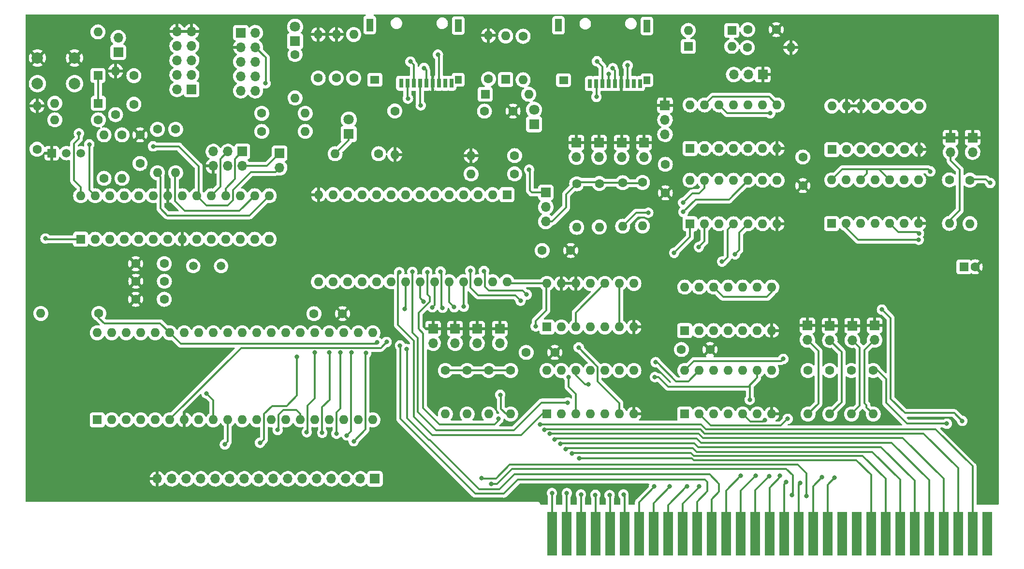
<source format=gbr>
%TF.GenerationSoftware,KiCad,Pcbnew,(6.0.2)*%
%TF.CreationDate,2022-07-05T08:27:37-05:00*%
%TF.ProjectId,ISACard,49534143-6172-4642-9e6b-696361645f70,rev?*%
%TF.SameCoordinates,Original*%
%TF.FileFunction,Copper,L1,Top*%
%TF.FilePolarity,Positive*%
%FSLAX46Y46*%
G04 Gerber Fmt 4.6, Leading zero omitted, Abs format (unit mm)*
G04 Created by KiCad (PCBNEW (6.0.2)) date 2022-07-05 08:27:37*
%MOMM*%
%LPD*%
G01*
G04 APERTURE LIST*
%TA.AperFunction,ComponentPad*%
%ADD10O,1.700000X1.700000*%
%TD*%
%TA.AperFunction,ComponentPad*%
%ADD11R,1.700000X1.700000*%
%TD*%
%TA.AperFunction,ComponentPad*%
%ADD12C,1.600000*%
%TD*%
%TA.AperFunction,ComponentPad*%
%ADD13O,1.600000X1.600000*%
%TD*%
%TA.AperFunction,ConnectorPad*%
%ADD14R,1.780000X7.620000*%
%TD*%
%TA.AperFunction,ComponentPad*%
%ADD15R,1.600000X1.600000*%
%TD*%
%TA.AperFunction,ComponentPad*%
%ADD16R,1.800000X1.800000*%
%TD*%
%TA.AperFunction,ComponentPad*%
%ADD17C,1.800000*%
%TD*%
%TA.AperFunction,ComponentPad*%
%ADD18R,1.500000X1.500000*%
%TD*%
%TA.AperFunction,ComponentPad*%
%ADD19C,1.500000*%
%TD*%
%TA.AperFunction,SMDPad,CuDef*%
%ADD20R,1.600000X1.400000*%
%TD*%
%TA.AperFunction,SMDPad,CuDef*%
%ADD21R,1.200000X2.200000*%
%TD*%
%TA.AperFunction,SMDPad,CuDef*%
%ADD22R,0.700000X1.600000*%
%TD*%
%TA.AperFunction,SMDPad,CuDef*%
%ADD23R,1.200000X1.400000*%
%TD*%
%TA.AperFunction,ComponentPad*%
%ADD24C,2.000000*%
%TD*%
%TA.AperFunction,ViaPad*%
%ADD25C,0.800000*%
%TD*%
%TA.AperFunction,Conductor*%
%ADD26C,0.350000*%
%TD*%
G04 APERTURE END LIST*
D10*
%TO.P,JP19,3,B*%
%TO.N,Net-(U7-Pad3)*%
X163500000Y-83120000D03*
%TO.P,JP19,2,C*%
%TO.N,Net-(U9-Pad1)*%
X163500000Y-80580000D03*
D11*
%TO.P,JP19,1,A*%
%TO.N,GND*%
X163500000Y-78040000D03*
%TD*%
D12*
%TO.P,R9,1*%
%TO.N,Net-(C1-Pad1)*%
X67280000Y-79670000D03*
D13*
%TO.P,R9,2*%
%TO.N,GND*%
X67280000Y-72050000D03*
%TD*%
D12*
%TO.P,R4,1*%
%TO.N,+5V*%
X188540000Y-124490000D03*
D13*
%TO.P,R4,2*%
%TO.N,Net-(JP4-Pad2)*%
X188540000Y-132110000D03*
%TD*%
D11*
%TO.P,JP7,1,A*%
%TO.N,GND*%
X126750000Y-117160000D03*
D10*
%TO.P,JP7,2,B*%
%TO.N,Net-(JP7-Pad2)*%
X126750000Y-119700000D03*
%TD*%
D12*
%TO.P,R17,1*%
%TO.N,Net-(Q1-Pad2)*%
X53520000Y-85740000D03*
D13*
%TO.P,R17,2*%
%TO.N,GND*%
X53520000Y-78120000D03*
%TD*%
D12*
%TO.P,C15,1*%
%TO.N,GND*%
X163560000Y-93380000D03*
%TO.P,C15,2*%
%TO.N,+5V*%
X163560000Y-88380000D03*
%TD*%
D14*
%TO.P,J1,32,IO*%
%TO.N,unconnected-(J1-Pad32)*%
X219890000Y-153070000D03*
%TO.P,J1,33,DB7*%
%TO.N,D7*%
X217350000Y-153070000D03*
%TO.P,J1,34,DB6*%
%TO.N,D6*%
X214810000Y-153070000D03*
%TO.P,J1,35,DB5*%
%TO.N,D5*%
X212270000Y-153070000D03*
%TO.P,J1,36,DB4*%
%TO.N,D4*%
X209730000Y-153070000D03*
%TO.P,J1,37,DB3*%
%TO.N,D3*%
X207190000Y-153070000D03*
%TO.P,J1,38,DB2*%
%TO.N,D2*%
X204650000Y-153070000D03*
%TO.P,J1,39,DB1*%
%TO.N,D1*%
X202110000Y-153070000D03*
%TO.P,J1,40,DB0*%
%TO.N,D0*%
X199570000Y-153070000D03*
%TO.P,J1,41,IO_READY*%
%TO.N,unconnected-(J1-Pad41)*%
X197030000Y-153070000D03*
%TO.P,J1,42,AEN*%
%TO.N,unconnected-(J1-Pad42)*%
X194490000Y-153070000D03*
%TO.P,J1,43,BA19*%
%TO.N,A19*%
X191950000Y-153070000D03*
%TO.P,J1,44,BA18*%
%TO.N,A18*%
X189410000Y-153070000D03*
%TO.P,J1,45,BA17*%
%TO.N,A17*%
X186870000Y-153070000D03*
%TO.P,J1,46,BA16*%
%TO.N,A16*%
X184330000Y-153070000D03*
%TO.P,J1,47,BA15*%
%TO.N,A15*%
X181790000Y-153070000D03*
%TO.P,J1,48,BA14*%
%TO.N,A14*%
X179250000Y-153070000D03*
%TO.P,J1,49,BA13*%
%TO.N,A13*%
X176710000Y-153070000D03*
%TO.P,J1,50,BA12*%
%TO.N,A12*%
X174170000Y-153070000D03*
%TO.P,J1,51,BA11*%
%TO.N,A11*%
X171630000Y-153070000D03*
%TO.P,J1,52,BA10*%
%TO.N,A10*%
X169090000Y-153070000D03*
%TO.P,J1,53,BA09*%
%TO.N,A9*%
X166550000Y-153070000D03*
%TO.P,J1,54,BA08*%
%TO.N,A8*%
X164010000Y-153070000D03*
%TO.P,J1,55,BA07*%
%TO.N,A7*%
X161470000Y-153070000D03*
%TO.P,J1,56,BA06*%
%TO.N,A6*%
X158930000Y-153070000D03*
%TO.P,J1,57,BA05*%
%TO.N,A5*%
X156390000Y-153070000D03*
%TO.P,J1,58,BA04*%
%TO.N,A4*%
X153850000Y-153070000D03*
%TO.P,J1,59,BA03*%
%TO.N,A3*%
X151310000Y-153070000D03*
%TO.P,J1,60,BA02*%
%TO.N,A2*%
X148770000Y-153070000D03*
%TO.P,J1,61,BA01*%
%TO.N,A1*%
X146230000Y-153070000D03*
%TO.P,J1,62,BA00*%
%TO.N,A0*%
X143690000Y-153070000D03*
%TD*%
D11*
%TO.P,JP12,1,A*%
%TO.N,GND*%
X213490000Y-83720000D03*
D10*
%TO.P,JP12,2,B*%
%TO.N,Net-(JP12-Pad2)*%
X213490000Y-86260000D03*
%TD*%
D15*
%TO.P,D6,1,K*%
%TO.N,Net-(D4-Pad2)*%
X175186000Y-64932000D03*
D13*
%TO.P,D6,2,A*%
%TO.N,+5V*%
X167566000Y-64932000D03*
%TD*%
D12*
%TO.P,C11,1*%
%TO.N,GND*%
X171376000Y-120812000D03*
%TO.P,C11,2*%
%TO.N,+5V*%
X166376000Y-120812000D03*
%TD*%
%TO.P,C3,1*%
%TO.N,Net-(C3-Pad1)*%
X75830000Y-108860000D03*
%TO.P,C3,2*%
%TO.N,GND*%
X70830000Y-108860000D03*
%TD*%
D15*
%TO.P,U3,1*%
%TO.N,Net-(U1-Pad3)*%
X166950000Y-117505000D03*
D13*
%TO.P,U3,2*%
%TO.N,Net-(U1-Pad6)*%
X169490000Y-117505000D03*
%TO.P,U3,3*%
%TO.N,Net-(U3-Pad10)*%
X172030000Y-117505000D03*
%TO.P,U3,4*%
%TO.N,Net-(U1-Pad11)*%
X174570000Y-117505000D03*
%TO.P,U3,5*%
%TO.N,Net-(U1-Pad8)*%
X177110000Y-117505000D03*
%TO.P,U3,6*%
%TO.N,Net-(U3-Pad6)*%
X179650000Y-117505000D03*
%TO.P,U3,7,GND*%
%TO.N,GND*%
X182190000Y-117505000D03*
%TO.P,U3,8*%
%TO.N,Net-(U3-Pad12)*%
X182190000Y-109885000D03*
%TO.P,U3,9*%
%TO.N,Net-(U3-Pad6)*%
X179650000Y-109885000D03*
%TO.P,U3,10*%
%TO.N,Net-(U3-Pad10)*%
X177110000Y-109885000D03*
%TO.P,U3,11*%
%TO.N,SEL8255*%
X174570000Y-109885000D03*
%TO.P,U3,12*%
%TO.N,Net-(U3-Pad12)*%
X172030000Y-109885000D03*
%TO.P,U3,13*%
%TO.N,Net-(U3-Pad13)*%
X169490000Y-109885000D03*
%TO.P,U3,14,VCC*%
%TO.N,+5V*%
X166950000Y-109885000D03*
%TD*%
D11*
%TO.P,JP5,1,A*%
%TO.N,GND*%
X134560000Y-117160000D03*
D10*
%TO.P,JP5,2,B*%
%TO.N,Net-(JP5-Pad2)*%
X134560000Y-119700000D03*
%TD*%
D12*
%TO.P,R12,1*%
%TO.N,+5V*%
X213310000Y-91100000D03*
D13*
%TO.P,R12,2*%
%TO.N,Net-(JP12-Pad2)*%
X213310000Y-98720000D03*
%TD*%
D11*
%TO.P,JP3,1,A*%
%TO.N,GND*%
X192370000Y-116640000D03*
D10*
%TO.P,JP3,2,B*%
%TO.N,Net-(JP3-Pad2)*%
X192370000Y-119180000D03*
%TD*%
D11*
%TO.P,JP10,1,A*%
%TO.N,Net-(J2-Pad2)*%
X96010000Y-86440000D03*
D10*
%TO.P,JP10,2,B*%
%TO.N,Net-(C1-Pad1)*%
X96010000Y-88980000D03*
%TD*%
D12*
%TO.P,R21,1*%
%TO.N,SCK*%
X92880000Y-82620000D03*
D13*
%TO.P,R21,2*%
%TO.N,Net-(R21-Pad2)*%
X100500000Y-82620000D03*
%TD*%
D15*
%TO.P,D9,1,K*%
%TO.N,Net-(D8-Pad2)*%
X135600000Y-73510000D03*
D13*
%TO.P,D9,2,A*%
%TO.N,+5V*%
X135600000Y-65890000D03*
%TD*%
D12*
%TO.P,R3,1*%
%TO.N,+5V*%
X192350000Y-124490000D03*
D13*
%TO.P,R3,2*%
%TO.N,Net-(JP3-Pad2)*%
X192350000Y-132110000D03*
%TD*%
D12*
%TO.P,R5,1*%
%TO.N,+5V*%
X136470000Y-124490000D03*
D13*
%TO.P,R5,2*%
%TO.N,Net-(JP5-Pad2)*%
X136470000Y-132110000D03*
%TD*%
D15*
%TO.P,D4,1,K*%
%TO.N,Net-(C6-Pad2)*%
X167566000Y-67726000D03*
D13*
%TO.P,D4,2,A*%
%TO.N,Net-(D4-Pad2)*%
X175186000Y-67726000D03*
%TD*%
D12*
%TO.P,R31,1*%
%TO.N,Net-(C6-Pad2)*%
X177900000Y-67930000D03*
D13*
%TO.P,R31,2*%
%TO.N,GND*%
X185520000Y-67930000D03*
%TD*%
D16*
%TO.P,D5,1,K*%
%TO.N,CS2*%
X108120000Y-83075000D03*
D17*
%TO.P,D5,2,A*%
%TO.N,Net-(D5-Pad2)*%
X108120000Y-80535000D03*
%TD*%
D12*
%TO.P,R20,1*%
%TO.N,Net-(J4-Pad7)*%
X68410000Y-83220000D03*
D13*
%TO.P,R20,2*%
%TO.N,PA1*%
X68410000Y-90840000D03*
%TD*%
D15*
%TO.P,U11,1,~{RESET}/PC6*%
%TO.N,ARESET*%
X61170000Y-101500000D03*
D13*
%TO.P,U11,2,PD0*%
%TO.N,PA0*%
X63710000Y-101500000D03*
%TO.P,U11,3,PD1*%
%TO.N,PA1*%
X66250000Y-101500000D03*
%TO.P,U11,4,PD2*%
%TO.N,PA2*%
X68790000Y-101500000D03*
%TO.P,U11,5,PD3*%
%TO.N,PA3*%
X71330000Y-101500000D03*
%TO.P,U11,6,PD4*%
%TO.N,PA4*%
X73870000Y-101500000D03*
%TO.P,U11,7,VCC*%
%TO.N,Net-(C1-Pad1)*%
X76410000Y-101500000D03*
%TO.P,U11,8,GND*%
%TO.N,GND*%
X78950000Y-101500000D03*
%TO.P,U11,9,XTAL1/PB6*%
%TO.N,Net-(C3-Pad1)*%
X81490000Y-101500000D03*
%TO.P,U11,10,XTAL2/PB7*%
%TO.N,Net-(C4-Pad2)*%
X84030000Y-101500000D03*
%TO.P,U11,11,PD5*%
%TO.N,PA5*%
X86570000Y-101500000D03*
%TO.P,U11,12,PD6*%
%TO.N,PA6*%
X89110000Y-101500000D03*
%TO.P,U11,13,PD7*%
%TO.N,PA7*%
X91650000Y-101500000D03*
%TO.P,U11,14,PB0*%
%TO.N,CS3*%
X94190000Y-101500000D03*
%TO.P,U11,15,PB1*%
%TO.N,CS2*%
X94190000Y-93880000D03*
%TO.P,U11,16,PB2*%
%TO.N,CS*%
X91650000Y-93880000D03*
%TO.P,U11,17,PB3*%
%TO.N,MOSI*%
X89110000Y-93880000D03*
%TO.P,U11,18,PB4*%
%TO.N,MISO*%
X86570000Y-93880000D03*
%TO.P,U11,19,PB5*%
%TO.N,SCK*%
X84030000Y-93880000D03*
%TO.P,U11,20,AVCC*%
%TO.N,Net-(C1-Pad1)*%
X81490000Y-93880000D03*
%TO.P,U11,21,AREF*%
%TO.N,Net-(C2-Pad1)*%
X78950000Y-93880000D03*
%TO.P,U11,22,GND*%
%TO.N,GND*%
X76410000Y-93880000D03*
%TO.P,U11,23,PC0*%
%TO.N,PC4*%
X73870000Y-93880000D03*
%TO.P,U11,24,PC1*%
%TO.N,PC5*%
X71330000Y-93880000D03*
%TO.P,U11,25,PC2*%
%TO.N,PC6*%
X68790000Y-93880000D03*
%TO.P,U11,26,PC3*%
%TO.N,PC7*%
X66250000Y-93880000D03*
%TO.P,U11,27,PC4*%
%TO.N,APC4*%
X63710000Y-93880000D03*
%TO.P,U11,28,PC5*%
%TO.N,APC5*%
X61170000Y-93880000D03*
%TD*%
D11*
%TO.P,JP18,1,A*%
%TO.N,MEMW*%
X142620000Y-93310000D03*
D10*
%TO.P,JP18,2,C*%
%TO.N,Net-(JP18-Pad2)*%
X142620000Y-95850000D03*
%TO.P,JP18,3,B*%
%TO.N,+5V*%
X142620000Y-98390000D03*
%TD*%
D11*
%TO.P,JP15,1,A*%
%TO.N,GND*%
X151940000Y-84580000D03*
D10*
%TO.P,JP15,2,B*%
%TO.N,Net-(JP15-Pad2)*%
X151940000Y-87120000D03*
%TD*%
D11*
%TO.P,J5,1,Pin_1*%
%TO.N,PB0*%
X112700000Y-143460000D03*
D10*
%TO.P,J5,2,Pin_2*%
%TO.N,PB1*%
X110160000Y-143460000D03*
%TO.P,J5,3,Pin_3*%
%TO.N,PB2*%
X107620000Y-143460000D03*
%TO.P,J5,4,Pin_4*%
%TO.N,PB3*%
X105080000Y-143460000D03*
%TO.P,J5,5,Pin_5*%
%TO.N,PB4*%
X102540000Y-143460000D03*
%TO.P,J5,6,Pin_6*%
%TO.N,PB5*%
X100000000Y-143460000D03*
%TO.P,J5,7,Pin_7*%
%TO.N,PB6*%
X97460000Y-143460000D03*
%TO.P,J5,8,Pin_8*%
%TO.N,PB7*%
X94920000Y-143460000D03*
%TO.P,J5,9,Pin_9*%
%TO.N,unconnected-(J5-Pad9)*%
X92380000Y-143460000D03*
%TO.P,J5,10,Pin_10*%
%TO.N,PC0*%
X89840000Y-143460000D03*
%TO.P,J5,11,Pin_11*%
%TO.N,PC1*%
X87300000Y-143460000D03*
%TO.P,J5,12,Pin_12*%
%TO.N,PC2*%
X84760000Y-143460000D03*
%TO.P,J5,13,Pin_13*%
%TO.N,unconnected-(J5-Pad13)*%
X82220000Y-143460000D03*
%TO.P,J5,14,Pin_14*%
%TO.N,unconnected-(J5-Pad14)*%
X79680000Y-143460000D03*
%TO.P,J5,15,Pin_15*%
%TO.N,+5V*%
X77140000Y-143460000D03*
%TO.P,J5,16,Pin_16*%
%TO.N,GND*%
X74600000Y-143460000D03*
%TD*%
D18*
%TO.P,Q1,1,E*%
%TO.N,GND*%
X56110000Y-86420000D03*
D19*
%TO.P,Q1,2,B*%
%TO.N,Net-(Q1-Pad2)*%
X58650000Y-86420000D03*
%TO.P,Q1,3,C*%
%TO.N,ARESET*%
X61190000Y-86420000D03*
%TD*%
D15*
%TO.P,C17,1*%
%TO.N,+5V*%
X215826000Y-106334000D03*
D12*
%TO.P,C17,2*%
%TO.N,GND*%
X217826000Y-106334000D03*
%TD*%
D19*
%TO.P,Y1,1,1*%
%TO.N,Net-(C4-Pad2)*%
X85770000Y-106180000D03*
%TO.P,Y1,2,2*%
%TO.N,Net-(C3-Pad1)*%
X80890000Y-106180000D03*
%TD*%
D12*
%TO.P,R19,1*%
%TO.N,PA0*%
X65260000Y-90840000D03*
D13*
%TO.P,R19,2*%
%TO.N,Net-(J4-Pad5)*%
X65260000Y-83220000D03*
%TD*%
D12*
%TO.P,C14,1*%
%TO.N,GND*%
X107020000Y-114540000D03*
%TO.P,C14,2*%
%TO.N,+5V*%
X102020000Y-114540000D03*
%TD*%
%TO.P,R28,1*%
%TO.N,Net-(R28-Pad1)*%
X116180000Y-79040000D03*
D13*
%TO.P,R28,2*%
%TO.N,GND*%
X116180000Y-86660000D03*
%TD*%
D11*
%TO.P,J3,1,Pin_1*%
%TO.N,+5V*%
X89220000Y-65320000D03*
D10*
%TO.P,J3,2,Pin_2*%
%TO.N,unconnected-(J3-Pad2)*%
X91760000Y-65320000D03*
%TO.P,J3,3,Pin_3*%
%TO.N,GND*%
X89220000Y-67860000D03*
%TO.P,J3,4,Pin_4*%
%TO.N,MISO*%
X91760000Y-67860000D03*
%TO.P,J3,5,Pin_5*%
%TO.N,unconnected-(J3-Pad5)*%
X89220000Y-70400000D03*
%TO.P,J3,6,Pin_6*%
%TO.N,MOSI*%
X91760000Y-70400000D03*
%TO.P,J3,7,Pin_7*%
%TO.N,Net-(J3-Pad7)*%
X89220000Y-72940000D03*
%TO.P,J3,8,Pin_8*%
%TO.N,CS3*%
X91760000Y-72940000D03*
%TO.P,J3,9,Pin_9*%
%TO.N,Net-(J3-Pad9)*%
X89220000Y-75480000D03*
%TO.P,J3,10,Pin_10*%
%TO.N,SCK*%
X91760000Y-75480000D03*
%TD*%
D12*
%TO.P,C4,1*%
%TO.N,GND*%
X70810000Y-112010000D03*
%TO.P,C4,2*%
%TO.N,Net-(C4-Pad2)*%
X75810000Y-112010000D03*
%TD*%
%TO.P,R25,1*%
%TO.N,Net-(R24-Pad2)*%
X102770000Y-73260000D03*
D13*
%TO.P,R25,2*%
%TO.N,GND*%
X102770000Y-65640000D03*
%TD*%
D12*
%TO.P,R34,1*%
%TO.N,Net-(J3-Pad7)*%
X74620000Y-82240000D03*
D13*
%TO.P,R34,2*%
%TO.N,CS2*%
X74620000Y-89860000D03*
%TD*%
D12*
%TO.P,C2,1*%
%TO.N,Net-(C2-Pad1)*%
X71570000Y-88220000D03*
%TO.P,C2,2*%
%TO.N,GND*%
X71570000Y-83220000D03*
%TD*%
D15*
%TO.P,U9,1*%
%TO.N,Net-(U9-Pad1)*%
X167894000Y-85598000D03*
D13*
%TO.P,U9,2*%
%TO.N,Net-(U7-Pad6)*%
X170434000Y-85598000D03*
%TO.P,U9,3*%
%TO.N,Net-(JP17-Pad3)*%
X172974000Y-85598000D03*
%TO.P,U9,4*%
%TO.N,Net-(U7-Pad11)*%
X175514000Y-85598000D03*
%TO.P,U9,5*%
%TO.N,Net-(U7-Pad8)*%
X178054000Y-85598000D03*
%TO.P,U9,6*%
%TO.N,Net-(U9-Pad6)*%
X180594000Y-85598000D03*
%TO.P,U9,7,GND*%
%TO.N,GND*%
X183134000Y-85598000D03*
%TO.P,U9,8*%
%TO.N,Net-(U9-Pad13)*%
X183134000Y-77978000D03*
%TO.P,U9,9*%
%TO.N,Net-(U9-Pad6)*%
X180594000Y-77978000D03*
%TO.P,U9,10*%
%TO.N,Net-(JP17-Pad2)*%
X178054000Y-77978000D03*
%TO.P,U9,11*%
%TO.N,SELROM*%
X175514000Y-77978000D03*
%TO.P,U9,12*%
%TO.N,Net-(U8-Pad8)*%
X172974000Y-77978000D03*
%TO.P,U9,13*%
%TO.N,Net-(U9-Pad13)*%
X170434000Y-77978000D03*
%TO.P,U9,14,VCC*%
%TO.N,+5V*%
X167894000Y-77978000D03*
%TD*%
D11*
%TO.P,JP11,1,A*%
%TO.N,GND*%
X217360000Y-83700000D03*
D10*
%TO.P,JP11,2,B*%
%TO.N,Net-(JP11-Pad2)*%
X217360000Y-86240000D03*
%TD*%
D12*
%TO.P,R13,1*%
%TO.N,+5V*%
X159560000Y-91550000D03*
D13*
%TO.P,R13,2*%
%TO.N,Net-(JP13-Pad2)*%
X159560000Y-99170000D03*
%TD*%
D12*
%TO.P,R14,1*%
%TO.N,+5V*%
X156090000Y-91600000D03*
D13*
%TO.P,R14,2*%
%TO.N,Net-(JP14-Pad2)*%
X156090000Y-99220000D03*
%TD*%
D12*
%TO.P,C5,1*%
%TO.N,Net-(C5-Pad1)*%
X70490000Y-77850000D03*
%TO.P,C5,2*%
%TO.N,ARESET*%
X70490000Y-72850000D03*
%TD*%
D20*
%TO.P,U13,*%
%TO.N,*%
X112680000Y-73570000D03*
D21*
X127280000Y-64070000D03*
D22*
%TO.P,U13,1*%
%TO.N,N/C*%
X117280000Y-74170000D03*
%TO.P,U13,2,~{CS}*%
%TO.N,Net-(R28-Pad1)*%
X118380000Y-74170000D03*
%TO.P,U13,3,DI*%
%TO.N,Net-(R24-Pad2)*%
X119480000Y-74170000D03*
%TO.P,U13,4,VDD*%
%TO.N,Net-(C7-Pad2)*%
X120580000Y-74170000D03*
%TO.P,U13,5,SCLK*%
%TO.N,Net-(R21-Pad2)*%
X121680000Y-74170000D03*
%TO.P,U13,6,GND*%
%TO.N,GND*%
X122780000Y-74170000D03*
%TO.P,U13,7,DO*%
%TO.N,MISO*%
X123880000Y-74170000D03*
%TO.P,U13,8*%
%TO.N,N/C*%
X124980000Y-74170000D03*
%TO.P,U13,9,CD*%
%TO.N,unconnected-(U13-Pad9)*%
X126080000Y-74170000D03*
D23*
%TO.P,U13,10*%
%TO.N,N/C*%
X127280000Y-73570000D03*
D21*
%TO.P,U13,~*%
X111780000Y-63970000D03*
%TD*%
D12*
%TO.P,R7,1*%
%TO.N,+5V*%
X128850000Y-124490000D03*
D13*
%TO.P,R7,2*%
%TO.N,Net-(JP7-Pad2)*%
X128850000Y-132110000D03*
%TD*%
D12*
%TO.P,C7,1*%
%TO.N,GND*%
X136880000Y-79070000D03*
%TO.P,C7,2*%
%TO.N,Net-(C7-Pad2)*%
X131880000Y-79070000D03*
%TD*%
D11*
%TO.P,JP1,1,A*%
%TO.N,GND*%
X200200000Y-116610000D03*
D10*
%TO.P,JP1,2,B*%
%TO.N,Net-(JP1-Pad2)*%
X200200000Y-119150000D03*
%TD*%
D11*
%TO.P,JP9,1,A*%
%TO.N,Net-(C1-Pad1)*%
X67744000Y-68742000D03*
D10*
%TO.P,JP9,2,B*%
%TO.N,+5V*%
X67744000Y-66202000D03*
%TD*%
D12*
%TO.P,R15,1*%
%TO.N,+5V*%
X151990000Y-91740000D03*
D13*
%TO.P,R15,2*%
%TO.N,Net-(JP15-Pad2)*%
X151990000Y-99360000D03*
%TD*%
D15*
%TO.P,U5,1,PA3*%
%TO.N,PA3*%
X64080000Y-133126000D03*
D13*
%TO.P,U5,2,PA2*%
%TO.N,PA2*%
X66620000Y-133126000D03*
%TO.P,U5,3,PA1*%
%TO.N,PA1*%
X69160000Y-133126000D03*
%TO.P,U5,4,PA0*%
%TO.N,PA0*%
X71700000Y-133126000D03*
%TO.P,U5,5,~{RD}*%
%TO.N,IOR*%
X74240000Y-133126000D03*
%TO.P,U5,6,~{CS}*%
%TO.N,SEL8255*%
X76780000Y-133126000D03*
%TO.P,U5,7,GND*%
%TO.N,GND*%
X79320000Y-133126000D03*
%TO.P,U5,8,A1*%
%TO.N,A1*%
X81860000Y-133126000D03*
%TO.P,U5,9,A0*%
%TO.N,A0*%
X84400000Y-133126000D03*
%TO.P,U5,10,PC7*%
%TO.N,PC7*%
X86940000Y-133126000D03*
%TO.P,U5,11,PC6*%
%TO.N,PC6*%
X89480000Y-133126000D03*
%TO.P,U5,12,PC5*%
%TO.N,PC5*%
X92020000Y-133126000D03*
%TO.P,U5,13,PC4*%
%TO.N,PC4*%
X94560000Y-133126000D03*
%TO.P,U5,14,PC0*%
%TO.N,PC0*%
X97100000Y-133126000D03*
%TO.P,U5,15,PC1*%
%TO.N,PC1*%
X99640000Y-133126000D03*
%TO.P,U5,16,PC2*%
%TO.N,PC2*%
X102180000Y-133126000D03*
%TO.P,U5,17,PC3*%
%TO.N,PC3*%
X104720000Y-133126000D03*
%TO.P,U5,18,PB0*%
%TO.N,PB0*%
X107260000Y-133126000D03*
%TO.P,U5,19,PB1*%
%TO.N,PB1*%
X109800000Y-133126000D03*
%TO.P,U5,20,PB2*%
%TO.N,PB2*%
X112340000Y-133126000D03*
%TO.P,U5,21,PB3*%
%TO.N,PB3*%
X112340000Y-117886000D03*
%TO.P,U5,22,PB4*%
%TO.N,PB4*%
X109800000Y-117886000D03*
%TO.P,U5,23,PB5*%
%TO.N,PB5*%
X107260000Y-117886000D03*
%TO.P,U5,24,PB6*%
%TO.N,PB6*%
X104720000Y-117886000D03*
%TO.P,U5,25,PB7*%
%TO.N,PB7*%
X102180000Y-117886000D03*
%TO.P,U5,26,VCC*%
%TO.N,+5V*%
X99640000Y-117886000D03*
%TO.P,U5,27,D7*%
%TO.N,D7*%
X97100000Y-117886000D03*
%TO.P,U5,28,D6*%
%TO.N,D6*%
X94560000Y-117886000D03*
%TO.P,U5,29,D5*%
%TO.N,D5*%
X92020000Y-117886000D03*
%TO.P,U5,30,D4*%
%TO.N,D4*%
X89480000Y-117886000D03*
%TO.P,U5,31,D3*%
%TO.N,D3*%
X86940000Y-117886000D03*
%TO.P,U5,32,D2*%
%TO.N,D2*%
X84400000Y-117886000D03*
%TO.P,U5,33,D1*%
%TO.N,D1*%
X81860000Y-117886000D03*
%TO.P,U5,34,D0*%
%TO.N,D0*%
X79320000Y-117886000D03*
%TO.P,U5,35,RESET*%
%TO.N,RESET*%
X76780000Y-117886000D03*
%TO.P,U5,36,~{WR}*%
%TO.N,IOW*%
X74240000Y-117886000D03*
%TO.P,U5,37,PA7*%
%TO.N,PA7*%
X71700000Y-117886000D03*
%TO.P,U5,38,PA6*%
%TO.N,PA6*%
X69160000Y-117886000D03*
%TO.P,U5,39,PA5*%
%TO.N,PA5*%
X66620000Y-117886000D03*
%TO.P,U5,40,PA4*%
%TO.N,PA4*%
X64080000Y-117886000D03*
%TD*%
D12*
%TO.P,R11,1*%
%TO.N,+5V*%
X216900000Y-91160000D03*
D13*
%TO.P,R11,2*%
%TO.N,Net-(JP11-Pad2)*%
X216900000Y-98780000D03*
%TD*%
D24*
%TO.P,SW1,1,1*%
%TO.N,ARESET*%
X53600000Y-74250000D03*
X60100000Y-74250000D03*
%TO.P,SW1,2,2*%
%TO.N,GND*%
X60100000Y-69750000D03*
X53600000Y-69750000D03*
%TD*%
D11*
%TO.P,JP13,1,A*%
%TO.N,GND*%
X159830000Y-84570000D03*
D10*
%TO.P,JP13,2,B*%
%TO.N,Net-(JP13-Pad2)*%
X159830000Y-87110000D03*
%TD*%
D12*
%TO.P,C12,1*%
%TO.N,GND*%
X144198000Y-121320000D03*
%TO.P,C12,2*%
%TO.N,+5V*%
X139198000Y-121320000D03*
%TD*%
%TO.P,R32,1*%
%TO.N,+5V*%
X138650000Y-65950000D03*
D13*
%TO.P,R32,2*%
%TO.N,Net-(D7-Pad2)*%
X138650000Y-73570000D03*
%TD*%
D12*
%TO.P,R2,1*%
%TO.N,+5V*%
X196160000Y-124490000D03*
D13*
%TO.P,R2,2*%
%TO.N,Net-(JP2-Pad2)*%
X196160000Y-132110000D03*
%TD*%
D12*
%TO.P,R22,1*%
%TO.N,Net-(R21-Pad2)*%
X105930000Y-73260000D03*
D13*
%TO.P,R22,2*%
%TO.N,GND*%
X105930000Y-65640000D03*
%TD*%
D12*
%TO.P,R23,1*%
%TO.N,Net-(D3-Pad1)*%
X98710000Y-69140000D03*
D13*
%TO.P,R23,2*%
%TO.N,CS3*%
X98710000Y-76760000D03*
%TD*%
D12*
%TO.P,R27,1*%
%TO.N,Net-(R26-Pad1)*%
X137150000Y-90060000D03*
D13*
%TO.P,R27,2*%
%TO.N,CS*%
X129530000Y-90060000D03*
%TD*%
D12*
%TO.P,R24,1*%
%TO.N,MOSI*%
X92870000Y-79440000D03*
D13*
%TO.P,R24,2*%
%TO.N,Net-(R24-Pad2)*%
X100490000Y-79440000D03*
%TD*%
D16*
%TO.P,D7,1,K*%
%TO.N,CS*%
X140560000Y-81355000D03*
D17*
%TO.P,D7,2,A*%
%TO.N,Net-(D7-Pad2)*%
X140560000Y-78815000D03*
%TD*%
D21*
%TO.P,U12,*%
%TO.N,*%
X160330000Y-64140000D03*
D20*
X145730000Y-73640000D03*
D22*
%TO.P,U12,1*%
%TO.N,N/C*%
X150330000Y-74240000D03*
%TO.P,U12,2,~{CS}*%
%TO.N,Net-(R26-Pad1)*%
X151430000Y-74240000D03*
%TO.P,U12,3,DI*%
%TO.N,Net-(R24-Pad2)*%
X152530000Y-74240000D03*
%TO.P,U12,4,VDD*%
%TO.N,Net-(C6-Pad2)*%
X153630000Y-74240000D03*
%TO.P,U12,5,SCLK*%
%TO.N,Net-(R21-Pad2)*%
X154730000Y-74240000D03*
%TO.P,U12,6,GND*%
%TO.N,GND*%
X155830000Y-74240000D03*
%TO.P,U12,7,DO*%
%TO.N,MISO*%
X156930000Y-74240000D03*
%TO.P,U12,8*%
%TO.N,N/C*%
X158030000Y-74240000D03*
%TO.P,U12,9,CD*%
%TO.N,unconnected-(U12-Pad9)*%
X159130000Y-74240000D03*
D23*
%TO.P,U12,10*%
%TO.N,N/C*%
X160330000Y-73640000D03*
D21*
%TO.P,U12,~*%
X144830000Y-64040000D03*
%TD*%
D11*
%TO.P,JP4,1,A*%
%TO.N,GND*%
X188430000Y-116600000D03*
D10*
%TO.P,JP4,2,B*%
%TO.N,Net-(JP4-Pad2)*%
X188430000Y-119140000D03*
%TD*%
D15*
%TO.P,U1,1*%
%TO.N,A6*%
X166945000Y-132100000D03*
D13*
%TO.P,U1,2*%
%TO.N,Net-(JP4-Pad2)*%
X169485000Y-132100000D03*
%TO.P,U1,3*%
%TO.N,Net-(U1-Pad3)*%
X172025000Y-132100000D03*
%TO.P,U1,4*%
%TO.N,A7*%
X174565000Y-132100000D03*
%TO.P,U1,5*%
%TO.N,Net-(JP3-Pad2)*%
X177105000Y-132100000D03*
%TO.P,U1,6*%
%TO.N,Net-(U1-Pad6)*%
X179645000Y-132100000D03*
%TO.P,U1,7,GND*%
%TO.N,GND*%
X182185000Y-132100000D03*
%TO.P,U1,8*%
%TO.N,Net-(U1-Pad8)*%
X182185000Y-124480000D03*
%TO.P,U1,9*%
%TO.N,A9*%
X179645000Y-124480000D03*
%TO.P,U1,10*%
%TO.N,Net-(JP1-Pad2)*%
X177105000Y-124480000D03*
%TO.P,U1,11*%
%TO.N,Net-(U1-Pad11)*%
X174565000Y-124480000D03*
%TO.P,U1,12*%
%TO.N,Net-(JP2-Pad2)*%
X172025000Y-124480000D03*
%TO.P,U1,13*%
%TO.N,A8*%
X169485000Y-124480000D03*
%TO.P,U1,14,VCC*%
%TO.N,+5V*%
X166945000Y-124480000D03*
%TD*%
D12*
%TO.P,R1,1*%
%TO.N,+5V*%
X199970000Y-124490000D03*
D13*
%TO.P,R1,2*%
%TO.N,Net-(JP1-Pad2)*%
X199970000Y-132110000D03*
%TD*%
D15*
%TO.P,U6,1*%
%TO.N,A16*%
X192680000Y-98740000D03*
D13*
%TO.P,U6,2*%
%TO.N,Net-(JP12-Pad2)*%
X195220000Y-98740000D03*
%TO.P,U6,3*%
%TO.N,Net-(U6-Pad3)*%
X197760000Y-98740000D03*
%TO.P,U6,4*%
%TO.N,A17*%
X200300000Y-98740000D03*
%TO.P,U6,5*%
%TO.N,Net-(JP11-Pad2)*%
X202840000Y-98740000D03*
%TO.P,U6,6*%
%TO.N,Net-(U6-Pad6)*%
X205380000Y-98740000D03*
%TO.P,U6,7,GND*%
%TO.N,GND*%
X207920000Y-98740000D03*
%TO.P,U6,8*%
%TO.N,Net-(U6-Pad8)*%
X207920000Y-91120000D03*
%TO.P,U6,9*%
%TO.N,A19*%
X205380000Y-91120000D03*
%TO.P,U6,10*%
%TO.N,+5V*%
X202840000Y-91120000D03*
%TO.P,U6,11*%
%TO.N,Net-(U6-Pad11)*%
X200300000Y-91120000D03*
%TO.P,U6,12*%
%TO.N,+5V*%
X197760000Y-91120000D03*
%TO.P,U6,13*%
%TO.N,A18*%
X195220000Y-91120000D03*
%TO.P,U6,14,VCC*%
%TO.N,+5V*%
X192680000Y-91120000D03*
%TD*%
D15*
%TO.P,U4,1*%
%TO.N,Net-(U2-Pad3)*%
X142815000Y-116860000D03*
D13*
%TO.P,U4,2*%
%TO.N,Net-(U2-Pad6)*%
X145355000Y-116860000D03*
%TO.P,U4,3*%
%TO.N,Net-(U4-Pad10)*%
X147895000Y-116860000D03*
%TO.P,U4,4*%
%TO.N,Net-(U2-Pad11)*%
X150435000Y-116860000D03*
%TO.P,U4,5*%
%TO.N,Net-(U2-Pad8)*%
X152975000Y-116860000D03*
%TO.P,U4,6*%
%TO.N,Net-(U4-Pad6)*%
X155515000Y-116860000D03*
%TO.P,U4,7,GND*%
%TO.N,GND*%
X158055000Y-116860000D03*
%TO.P,U4,8*%
%TO.N,Net-(U3-Pad13)*%
X158055000Y-109240000D03*
%TO.P,U4,9*%
%TO.N,Net-(U4-Pad6)*%
X155515000Y-109240000D03*
%TO.P,U4,10*%
%TO.N,Net-(U4-Pad10)*%
X152975000Y-109240000D03*
%TO.P,U4,11*%
%TO.N,unconnected-(U4-Pad11)*%
X150435000Y-109240000D03*
%TO.P,U4,12*%
%TO.N,GND*%
X147895000Y-109240000D03*
%TO.P,U4,13*%
X145355000Y-109240000D03*
%TO.P,U4,14,VCC*%
%TO.N,+5V*%
X142815000Y-109240000D03*
%TD*%
D12*
%TO.P,R16,1*%
%TO.N,+5V*%
X148040000Y-91790000D03*
D13*
%TO.P,R16,2*%
%TO.N,Net-(JP16-Pad2)*%
X148040000Y-99410000D03*
%TD*%
D12*
%TO.P,C13,1*%
%TO.N,GND*%
X146990000Y-103460000D03*
%TO.P,C13,2*%
%TO.N,+5V*%
X141990000Y-103460000D03*
%TD*%
%TO.P,R29,1*%
%TO.N,Net-(R28-Pad1)*%
X113350000Y-86522000D03*
D13*
%TO.P,R29,2*%
%TO.N,CS2*%
X105730000Y-86522000D03*
%TD*%
D16*
%TO.P,D3,1,K*%
%TO.N,Net-(D3-Pad1)*%
X98710000Y-66820000D03*
D17*
%TO.P,D3,2,A*%
%TO.N,+5V*%
X98710000Y-64280000D03*
%TD*%
D12*
%TO.P,R35,1*%
%TO.N,Net-(J3-Pad9)*%
X77800000Y-82240000D03*
D13*
%TO.P,R35,2*%
%TO.N,CS*%
X77800000Y-89860000D03*
%TD*%
D12*
%TO.P,C16,1*%
%TO.N,GND*%
X187632000Y-92110000D03*
%TO.P,C16,2*%
%TO.N,+5V*%
X187632000Y-87110000D03*
%TD*%
D11*
%TO.P,JP2,1,A*%
%TO.N,GND*%
X196290000Y-116630000D03*
D10*
%TO.P,JP2,2,B*%
%TO.N,Net-(JP2-Pad2)*%
X196290000Y-119170000D03*
%TD*%
D15*
%TO.P,U8,1*%
%TO.N,Net-(U6-Pad3)*%
X192715000Y-85790000D03*
D13*
%TO.P,U8,2*%
%TO.N,Net-(U6-Pad6)*%
X195255000Y-85790000D03*
%TO.P,U8,3*%
%TO.N,Net-(U8-Pad10)*%
X197795000Y-85790000D03*
%TO.P,U8,4*%
%TO.N,Net-(U6-Pad11)*%
X200335000Y-85790000D03*
%TO.P,U8,5*%
%TO.N,Net-(U6-Pad8)*%
X202875000Y-85790000D03*
%TO.P,U8,6*%
%TO.N,Net-(U8-Pad6)*%
X205415000Y-85790000D03*
%TO.P,U8,7,GND*%
%TO.N,GND*%
X207955000Y-85790000D03*
%TO.P,U8,8*%
%TO.N,Net-(U8-Pad8)*%
X207955000Y-78170000D03*
%TO.P,U8,9*%
%TO.N,Net-(U8-Pad6)*%
X205415000Y-78170000D03*
%TO.P,U8,10*%
%TO.N,Net-(U8-Pad10)*%
X202875000Y-78170000D03*
%TO.P,U8,11*%
%TO.N,unconnected-(U8-Pad11)*%
X200335000Y-78170000D03*
%TO.P,U8,12*%
%TO.N,GND*%
X197795000Y-78170000D03*
%TO.P,U8,13*%
X195255000Y-78170000D03*
%TO.P,U8,14,VCC*%
%TO.N,+5V*%
X192715000Y-78170000D03*
%TD*%
D15*
%TO.P,U2,1*%
%TO.N,A2*%
X142815000Y-132100000D03*
D13*
%TO.P,U2,2*%
%TO.N,Net-(JP8-Pad2)*%
X145355000Y-132100000D03*
%TO.P,U2,3*%
%TO.N,Net-(U2-Pad3)*%
X147895000Y-132100000D03*
%TO.P,U2,4*%
%TO.N,A3*%
X150435000Y-132100000D03*
%TO.P,U2,5*%
%TO.N,Net-(JP7-Pad2)*%
X152975000Y-132100000D03*
%TO.P,U2,6*%
%TO.N,Net-(U2-Pad6)*%
X155515000Y-132100000D03*
%TO.P,U2,7,GND*%
%TO.N,GND*%
X158055000Y-132100000D03*
%TO.P,U2,8*%
%TO.N,Net-(U2-Pad8)*%
X158055000Y-124480000D03*
%TO.P,U2,9*%
%TO.N,A5*%
X155515000Y-124480000D03*
%TO.P,U2,10*%
%TO.N,Net-(JP5-Pad2)*%
X152975000Y-124480000D03*
%TO.P,U2,11*%
%TO.N,Net-(U2-Pad11)*%
X150435000Y-124480000D03*
%TO.P,U2,12*%
%TO.N,A4*%
X147895000Y-124480000D03*
%TO.P,U2,13*%
%TO.N,Net-(JP6-Pad2)*%
X145355000Y-124480000D03*
%TO.P,U2,14,VCC*%
%TO.N,+5V*%
X142815000Y-124480000D03*
%TD*%
D12*
%TO.P,R6,1*%
%TO.N,+5V*%
X132660000Y-124490000D03*
D13*
%TO.P,R6,2*%
%TO.N,Net-(JP6-Pad2)*%
X132660000Y-132110000D03*
%TD*%
D12*
%TO.P,R30,1*%
%TO.N,Net-(D5-Pad2)*%
X108990000Y-73270000D03*
D13*
%TO.P,R30,2*%
%TO.N,+5V*%
X108990000Y-65650000D03*
%TD*%
D15*
%TO.P,D8,1,K*%
%TO.N,Net-(C7-Pad2)*%
X132006000Y-76108000D03*
D13*
%TO.P,D8,2,A*%
%TO.N,Net-(D8-Pad2)*%
X139626000Y-76108000D03*
%TD*%
D15*
%TO.P,U10,1,A14*%
%TO.N,A14*%
X135830000Y-93700000D03*
D13*
%TO.P,U10,2,A12*%
%TO.N,A12*%
X133290000Y-93700000D03*
%TO.P,U10,3,A7*%
%TO.N,A7*%
X130750000Y-93700000D03*
%TO.P,U10,4,A6*%
%TO.N,A6*%
X128210000Y-93700000D03*
%TO.P,U10,5,A5*%
%TO.N,A5*%
X125670000Y-93700000D03*
%TO.P,U10,6,A4*%
%TO.N,A4*%
X123130000Y-93700000D03*
%TO.P,U10,7,A3*%
%TO.N,A3*%
X120590000Y-93700000D03*
%TO.P,U10,8,A2*%
%TO.N,A2*%
X118050000Y-93700000D03*
%TO.P,U10,9,A1*%
%TO.N,A1*%
X115510000Y-93700000D03*
%TO.P,U10,10,A0*%
%TO.N,A0*%
X112970000Y-93700000D03*
%TO.P,U10,11,D0*%
%TO.N,D0*%
X110430000Y-93700000D03*
%TO.P,U10,12,D1*%
%TO.N,D1*%
X107890000Y-93700000D03*
%TO.P,U10,13,D2*%
%TO.N,D2*%
X105350000Y-93700000D03*
%TO.P,U10,14,GND*%
%TO.N,GND*%
X102810000Y-93700000D03*
%TO.P,U10,15,D3*%
%TO.N,D3*%
X102810000Y-108940000D03*
%TO.P,U10,16,D4*%
%TO.N,D4*%
X105350000Y-108940000D03*
%TO.P,U10,17,D5*%
%TO.N,D5*%
X107890000Y-108940000D03*
%TO.P,U10,18,D6*%
%TO.N,D6*%
X110430000Y-108940000D03*
%TO.P,U10,19,D7*%
%TO.N,D7*%
X112970000Y-108940000D03*
%TO.P,U10,20,~{CS}*%
%TO.N,SELROM*%
X115510000Y-108940000D03*
%TO.P,U10,21,A10*%
%TO.N,A10*%
X118050000Y-108940000D03*
%TO.P,U10,22,~{OE}*%
%TO.N,MEMR*%
X120590000Y-108940000D03*
%TO.P,U10,23,A11*%
%TO.N,A11*%
X123130000Y-108940000D03*
%TO.P,U10,24,A9*%
%TO.N,A9*%
X125670000Y-108940000D03*
%TO.P,U10,25,A8*%
%TO.N,A8*%
X128210000Y-108940000D03*
%TO.P,U10,26,A13*%
%TO.N,A13*%
X130750000Y-108940000D03*
%TO.P,U10,27,~{WE}*%
%TO.N,Net-(JP18-Pad2)*%
X133290000Y-108940000D03*
%TO.P,U10,28,VCC*%
%TO.N,+5V*%
X135830000Y-108940000D03*
%TD*%
D12*
%TO.P,R26,1*%
%TO.N,Net-(R26-Pad1)*%
X137170000Y-86860000D03*
D13*
%TO.P,R26,2*%
%TO.N,GND*%
X129550000Y-86860000D03*
%TD*%
D11*
%TO.P,J2,1,Pin_1*%
%TO.N,MISO*%
X89490000Y-86140000D03*
D10*
%TO.P,J2,2,Pin_2*%
%TO.N,Net-(J2-Pad2)*%
X89490000Y-88680000D03*
%TO.P,J2,3,Pin_3*%
%TO.N,SCK*%
X86950000Y-86140000D03*
%TO.P,J2,4,Pin_4*%
%TO.N,MOSI*%
X86950000Y-88680000D03*
%TO.P,J2,5,Pin_5*%
%TO.N,ARESET*%
X84410000Y-86140000D03*
%TO.P,J2,6,Pin_6*%
%TO.N,GND*%
X84410000Y-88680000D03*
%TD*%
D15*
%TO.P,D1,1,K*%
%TO.N,Net-(C1-Pad1)*%
X64188000Y-72806000D03*
D13*
%TO.P,D1,2,A*%
%TO.N,+5V*%
X64188000Y-65186000D03*
%TD*%
D11*
%TO.P,JP14,1,A*%
%TO.N,GND*%
X155900000Y-84580000D03*
D10*
%TO.P,JP14,2,B*%
%TO.N,Net-(JP14-Pad2)*%
X155900000Y-87120000D03*
%TD*%
D11*
%TO.P,JP8,1,A*%
%TO.N,GND*%
X122880000Y-117160000D03*
D10*
%TO.P,JP8,2,B*%
%TO.N,Net-(JP8-Pad2)*%
X122880000Y-119700000D03*
%TD*%
D12*
%TO.P,R33,1*%
%TO.N,Net-(C7-Pad2)*%
X132580000Y-73440000D03*
D13*
%TO.P,R33,2*%
%TO.N,GND*%
X132580000Y-65820000D03*
%TD*%
D11*
%TO.P,J4,1,Pin_1*%
%TO.N,unconnected-(J4-Pad1)*%
X80600000Y-75230000D03*
D10*
%TO.P,J4,2,Pin_2*%
%TO.N,+5V*%
X78060000Y-75230000D03*
%TO.P,J4,3,Pin_3*%
%TO.N,Net-(C5-Pad1)*%
X80600000Y-72690000D03*
%TO.P,J4,4,Pin_4*%
%TO.N,unconnected-(J4-Pad4)*%
X78060000Y-72690000D03*
%TO.P,J4,5,Pin_5*%
%TO.N,Net-(J4-Pad5)*%
X80600000Y-70150000D03*
%TO.P,J4,6,Pin_6*%
%TO.N,APC4*%
X78060000Y-70150000D03*
%TO.P,J4,7,Pin_7*%
%TO.N,Net-(J4-Pad7)*%
X80600000Y-67610000D03*
%TO.P,J4,8,Pin_8*%
%TO.N,APC5*%
X78060000Y-67610000D03*
%TO.P,J4,9,Pin_9*%
%TO.N,GND*%
X80600000Y-65070000D03*
%TO.P,J4,10,Pin_10*%
X78060000Y-65070000D03*
%TD*%
D15*
%TO.P,U7,1*%
%TO.N,A12*%
X167889000Y-98796000D03*
D13*
%TO.P,U7,2*%
%TO.N,Net-(JP16-Pad2)*%
X170429000Y-98796000D03*
%TO.P,U7,3*%
%TO.N,Net-(U7-Pad3)*%
X172969000Y-98796000D03*
%TO.P,U7,4*%
%TO.N,A13*%
X175509000Y-98796000D03*
%TO.P,U7,5*%
%TO.N,Net-(JP15-Pad2)*%
X178049000Y-98796000D03*
%TO.P,U7,6*%
%TO.N,Net-(U7-Pad6)*%
X180589000Y-98796000D03*
%TO.P,U7,7,GND*%
%TO.N,GND*%
X183129000Y-98796000D03*
%TO.P,U7,8*%
%TO.N,Net-(U7-Pad8)*%
X183129000Y-91176000D03*
%TO.P,U7,9*%
%TO.N,A15*%
X180589000Y-91176000D03*
%TO.P,U7,10*%
%TO.N,Net-(JP13-Pad2)*%
X178049000Y-91176000D03*
%TO.P,U7,11*%
%TO.N,Net-(U7-Pad11)*%
X175509000Y-91176000D03*
%TO.P,U7,12*%
%TO.N,A14*%
X172969000Y-91176000D03*
%TO.P,U7,13*%
%TO.N,Net-(JP14-Pad2)*%
X170429000Y-91176000D03*
%TO.P,U7,14,VCC*%
%TO.N,+5V*%
X167889000Y-91176000D03*
%TD*%
D12*
%TO.P,C6,1*%
%TO.N,GND*%
X182980000Y-64780000D03*
%TO.P,C6,2*%
%TO.N,Net-(C6-Pad2)*%
X177980000Y-64780000D03*
%TD*%
D11*
%TO.P,JP17,1,A*%
%TO.N,GND*%
X180610000Y-72660000D03*
D10*
%TO.P,JP17,2,C*%
%TO.N,Net-(JP17-Pad2)*%
X178070000Y-72660000D03*
%TO.P,JP17,3,B*%
%TO.N,Net-(JP17-Pad3)*%
X175530000Y-72660000D03*
%TD*%
D15*
%TO.P,D2,1,K*%
%TO.N,Net-(C1-Pad1)*%
X64260000Y-77680000D03*
D13*
%TO.P,D2,2,A*%
%TO.N,ARESET*%
X56640000Y-77680000D03*
%TD*%
D12*
%TO.P,C1,1*%
%TO.N,Net-(C1-Pad1)*%
X75810000Y-105770000D03*
%TO.P,C1,2*%
%TO.N,GND*%
X70810000Y-105770000D03*
%TD*%
D11*
%TO.P,JP6,1,A*%
%TO.N,GND*%
X130580000Y-117200000D03*
D10*
%TO.P,JP6,2,B*%
%TO.N,Net-(JP6-Pad2)*%
X130580000Y-119740000D03*
%TD*%
D12*
%TO.P,R10,1*%
%TO.N,RESET*%
X64350000Y-114500000D03*
D13*
%TO.P,R10,2*%
%TO.N,Net-(Q1-Pad2)*%
X54190000Y-114500000D03*
%TD*%
D11*
%TO.P,JP16,1,A*%
%TO.N,GND*%
X147990000Y-84570000D03*
D10*
%TO.P,JP16,2,B*%
%TO.N,Net-(JP16-Pad2)*%
X147990000Y-87110000D03*
%TD*%
D12*
%TO.P,R18,1*%
%TO.N,Net-(C1-Pad1)*%
X64260000Y-80590000D03*
D13*
%TO.P,R18,2*%
%TO.N,ARESET*%
X56640000Y-80590000D03*
%TD*%
D12*
%TO.P,R8,1*%
%TO.N,+5V*%
X125040000Y-124490000D03*
D13*
%TO.P,R8,2*%
%TO.N,Net-(JP8-Pad2)*%
X125040000Y-132110000D03*
%TD*%
D25*
%TO.N,GND*%
X219890000Y-146085000D03*
X213480000Y-135310000D03*
X141150000Y-146085000D03*
%TO.N,RESET*%
X201494000Y-113822000D03*
X215540000Y-133310000D03*
X113120000Y-119540000D03*
%TO.N,+5V*%
X220440000Y-91640000D03*
X212840000Y-133800000D03*
X92570000Y-137140000D03*
X140850000Y-116760000D03*
X99010000Y-122110000D03*
X209970000Y-89630000D03*
X184222000Y-122458000D03*
%TO.N,A9*%
X161720000Y-125638000D03*
X169450000Y-144790000D03*
X126580000Y-113400000D03*
X178340345Y-129609655D03*
%TO.N,A8*%
X167320000Y-144810000D03*
X161870000Y-123030000D03*
X128250000Y-113300000D03*
%TO.N,A7*%
X164320000Y-144740000D03*
X131790000Y-107070000D03*
X139270000Y-111200000D03*
%TO.N,A6*%
X138200000Y-112260000D03*
X161590000Y-144760000D03*
X129410000Y-107030000D03*
%TO.N,A5*%
X124180000Y-107150000D03*
X156230000Y-146200000D03*
X124550000Y-113510000D03*
%TO.N,A4*%
X150100000Y-126914500D03*
X134320000Y-132950000D03*
X121860000Y-107230000D03*
X153800000Y-146310000D03*
%TO.N,A3*%
X151300000Y-146270000D03*
X119250000Y-107220000D03*
X146430000Y-130090000D03*
%TO.N,A2*%
X148770000Y-146200000D03*
X116970000Y-107250000D03*
%TO.N,A1*%
X146310000Y-145980000D03*
%TO.N,A0*%
X143690000Y-145960000D03*
X83210000Y-128510000D03*
%TO.N,Net-(JP3-Pad2)*%
X181010000Y-133180000D03*
%TO.N,Net-(JP4-Pad2)*%
X184980000Y-132960000D03*
%TO.N,Net-(JP5-Pad2)*%
X134640000Y-128750000D03*
%TO.N,Net-(U2-Pad3)*%
X146620000Y-125610000D03*
%TO.N,Net-(U2-Pad6)*%
X148390000Y-120450000D03*
%TO.N,IOW*%
X188270000Y-146480000D03*
X131340000Y-143360000D03*
%TO.N,IOR*%
X133050000Y-144350000D03*
X185760000Y-146320000D03*
%TO.N,D7*%
X141590000Y-133950000D03*
%TO.N,D6*%
X142390000Y-134840000D03*
%TO.N,D5*%
X143330000Y-135564500D03*
%TO.N,D4*%
X144130000Y-136550000D03*
%TO.N,D3*%
X145130000Y-137330000D03*
%TO.N,D2*%
X146140000Y-138230000D03*
%TO.N,D1*%
X147200000Y-139000000D03*
%TO.N,D0*%
X148460000Y-139850000D03*
%TO.N,SEL8255*%
X114750000Y-119490000D03*
%TO.N,MEMW*%
X139710000Y-89320000D03*
%TO.N,MEMR*%
X121240000Y-112420000D03*
%TO.N,A19*%
X193190000Y-143250000D03*
%TO.N,A18*%
X191000000Y-143150000D03*
%TO.N,A17*%
X187170000Y-144160000D03*
%TO.N,A16*%
X184680000Y-144050000D03*
%TO.N,A15*%
X183650000Y-142950000D03*
%TO.N,A14*%
X181720000Y-143020000D03*
%TO.N,A13*%
X179340000Y-142930000D03*
X173482000Y-105410000D03*
%TO.N,A12*%
X176780000Y-142950000D03*
X165100000Y-103886000D03*
%TO.N,A11*%
X122750000Y-113410000D03*
X118240000Y-120730000D03*
%TO.N,A10*%
X117930000Y-113710000D03*
X117100000Y-120110000D03*
%TO.N,Net-(JP11-Pad2)*%
X207970000Y-100490000D03*
%TO.N,Net-(JP12-Pad2)*%
X207920000Y-101590000D03*
%TO.N,Net-(JP13-Pad2)*%
X166710000Y-96720000D03*
%TO.N,Net-(JP14-Pad2)*%
X160570000Y-96850000D03*
X166670000Y-95070000D03*
%TO.N,Net-(JP15-Pad2)*%
X175768000Y-104140000D03*
%TO.N,Net-(JP16-Pad2)*%
X169418000Y-102870000D03*
%TO.N,Net-(U8-Pad8)*%
X181910000Y-79440000D03*
%TO.N,Net-(C1-Pad1)*%
X73850000Y-85230000D03*
%TO.N,ARESET*%
X55010000Y-101370000D03*
%TO.N,Net-(C7-Pad2)*%
X120720000Y-78050000D03*
%TO.N,MISO*%
X123730000Y-69160000D03*
X93540000Y-74190000D03*
X156960000Y-71070000D03*
%TO.N,Net-(C6-Pad2)*%
X153596000Y-72552000D03*
%TO.N,APC4*%
X62680000Y-84890000D03*
%TO.N,APC5*%
X60860000Y-82960000D03*
%TO.N,Net-(R21-Pad2)*%
X121300000Y-71500000D03*
X154350000Y-71550000D03*
%TO.N,Net-(R24-Pad2)*%
X118910000Y-70380000D03*
X151590000Y-70330000D03*
%TO.N,Net-(R26-Pad1)*%
X151490000Y-76560000D03*
%TO.N,Net-(R28-Pad1)*%
X118480000Y-76860000D03*
%TO.N,PC7*%
X86420000Y-137450000D03*
%TO.N,PC1*%
X95660000Y-134900000D03*
%TO.N,PB3*%
X108980000Y-136870000D03*
X111140000Y-121440000D03*
%TO.N,PB4*%
X108590000Y-121294500D03*
X107770000Y-135860000D03*
%TO.N,PB5*%
X106670000Y-121294500D03*
X105970000Y-135550000D03*
%TO.N,PB6*%
X104710000Y-121294500D03*
X103470000Y-135380000D03*
%TO.N,PB7*%
X102180000Y-121340000D03*
X100760000Y-135290000D03*
%TD*%
D26*
%TO.N,Net-(C7-Pad2)*%
X120580000Y-77910000D02*
X120580000Y-74170000D01*
X120720000Y-78050000D02*
X120580000Y-77910000D01*
%TO.N,RESET*%
X113120000Y-119540000D02*
X112880000Y-119780000D01*
X214170000Y-131940000D02*
X205500000Y-131940000D01*
X75104000Y-116210000D02*
X65290000Y-116210000D01*
X76780000Y-117886000D02*
X75104000Y-116210000D01*
X64350000Y-115270000D02*
X64350000Y-114500000D01*
X215540000Y-133310000D02*
X214170000Y-131940000D01*
X205500000Y-131940000D02*
X203018000Y-129458000D01*
X65290000Y-116210000D02*
X64350000Y-115270000D01*
X112880000Y-119780000D02*
X78674000Y-119780000D01*
X78674000Y-119780000D02*
X76780000Y-117886000D01*
X203018000Y-129458000D02*
X203018000Y-115346000D01*
X203018000Y-115346000D02*
X201494000Y-113822000D01*
%TO.N,+5V*%
X202220000Y-130160000D02*
X202220000Y-126020000D01*
X92570000Y-137140000D02*
X92680000Y-137140000D01*
X93280000Y-136540000D02*
X93280000Y-132080000D01*
X151730000Y-91480000D02*
X148350000Y-91480000D01*
X94680000Y-130680000D02*
X97220000Y-130680000D01*
X212830000Y-133790000D02*
X205850000Y-133790000D01*
X136130000Y-109240000D02*
X135830000Y-108940000D01*
X132660000Y-124490000D02*
X128850000Y-124490000D01*
X142720000Y-109335000D02*
X142815000Y-109240000D01*
X219650000Y-90990000D02*
X217070000Y-90990000D01*
X148350000Y-91480000D02*
X148040000Y-91790000D01*
X202840000Y-91120000D02*
X200980000Y-89260000D01*
X99000000Y-128900000D02*
X99000000Y-122120000D01*
X200980000Y-89260000D02*
X209600000Y-89260000D01*
X198850000Y-89260000D02*
X194540000Y-89260000D01*
X217070000Y-90990000D02*
X216900000Y-91160000D01*
X140850000Y-116760000D02*
X140850000Y-115820000D01*
X183836000Y-122844000D02*
X168581000Y-122844000D01*
X200980000Y-89260000D02*
X198850000Y-89260000D01*
X143710000Y-98390000D02*
X146210000Y-95890000D01*
X197760000Y-91120000D02*
X198850000Y-90030000D01*
X168581000Y-122844000D02*
X166945000Y-124480000D01*
X142815000Y-109240000D02*
X136130000Y-109240000D01*
X159560000Y-91550000D02*
X159450000Y-91660000D01*
X200690000Y-124490000D02*
X199970000Y-124490000D01*
X209600000Y-89260000D02*
X209970000Y-89630000D01*
X151990000Y-91740000D02*
X151730000Y-91480000D01*
X92680000Y-137140000D02*
X93280000Y-136540000D01*
X159450000Y-91660000D02*
X156150000Y-91660000D01*
X125040000Y-124490000D02*
X128850000Y-124490000D01*
X220300000Y-91640000D02*
X219650000Y-90990000D01*
X142620000Y-98390000D02*
X143710000Y-98390000D01*
X146210000Y-93620000D02*
X148040000Y-91790000D01*
X99000000Y-122120000D02*
X99010000Y-122110000D01*
X93280000Y-132080000D02*
X94680000Y-130680000D01*
X156090000Y-91600000D02*
X152130000Y-91600000D01*
X136470000Y-124490000D02*
X132660000Y-124490000D01*
X142720000Y-113950000D02*
X142720000Y-109335000D01*
X146210000Y-95890000D02*
X146210000Y-93620000D01*
X194540000Y-89260000D02*
X192680000Y-91120000D01*
X156150000Y-91660000D02*
X156090000Y-91600000D01*
X205850000Y-133790000D02*
X202220000Y-130160000D01*
X184222000Y-122458000D02*
X183836000Y-122844000D01*
X220440000Y-91640000D02*
X220300000Y-91640000D01*
X202220000Y-126020000D02*
X200690000Y-124490000D01*
X140850000Y-115820000D02*
X142720000Y-113950000D01*
X212840000Y-133800000D02*
X212830000Y-133790000D01*
X198850000Y-90030000D02*
X198850000Y-89260000D01*
X97220000Y-130680000D02*
X99000000Y-128900000D01*
%TO.N,A9*%
X169450000Y-144930000D02*
X166550000Y-147830000D01*
X179645000Y-125765000D02*
X179645000Y-124480000D01*
X164030000Y-127310000D02*
X178100000Y-127310000D01*
X162358000Y-125638000D02*
X164030000Y-127310000D01*
X125670000Y-112490000D02*
X125670000Y-108940000D01*
X178100000Y-127310000D02*
X179645000Y-125765000D01*
X169450000Y-144790000D02*
X169450000Y-144930000D01*
X161720000Y-125638000D02*
X162358000Y-125638000D01*
X178380000Y-129570000D02*
X178380000Y-127030000D01*
X166550000Y-147830000D02*
X166550000Y-153070000D01*
X126580000Y-113400000D02*
X125670000Y-112490000D01*
X178340345Y-129609655D02*
X178380000Y-129570000D01*
%TO.N,A8*%
X161870000Y-123030000D02*
X162090000Y-123030000D01*
X128250000Y-113300000D02*
X128210000Y-113260000D01*
X167260000Y-144810000D02*
X164010000Y-148060000D01*
X164010000Y-148060000D02*
X164010000Y-153070000D01*
X167585000Y-126380000D02*
X169485000Y-124480000D01*
X128210000Y-113260000D02*
X128210000Y-108940000D01*
X162090000Y-123030000D02*
X165440000Y-126380000D01*
X167320000Y-144810000D02*
X167260000Y-144810000D01*
X165440000Y-126380000D02*
X167585000Y-126380000D01*
%TO.N,A7*%
X164320000Y-144890000D02*
X161470000Y-147740000D01*
X164320000Y-144740000D02*
X164320000Y-144890000D01*
X132670000Y-110490000D02*
X138560000Y-110490000D01*
X161470000Y-147740000D02*
X161470000Y-153070000D01*
X138560000Y-110490000D02*
X139270000Y-111200000D01*
X131980000Y-107260000D02*
X131980000Y-109800000D01*
X131790000Y-107070000D02*
X131980000Y-107260000D01*
X131980000Y-109800000D02*
X132670000Y-110490000D01*
%TO.N,A6*%
X130810000Y-111330000D02*
X137270000Y-111330000D01*
X161590000Y-144890000D02*
X158930000Y-147550000D01*
X129410000Y-107030000D02*
X129450000Y-107070000D01*
X161590000Y-144760000D02*
X161590000Y-144890000D01*
X129450000Y-109970000D02*
X130810000Y-111330000D01*
X129450000Y-107070000D02*
X129450000Y-109970000D01*
X137270000Y-111330000D02*
X138200000Y-112260000D01*
X158930000Y-147550000D02*
X158930000Y-153070000D01*
%TO.N,A5*%
X124310000Y-113270000D02*
X124310000Y-107280000D01*
X156390000Y-153070000D02*
X156390000Y-146360000D01*
X156390000Y-146360000D02*
X156230000Y-146200000D01*
X124310000Y-107280000D02*
X124180000Y-107150000D01*
X124550000Y-113510000D02*
X124310000Y-113270000D01*
%TO.N,A4*%
X134320000Y-133260000D02*
X133660000Y-133920000D01*
X124010000Y-133920000D02*
X121160000Y-131070000D01*
X122300000Y-111580000D02*
X121850000Y-111130000D01*
X120360000Y-117180000D02*
X120360000Y-114400000D01*
X150100000Y-126914500D02*
X149514500Y-126914500D01*
X122300000Y-112460000D02*
X122300000Y-111580000D01*
X121160000Y-131070000D02*
X121160000Y-117980000D01*
X134320000Y-132950000D02*
X134320000Y-133260000D01*
X120360000Y-114400000D02*
X122300000Y-112460000D01*
X121850000Y-107240000D02*
X121860000Y-107230000D01*
X153850000Y-146360000D02*
X153800000Y-146310000D01*
X153850000Y-153070000D02*
X153850000Y-146360000D01*
X147895000Y-125295000D02*
X147895000Y-124480000D01*
X121160000Y-117980000D02*
X120360000Y-117180000D01*
X133660000Y-133920000D02*
X124010000Y-133920000D01*
X121850000Y-111130000D02*
X121850000Y-107240000D01*
X149514500Y-126914500D02*
X147895000Y-125295000D01*
%TO.N,A3*%
X119300000Y-107270000D02*
X119300000Y-117820000D01*
X123440000Y-134950000D02*
X137020000Y-134950000D01*
X119250000Y-107220000D02*
X119300000Y-107270000D01*
X119300000Y-117820000D02*
X120230000Y-118750000D01*
X120230000Y-131740000D02*
X123440000Y-134950000D01*
X120230000Y-118750000D02*
X120230000Y-131740000D01*
X141880000Y-130090000D02*
X146430000Y-130090000D01*
X137020000Y-134950000D02*
X141880000Y-130090000D01*
X151310000Y-153070000D02*
X151310000Y-146280000D01*
X151310000Y-146280000D02*
X151300000Y-146270000D01*
%TO.N,A2*%
X122720000Y-135790000D02*
X138350000Y-135790000D01*
X148770000Y-146200000D02*
X148770000Y-153070000D01*
X119500000Y-132570000D02*
X122720000Y-135790000D01*
X116730000Y-116530000D02*
X119500000Y-119300000D01*
X138350000Y-135790000D02*
X142040000Y-132100000D01*
X116730000Y-107490000D02*
X116730000Y-116530000D01*
X116970000Y-107250000D02*
X116730000Y-107490000D01*
X142040000Y-132100000D02*
X142815000Y-132100000D01*
X119500000Y-119300000D02*
X119500000Y-132570000D01*
%TO.N,A1*%
X146230000Y-146060000D02*
X146230000Y-153070000D01*
X146310000Y-145980000D02*
X146230000Y-146060000D01*
%TO.N,A0*%
X84400000Y-129700000D02*
X84400000Y-133126000D01*
X83210000Y-128510000D02*
X84400000Y-129700000D01*
X143690000Y-145960000D02*
X143690000Y-153070000D01*
%TO.N,Net-(JP3-Pad2)*%
X194430000Y-130030000D02*
X192350000Y-132110000D01*
X192370000Y-119180000D02*
X194430000Y-121240000D01*
X194430000Y-121240000D02*
X194430000Y-130030000D01*
X177105000Y-132105000D02*
X177105000Y-132100000D01*
X181010000Y-133180000D02*
X180750000Y-133440000D01*
X180750000Y-133440000D02*
X178440000Y-133440000D01*
X178440000Y-133440000D02*
X177105000Y-132105000D01*
%TO.N,Net-(JP4-Pad2)*%
X184980000Y-132960000D02*
X183810000Y-134130000D01*
X190350000Y-121060000D02*
X190350000Y-130300000D01*
X183810000Y-134130000D02*
X171515000Y-134130000D01*
X171515000Y-134130000D02*
X169485000Y-132100000D01*
X190350000Y-130300000D02*
X188540000Y-132110000D01*
X188430000Y-119140000D02*
X190350000Y-121060000D01*
%TO.N,Net-(JP5-Pad2)*%
X134640000Y-128750000D02*
X134780000Y-128890000D01*
X135700000Y-132110000D02*
X136470000Y-132110000D01*
X134780000Y-131190000D02*
X135700000Y-132110000D01*
X134780000Y-128890000D02*
X134780000Y-131190000D01*
%TO.N,Net-(U2-Pad3)*%
X147895000Y-128645000D02*
X147895000Y-132100000D01*
X146620000Y-127370000D02*
X147895000Y-128645000D01*
X146620000Y-125610000D02*
X146620000Y-127370000D01*
%TO.N,Net-(U2-Pad6)*%
X148390000Y-120500000D02*
X151720000Y-123830000D01*
X151720000Y-123830000D02*
X151720000Y-126430000D01*
X148390000Y-120450000D02*
X148390000Y-120500000D01*
X155515000Y-130225000D02*
X155515000Y-132100000D01*
X151720000Y-126430000D02*
X155515000Y-130225000D01*
%TO.N,Net-(U4-Pad10)*%
X147850000Y-116815000D02*
X147895000Y-116860000D01*
X152975000Y-109240000D02*
X147850000Y-114365000D01*
X147850000Y-114365000D02*
X147850000Y-116815000D01*
%TO.N,Net-(U4-Pad6)*%
X155515000Y-116860000D02*
X155515000Y-109240000D01*
%TO.N,IOW*%
X131340000Y-143360000D02*
X131360000Y-143380000D01*
X133910000Y-143380000D02*
X136290000Y-141000000D01*
X188270000Y-142510000D02*
X188270000Y-146480000D01*
X131360000Y-143380000D02*
X133910000Y-143380000D01*
X136290000Y-141000000D02*
X186760000Y-141000000D01*
X186760000Y-141000000D02*
X188270000Y-142510000D01*
%TO.N,IOR*%
X133080000Y-144320000D02*
X134110000Y-144320000D01*
X185860000Y-142870000D02*
X185860000Y-146220000D01*
X184752000Y-141762000D02*
X185860000Y-142870000D01*
X133050000Y-144350000D02*
X133080000Y-144320000D01*
X134110000Y-144320000D02*
X136668000Y-141762000D01*
X136668000Y-141762000D02*
X184752000Y-141762000D01*
X185860000Y-146220000D02*
X185760000Y-146320000D01*
%TO.N,D7*%
X210910000Y-134820000D02*
X217350000Y-141260000D01*
X170660000Y-134820000D02*
X210910000Y-134820000D01*
X217350000Y-141260000D02*
X217350000Y-153070000D01*
X141600000Y-133940000D02*
X169780000Y-133940000D01*
X141590000Y-133950000D02*
X141600000Y-133940000D01*
X169780000Y-133940000D02*
X170660000Y-134820000D01*
%TO.N,D6*%
X208760000Y-135520000D02*
X214810000Y-141570000D01*
X142440000Y-134790000D02*
X169710000Y-134790000D01*
X214810000Y-141570000D02*
X214810000Y-153070000D01*
X142390000Y-134840000D02*
X142440000Y-134790000D01*
X170440000Y-135520000D02*
X208760000Y-135520000D01*
X169710000Y-134790000D02*
X170440000Y-135520000D01*
%TO.N,D5*%
X205130000Y-136320000D02*
X212270000Y-143460000D01*
X169412862Y-135580000D02*
X170152862Y-136320000D01*
X170152862Y-136320000D02*
X205130000Y-136320000D01*
X143345500Y-135580000D02*
X169412862Y-135580000D01*
X212270000Y-143460000D02*
X212270000Y-153070000D01*
X143330000Y-135564500D02*
X143345500Y-135580000D01*
%TO.N,D4*%
X144130000Y-136550000D02*
X144290000Y-136390000D01*
X144290000Y-136390000D02*
X169040000Y-136390000D01*
X169040000Y-136390000D02*
X169770000Y-137120000D01*
X203180000Y-137120000D02*
X209730000Y-143670000D01*
X169770000Y-137120000D02*
X203180000Y-137120000D01*
X209730000Y-143670000D02*
X209730000Y-153070000D01*
%TO.N,D3*%
X168620000Y-137220000D02*
X169290000Y-137890000D01*
X145130000Y-137330000D02*
X145240000Y-137220000D01*
X201310000Y-137890000D02*
X207190000Y-143770000D01*
X207190000Y-143770000D02*
X207190000Y-153070000D01*
X145240000Y-137220000D02*
X168620000Y-137220000D01*
X169290000Y-137890000D02*
X201310000Y-137890000D01*
%TO.N,D2*%
X199790000Y-138730000D02*
X204650000Y-143590000D01*
X146140000Y-138230000D02*
X146280000Y-138090000D01*
X146280000Y-138090000D02*
X168380000Y-138090000D01*
X169020000Y-138730000D02*
X199790000Y-138730000D01*
X204650000Y-143590000D02*
X204650000Y-153070000D01*
X168380000Y-138090000D02*
X169020000Y-138730000D01*
%TO.N,D1*%
X168530000Y-139430000D02*
X198110000Y-139430000D01*
X147250000Y-138950000D02*
X168050000Y-138950000D01*
X147200000Y-139000000D02*
X147250000Y-138950000D01*
X202110000Y-143430000D02*
X202110000Y-153070000D01*
X168050000Y-138950000D02*
X168530000Y-139430000D01*
X198110000Y-139430000D02*
X202110000Y-143430000D01*
%TO.N,D0*%
X168522862Y-140200000D02*
X197020000Y-140200000D01*
X148460000Y-139850000D02*
X168172862Y-139850000D01*
X199570000Y-142750000D02*
X199570000Y-153070000D01*
X168172862Y-139850000D02*
X168522862Y-140200000D01*
X197020000Y-140200000D02*
X199570000Y-142750000D01*
%TO.N,SEL8255*%
X89250000Y-120520000D02*
X76780000Y-132990000D01*
X76780000Y-132990000D02*
X76780000Y-133126000D01*
X113720000Y-120520000D02*
X89250000Y-120520000D01*
X114750000Y-119490000D02*
X113720000Y-120520000D01*
%TO.N,MEMW*%
X139850000Y-89460000D02*
X139850000Y-93000000D01*
X139850000Y-93000000D02*
X140160000Y-93310000D01*
X139710000Y-89320000D02*
X139850000Y-89460000D01*
X140160000Y-93310000D02*
X142620000Y-93310000D01*
%TO.N,MEMR*%
X120590000Y-111770000D02*
X120590000Y-108940000D01*
X121240000Y-112420000D02*
X120590000Y-111770000D01*
%TO.N,A19*%
X193190000Y-143250000D02*
X191950000Y-144490000D01*
X191950000Y-144490000D02*
X191950000Y-153070000D01*
%TO.N,A18*%
X191000000Y-143150000D02*
X189410000Y-144740000D01*
X189410000Y-144740000D02*
X189410000Y-153070000D01*
%TO.N,A17*%
X186870000Y-144460000D02*
X186870000Y-153070000D01*
X187170000Y-144160000D02*
X186870000Y-144460000D01*
%TO.N,A16*%
X184330000Y-144400000D02*
X184330000Y-153070000D01*
X184680000Y-144050000D02*
X184330000Y-144400000D01*
%TO.N,A15*%
X183650000Y-142950000D02*
X183650000Y-143150000D01*
X181790000Y-145010000D02*
X181790000Y-153070000D01*
X183650000Y-143150000D02*
X181790000Y-145010000D01*
%TO.N,A14*%
X179250000Y-145490000D02*
X179250000Y-153070000D01*
X181720000Y-143020000D02*
X179250000Y-145490000D01*
%TO.N,A13*%
X173482000Y-105410000D02*
X173736000Y-105410000D01*
X176710000Y-145560000D02*
X176710000Y-153070000D01*
X173736000Y-105410000D02*
X174498000Y-104648000D01*
X174498000Y-104648000D02*
X174498000Y-99807000D01*
X179340000Y-142930000D02*
X176710000Y-145560000D01*
X174498000Y-99807000D02*
X175509000Y-98796000D01*
%TO.N,A12*%
X167889000Y-101097000D02*
X167889000Y-98796000D01*
X174170000Y-145560000D02*
X174170000Y-153070000D01*
X176780000Y-142950000D02*
X174170000Y-145560000D01*
X165100000Y-103886000D02*
X167889000Y-101097000D01*
%TO.N,A11*%
X171630000Y-147020000D02*
X171630000Y-153070000D01*
X122750000Y-113410000D02*
X123130000Y-113030000D01*
X118240000Y-120730000D02*
X118300000Y-120790000D01*
X122280000Y-136660000D02*
X130920000Y-145300000D01*
X171310000Y-142690000D02*
X172930000Y-144310000D01*
X118300000Y-132810000D02*
X122150000Y-136660000D01*
X130920000Y-145300000D02*
X134500000Y-145300000D01*
X172930000Y-144310000D02*
X172930000Y-145720000D01*
X134500000Y-145300000D02*
X137110000Y-142690000D01*
X137110000Y-142690000D02*
X171310000Y-142690000D01*
X172930000Y-145720000D02*
X171630000Y-147020000D01*
X123130000Y-113030000D02*
X123130000Y-108940000D01*
X118300000Y-120790000D02*
X118300000Y-132810000D01*
X122150000Y-136660000D02*
X122280000Y-136660000D01*
%TO.N,A10*%
X135240000Y-146080000D02*
X130280000Y-146080000D01*
X117120000Y-132920000D02*
X117120000Y-120130000D01*
X170520000Y-143610000D02*
X137710000Y-143610000D01*
X169090000Y-153070000D02*
X169090000Y-147480000D01*
X117930000Y-113710000D02*
X118050000Y-113590000D01*
X117120000Y-120130000D02*
X117100000Y-120110000D01*
X137710000Y-143610000D02*
X135240000Y-146080000D01*
X170910000Y-145660000D02*
X170910000Y-144000000D01*
X118050000Y-113590000D02*
X118050000Y-108940000D01*
X169090000Y-147480000D02*
X170910000Y-145660000D01*
X170910000Y-144000000D02*
X170520000Y-143610000D01*
X130280000Y-146080000D02*
X117120000Y-132920000D01*
%TO.N,Net-(JP11-Pad2)*%
X207700000Y-100220000D02*
X204320000Y-100220000D01*
X204320000Y-100220000D02*
X202840000Y-98740000D01*
X207970000Y-100490000D02*
X207700000Y-100220000D01*
%TO.N,Net-(JP12-Pad2)*%
X213490000Y-87690000D02*
X213490000Y-86260000D01*
X195220000Y-99470000D02*
X195220000Y-98740000D01*
X215100000Y-96460000D02*
X215100000Y-89300000D01*
X197340000Y-101590000D02*
X195220000Y-99470000D01*
X213310000Y-98720000D02*
X213310000Y-98250000D01*
X213310000Y-98250000D02*
X215100000Y-96460000D01*
X207920000Y-101590000D02*
X197340000Y-101590000D01*
X215100000Y-89300000D02*
X213490000Y-87690000D01*
%TO.N,Net-(JP13-Pad2)*%
X174695000Y-94530000D02*
X178049000Y-91176000D01*
X168900000Y-94530000D02*
X174695000Y-94530000D01*
X166710000Y-96720000D02*
X168900000Y-94530000D01*
%TO.N,Net-(JP14-Pad2)*%
X166670000Y-95070000D02*
X168310000Y-93430000D01*
X158460000Y-96850000D02*
X156090000Y-99220000D01*
X169510000Y-93430000D02*
X170429000Y-92511000D01*
X170429000Y-92511000D02*
X170429000Y-91176000D01*
X168310000Y-93430000D02*
X169510000Y-93430000D01*
X160570000Y-96850000D02*
X158460000Y-96850000D01*
%TO.N,Net-(JP15-Pad2)*%
X176530000Y-100315000D02*
X178049000Y-98796000D01*
X175768000Y-104140000D02*
X176530000Y-103378000D01*
X176530000Y-103378000D02*
X176530000Y-100315000D01*
%TO.N,Net-(JP16-Pad2)*%
X170429000Y-101849000D02*
X170429000Y-98796000D01*
X170434000Y-101854000D02*
X170429000Y-101849000D01*
X169418000Y-102870000D02*
X170434000Y-101854000D01*
%TO.N,Net-(U8-Pad8)*%
X181890000Y-79420000D02*
X174416000Y-79420000D01*
X174416000Y-79420000D02*
X172974000Y-77978000D01*
X181910000Y-79440000D02*
X181890000Y-79420000D01*
%TO.N,Net-(U9-Pad13)*%
X171862000Y-76550000D02*
X181706000Y-76550000D01*
X170434000Y-77978000D02*
X171862000Y-76550000D01*
X181706000Y-76550000D02*
X183134000Y-77978000D01*
%TO.N,Net-(JP2-Pad2)*%
X197620000Y-120500000D02*
X197620000Y-130650000D01*
X196290000Y-119170000D02*
X197620000Y-120500000D01*
X197620000Y-130650000D02*
X196160000Y-132110000D01*
%TO.N,Net-(JP1-Pad2)*%
X199970000Y-132110000D02*
X198800000Y-130940000D01*
X198420000Y-120930000D02*
X200200000Y-119150000D01*
X198800000Y-130570000D02*
X198420000Y-130190000D01*
X198800000Y-130940000D02*
X198800000Y-130570000D01*
X198420000Y-130190000D02*
X198420000Y-120930000D01*
%TO.N,Net-(U3-Pad12)*%
X173735000Y-111590000D02*
X181360000Y-111590000D01*
X182190000Y-110760000D02*
X182190000Y-109885000D01*
X181360000Y-111590000D02*
X182190000Y-110760000D01*
X172030000Y-109885000D02*
X173735000Y-111590000D01*
%TO.N,Net-(C1-Pad1)*%
X87820000Y-94680000D02*
X86900000Y-95600000D01*
X81830000Y-88700000D02*
X81830000Y-93540000D01*
X96010000Y-88980000D02*
X95290000Y-89700000D01*
X95290000Y-89700000D02*
X90970000Y-89700000D01*
X86900000Y-95600000D02*
X83210000Y-95600000D01*
X73890000Y-85270000D02*
X78400000Y-85270000D01*
X64260000Y-77680000D02*
X64240000Y-77660000D01*
X64240000Y-77660000D02*
X64240000Y-72858000D01*
X73850000Y-85230000D02*
X73890000Y-85270000D01*
X64240000Y-72858000D02*
X64188000Y-72806000D01*
X87820000Y-92850000D02*
X87820000Y-94680000D01*
X83210000Y-95600000D02*
X81490000Y-93880000D01*
X90970000Y-89700000D02*
X87820000Y-92850000D01*
X81830000Y-93540000D02*
X81490000Y-93880000D01*
X78400000Y-85270000D02*
X81830000Y-88700000D01*
%TO.N,ARESET*%
X61130000Y-101540000D02*
X61170000Y-101500000D01*
X55010000Y-101370000D02*
X55180000Y-101540000D01*
X55180000Y-101540000D02*
X61130000Y-101540000D01*
%TO.N,MISO*%
X123910000Y-69340000D02*
X123910000Y-74140000D01*
X93580000Y-74150000D02*
X93580000Y-69680000D01*
X93580000Y-69680000D02*
X91760000Y-67860000D01*
X156960000Y-74210000D02*
X156930000Y-74240000D01*
X88210000Y-87420000D02*
X89490000Y-86140000D01*
X86570000Y-92588000D02*
X88210000Y-90948000D01*
X123730000Y-69160000D02*
X123910000Y-69340000D01*
X156960000Y-71070000D02*
X156960000Y-74210000D01*
X93540000Y-74190000D02*
X93580000Y-74150000D01*
X86570000Y-93880000D02*
X86570000Y-92588000D01*
X88210000Y-90948000D02*
X88210000Y-87420000D01*
X123910000Y-74140000D02*
X123880000Y-74170000D01*
%TO.N,Net-(J2-Pad2)*%
X93790000Y-88680000D02*
X96010000Y-86460000D01*
X96010000Y-86460000D02*
X96010000Y-86440000D01*
X89490000Y-88680000D02*
X93790000Y-88680000D01*
%TO.N,SCK*%
X86950000Y-86140000D02*
X85670000Y-87420000D01*
X85670000Y-87420000D02*
X85670000Y-92240000D01*
X85670000Y-92240000D02*
X84030000Y-93880000D01*
%TO.N,Net-(C6-Pad2)*%
X153596000Y-72552000D02*
X153596000Y-74206000D01*
X153596000Y-74206000D02*
X153630000Y-74240000D01*
%TO.N,APC4*%
X62680000Y-84890000D02*
X62710000Y-84920000D01*
X62710000Y-84920000D02*
X62710000Y-92880000D01*
X62710000Y-92880000D02*
X63710000Y-93880000D01*
%TO.N,APC5*%
X59970000Y-91150000D02*
X61170000Y-92350000D01*
X60860000Y-83880000D02*
X59970000Y-84770000D01*
X59970000Y-84770000D02*
X59970000Y-91150000D01*
X61170000Y-92350000D02*
X61170000Y-93880000D01*
X60860000Y-82960000D02*
X60860000Y-83880000D01*
%TO.N,Net-(R21-Pad2)*%
X154350000Y-71550000D02*
X154730000Y-71930000D01*
X121680000Y-71880000D02*
X121680000Y-74170000D01*
X154730000Y-71930000D02*
X154730000Y-74240000D01*
X121300000Y-71500000D02*
X121680000Y-71880000D01*
%TO.N,Net-(R24-Pad2)*%
X119510000Y-70980000D02*
X119510000Y-74140000D01*
X119510000Y-74140000D02*
X119480000Y-74170000D01*
X151590000Y-70330000D02*
X151600000Y-70330000D01*
X152530000Y-71260000D02*
X152530000Y-74240000D01*
X118910000Y-70380000D02*
X119510000Y-70980000D01*
X151600000Y-70330000D02*
X152530000Y-71260000D01*
%TO.N,Net-(R26-Pad1)*%
X151490000Y-76560000D02*
X151490000Y-74300000D01*
X151490000Y-74300000D02*
X151430000Y-74240000D01*
%TO.N,CS*%
X88990000Y-96540000D02*
X79410000Y-96540000D01*
X77650000Y-90360000D02*
X77870000Y-90140000D01*
X91650000Y-93880000D02*
X88990000Y-96540000D01*
X77650000Y-94780000D02*
X77650000Y-90360000D01*
X79410000Y-96540000D02*
X77650000Y-94780000D01*
%TO.N,Net-(R28-Pad1)*%
X118480000Y-76860000D02*
X118380000Y-76760000D01*
X118380000Y-76760000D02*
X118380000Y-74170000D01*
%TO.N,CS2*%
X76340000Y-97320000D02*
X75150000Y-96130000D01*
X108120000Y-83075000D02*
X108120000Y-84132000D01*
X75150000Y-96130000D02*
X75150000Y-90620000D01*
X90750000Y-97320000D02*
X76340000Y-97320000D01*
X108120000Y-84132000D02*
X105730000Y-86522000D01*
X75150000Y-90620000D02*
X74710000Y-90180000D01*
X94190000Y-93880000D02*
X90750000Y-97320000D01*
%TO.N,PC7*%
X86940000Y-133126000D02*
X86940000Y-136930000D01*
X86940000Y-136930000D02*
X86420000Y-137450000D01*
%TO.N,PC1*%
X99640000Y-133126000D02*
X99640000Y-132090000D01*
X96680000Y-131430000D02*
X95840000Y-132270000D01*
X99640000Y-132090000D02*
X98980000Y-131430000D01*
X95840000Y-132270000D02*
X95840000Y-134720000D01*
X95840000Y-134720000D02*
X95660000Y-134900000D01*
X98980000Y-131430000D02*
X96680000Y-131430000D01*
%TO.N,PB3*%
X108980000Y-136870000D02*
X111070000Y-134780000D01*
X111070000Y-121510000D02*
X111140000Y-121440000D01*
X111070000Y-134780000D02*
X111070000Y-121510000D01*
%TO.N,PB4*%
X107770000Y-135860000D02*
X108530000Y-135100000D01*
X108530000Y-135100000D02*
X108530000Y-121354500D01*
X108520000Y-121364500D02*
X108590000Y-121294500D01*
%TO.N,PB5*%
X105960000Y-131820000D02*
X106670000Y-131110000D01*
X106670000Y-131110000D02*
X106670000Y-121294500D01*
X105960000Y-135540000D02*
X105960000Y-131820000D01*
X105970000Y-135550000D02*
X105960000Y-135540000D01*
%TO.N,PB6*%
X103460000Y-130920000D02*
X104790000Y-129590000D01*
X103460000Y-135370000D02*
X103460000Y-130920000D01*
X103470000Y-135380000D02*
X103460000Y-135370000D01*
X104790000Y-129590000D02*
X104790000Y-121374500D01*
X104790000Y-121374500D02*
X104710000Y-121294500D01*
%TO.N,PB7*%
X100910000Y-130600000D02*
X102180000Y-129330000D01*
X100910000Y-135140000D02*
X100910000Y-130600000D01*
X100760000Y-135290000D02*
X100910000Y-135140000D01*
X102180000Y-129330000D02*
X102180000Y-121340000D01*
%TD*%
%TA.AperFunction,Conductor*%
%TO.N,GND*%
G36*
X111056958Y-62158002D02*
G01*
X111103451Y-62211658D01*
X111113555Y-62281932D01*
X111084061Y-62346512D01*
X111033067Y-62381982D01*
X110933295Y-62419385D01*
X110816739Y-62506739D01*
X110729385Y-62623295D01*
X110678255Y-62759684D01*
X110671500Y-62821866D01*
X110671500Y-65118134D01*
X110678255Y-65180316D01*
X110729385Y-65316705D01*
X110816739Y-65433261D01*
X110933295Y-65520615D01*
X111069684Y-65571745D01*
X111131866Y-65578500D01*
X112428134Y-65578500D01*
X112490316Y-65571745D01*
X112626705Y-65520615D01*
X112743261Y-65433261D01*
X112830615Y-65316705D01*
X112867568Y-65218134D01*
X126171500Y-65218134D01*
X126178255Y-65280316D01*
X126229385Y-65416705D01*
X126316739Y-65533261D01*
X126433295Y-65620615D01*
X126569684Y-65671745D01*
X126631866Y-65678500D01*
X127928134Y-65678500D01*
X127990316Y-65671745D01*
X128126705Y-65620615D01*
X128222924Y-65548503D01*
X131298606Y-65548503D01*
X131298942Y-65562599D01*
X131306884Y-65566000D01*
X132307885Y-65566000D01*
X132323124Y-65561525D01*
X132324329Y-65560135D01*
X132326000Y-65552452D01*
X132326000Y-65547885D01*
X132834000Y-65547885D01*
X132838475Y-65563124D01*
X132839865Y-65564329D01*
X132847548Y-65566000D01*
X133847967Y-65566000D01*
X133861498Y-65562027D01*
X133862727Y-65553478D01*
X133815236Y-65376239D01*
X133811490Y-65365947D01*
X133719414Y-65168489D01*
X133713931Y-65158993D01*
X133588972Y-64980533D01*
X133581916Y-64972125D01*
X133427875Y-64818084D01*
X133419467Y-64811028D01*
X133241007Y-64686069D01*
X133231511Y-64680586D01*
X133034053Y-64588510D01*
X133023761Y-64584764D01*
X132851497Y-64538606D01*
X132837401Y-64538942D01*
X132834000Y-64546884D01*
X132834000Y-65547885D01*
X132326000Y-65547885D01*
X132326000Y-64552033D01*
X132322027Y-64538502D01*
X132313478Y-64537273D01*
X132136239Y-64584764D01*
X132125947Y-64588510D01*
X131928489Y-64680586D01*
X131918993Y-64686069D01*
X131740533Y-64811028D01*
X131732125Y-64818084D01*
X131578084Y-64972125D01*
X131571028Y-64980533D01*
X131446069Y-65158993D01*
X131440586Y-65168489D01*
X131348510Y-65365947D01*
X131344764Y-65376239D01*
X131298606Y-65548503D01*
X128222924Y-65548503D01*
X128243261Y-65533261D01*
X128330615Y-65416705D01*
X128381745Y-65280316D01*
X128388500Y-65218134D01*
X128388500Y-62921866D01*
X128381745Y-62859684D01*
X128330615Y-62723295D01*
X128243261Y-62606739D01*
X128126705Y-62519385D01*
X127990316Y-62468255D01*
X127928134Y-62461500D01*
X126631866Y-62461500D01*
X126569684Y-62468255D01*
X126433295Y-62519385D01*
X126316739Y-62606739D01*
X126229385Y-62723295D01*
X126178255Y-62859684D01*
X126171500Y-62921866D01*
X126171500Y-65218134D01*
X112867568Y-65218134D01*
X112881745Y-65180316D01*
X112888500Y-65118134D01*
X112888500Y-63662925D01*
X115466645Y-63662925D01*
X115473457Y-63737771D01*
X115481429Y-63825369D01*
X115484570Y-63859888D01*
X115486308Y-63865794D01*
X115486309Y-63865798D01*
X115508210Y-63940211D01*
X115540410Y-64049619D01*
X115543263Y-64055077D01*
X115543265Y-64055081D01*
X115577005Y-64119619D01*
X115632040Y-64224890D01*
X115755968Y-64379025D01*
X115760692Y-64382989D01*
X115772204Y-64392649D01*
X115907474Y-64506154D01*
X115912872Y-64509121D01*
X115912877Y-64509125D01*
X116042109Y-64580170D01*
X116080787Y-64601433D01*
X116086654Y-64603294D01*
X116086656Y-64603295D01*
X116214350Y-64643802D01*
X116269306Y-64661235D01*
X116423227Y-64678500D01*
X116529769Y-64678500D01*
X116532825Y-64678200D01*
X116532832Y-64678200D01*
X116591340Y-64672463D01*
X116676833Y-64664080D01*
X116682734Y-64662298D01*
X116682736Y-64662298D01*
X116766589Y-64636981D01*
X116866169Y-64606916D01*
X117040796Y-64514066D01*
X117147465Y-64427069D01*
X117189287Y-64392960D01*
X117189290Y-64392957D01*
X117194062Y-64389065D01*
X117202368Y-64379025D01*
X117316201Y-64241425D01*
X117316203Y-64241421D01*
X117320130Y-64236675D01*
X117414198Y-64062701D01*
X117472682Y-63873768D01*
X117480684Y-63797634D01*
X117492711Y-63683204D01*
X117492711Y-63683202D01*
X117493355Y-63677075D01*
X117492067Y-63662925D01*
X123466645Y-63662925D01*
X123473457Y-63737771D01*
X123481429Y-63825369D01*
X123484570Y-63859888D01*
X123486308Y-63865794D01*
X123486309Y-63865798D01*
X123508210Y-63940211D01*
X123540410Y-64049619D01*
X123543263Y-64055077D01*
X123543265Y-64055081D01*
X123577005Y-64119619D01*
X123632040Y-64224890D01*
X123755968Y-64379025D01*
X123760692Y-64382989D01*
X123772204Y-64392649D01*
X123907474Y-64506154D01*
X123912872Y-64509121D01*
X123912877Y-64509125D01*
X124042109Y-64580170D01*
X124080787Y-64601433D01*
X124086654Y-64603294D01*
X124086656Y-64603295D01*
X124214350Y-64643802D01*
X124269306Y-64661235D01*
X124423227Y-64678500D01*
X124529769Y-64678500D01*
X124532825Y-64678200D01*
X124532832Y-64678200D01*
X124591340Y-64672463D01*
X124676833Y-64664080D01*
X124682734Y-64662298D01*
X124682736Y-64662298D01*
X124766589Y-64636981D01*
X124866169Y-64606916D01*
X125040796Y-64514066D01*
X125147465Y-64427069D01*
X125189287Y-64392960D01*
X125189290Y-64392957D01*
X125194062Y-64389065D01*
X125202368Y-64379025D01*
X125316201Y-64241425D01*
X125316203Y-64241421D01*
X125320130Y-64236675D01*
X125414198Y-64062701D01*
X125472682Y-63873768D01*
X125480684Y-63797634D01*
X125492711Y-63683204D01*
X125492711Y-63683202D01*
X125493355Y-63677075D01*
X125482359Y-63556251D01*
X125475989Y-63486251D01*
X125475988Y-63486248D01*
X125475430Y-63480112D01*
X125471566Y-63466981D01*
X125421330Y-63296294D01*
X125419590Y-63290381D01*
X125409919Y-63271881D01*
X125330813Y-63120568D01*
X125327960Y-63115110D01*
X125204032Y-62960975D01*
X125197727Y-62955684D01*
X125153375Y-62918469D01*
X125052526Y-62833846D01*
X125047128Y-62830879D01*
X125047123Y-62830875D01*
X124884608Y-62741533D01*
X124884609Y-62741533D01*
X124879213Y-62738567D01*
X124873346Y-62736706D01*
X124873344Y-62736705D01*
X124696564Y-62680627D01*
X124696563Y-62680627D01*
X124690694Y-62678765D01*
X124536773Y-62661500D01*
X124430231Y-62661500D01*
X124427175Y-62661800D01*
X124427168Y-62661800D01*
X124368660Y-62667537D01*
X124283167Y-62675920D01*
X124277266Y-62677702D01*
X124277264Y-62677702D01*
X124256673Y-62683919D01*
X124093831Y-62733084D01*
X123919204Y-62825934D01*
X123861563Y-62872945D01*
X123770713Y-62947040D01*
X123770710Y-62947043D01*
X123765938Y-62950935D01*
X123762011Y-62955682D01*
X123762009Y-62955684D01*
X123643799Y-63098575D01*
X123643797Y-63098579D01*
X123639870Y-63103325D01*
X123545802Y-63277299D01*
X123487318Y-63466232D01*
X123486674Y-63472357D01*
X123486674Y-63472358D01*
X123468417Y-63646069D01*
X123466645Y-63662925D01*
X117492067Y-63662925D01*
X117482359Y-63556251D01*
X117475989Y-63486251D01*
X117475988Y-63486248D01*
X117475430Y-63480112D01*
X117471566Y-63466981D01*
X117421330Y-63296294D01*
X117419590Y-63290381D01*
X117409919Y-63271881D01*
X117330813Y-63120568D01*
X117327960Y-63115110D01*
X117204032Y-62960975D01*
X117197727Y-62955684D01*
X117153375Y-62918469D01*
X117052526Y-62833846D01*
X117047128Y-62830879D01*
X117047123Y-62830875D01*
X116884608Y-62741533D01*
X116884609Y-62741533D01*
X116879213Y-62738567D01*
X116873346Y-62736706D01*
X116873344Y-62736705D01*
X116696564Y-62680627D01*
X116696563Y-62680627D01*
X116690694Y-62678765D01*
X116536773Y-62661500D01*
X116430231Y-62661500D01*
X116427175Y-62661800D01*
X116427168Y-62661800D01*
X116368660Y-62667537D01*
X116283167Y-62675920D01*
X116277266Y-62677702D01*
X116277264Y-62677702D01*
X116256673Y-62683919D01*
X116093831Y-62733084D01*
X115919204Y-62825934D01*
X115861563Y-62872945D01*
X115770713Y-62947040D01*
X115770710Y-62947043D01*
X115765938Y-62950935D01*
X115762011Y-62955682D01*
X115762009Y-62955684D01*
X115643799Y-63098575D01*
X115643797Y-63098579D01*
X115639870Y-63103325D01*
X115545802Y-63277299D01*
X115487318Y-63466232D01*
X115486674Y-63472357D01*
X115486674Y-63472358D01*
X115468417Y-63646069D01*
X115466645Y-63662925D01*
X112888500Y-63662925D01*
X112888500Y-62821866D01*
X112881745Y-62759684D01*
X112830615Y-62623295D01*
X112743261Y-62506739D01*
X112626705Y-62419385D01*
X112526933Y-62381982D01*
X112470169Y-62339340D01*
X112445469Y-62272779D01*
X112460676Y-62203430D01*
X112510962Y-62153312D01*
X112571163Y-62138000D01*
X221796000Y-62138000D01*
X221864121Y-62158002D01*
X221910614Y-62211658D01*
X221922000Y-62264000D01*
X221922000Y-147864000D01*
X221901998Y-147932121D01*
X221848342Y-147978614D01*
X221796000Y-147990000D01*
X218159500Y-147990000D01*
X218091379Y-147969998D01*
X218044886Y-147916342D01*
X218033500Y-147864000D01*
X218033500Y-141288045D01*
X218033792Y-141279476D01*
X218037060Y-141231542D01*
X218037060Y-141231538D01*
X218037576Y-141223966D01*
X218027825Y-141168090D01*
X218026998Y-141163353D01*
X218026035Y-141156829D01*
X218019558Y-141103309D01*
X218018645Y-141095765D01*
X218015958Y-141088655D01*
X218014754Y-141083752D01*
X218011886Y-141073266D01*
X218010439Y-141068474D01*
X218009134Y-141060996D01*
X217998286Y-141036283D01*
X217984405Y-141004659D01*
X217981914Y-140998554D01*
X217962855Y-140948118D01*
X217962853Y-140948115D01*
X217960169Y-140941011D01*
X217955869Y-140934754D01*
X217953533Y-140930286D01*
X217948275Y-140920840D01*
X217945693Y-140916474D01*
X217942638Y-140909515D01*
X217905177Y-140860696D01*
X217901314Y-140855377D01*
X217870769Y-140810935D01*
X217866466Y-140804674D01*
X217821676Y-140764767D01*
X217816402Y-140759787D01*
X211745210Y-134688595D01*
X211711184Y-134626283D01*
X211716249Y-134555468D01*
X211758796Y-134498632D01*
X211825316Y-134473821D01*
X211834305Y-134473500D01*
X212180421Y-134473500D01*
X212248542Y-134493502D01*
X212254482Y-134497564D01*
X212338441Y-134558564D01*
X212383248Y-134591118D01*
X212389276Y-134593802D01*
X212389278Y-134593803D01*
X212476753Y-134632749D01*
X212557712Y-134668794D01*
X212650868Y-134688595D01*
X212738056Y-134707128D01*
X212738061Y-134707128D01*
X212744513Y-134708500D01*
X212935487Y-134708500D01*
X212941939Y-134707128D01*
X212941944Y-134707128D01*
X213029132Y-134688595D01*
X213122288Y-134668794D01*
X213203247Y-134632749D01*
X213290722Y-134593803D01*
X213290724Y-134593802D01*
X213296752Y-134591118D01*
X213451253Y-134478866D01*
X213491533Y-134434131D01*
X213574621Y-134341852D01*
X213574622Y-134341851D01*
X213579040Y-134336944D01*
X213653965Y-134207170D01*
X213671223Y-134177279D01*
X213671224Y-134177278D01*
X213674527Y-134171556D01*
X213733542Y-133989928D01*
X213735196Y-133974197D01*
X213752814Y-133806565D01*
X213753504Y-133800000D01*
X213748366Y-133751118D01*
X213734232Y-133616635D01*
X213734232Y-133616633D01*
X213733542Y-133610072D01*
X213674527Y-133428444D01*
X213668287Y-133417635D01*
X213637314Y-133363990D01*
X213579040Y-133263056D01*
X213567149Y-133249849D01*
X213455675Y-133126045D01*
X213455674Y-133126044D01*
X213451253Y-133121134D01*
X213316419Y-133023171D01*
X213302094Y-133012763D01*
X213302093Y-133012762D01*
X213296752Y-133008882D01*
X213290724Y-133006198D01*
X213290722Y-133006197D01*
X213128319Y-132933891D01*
X213128318Y-132933891D01*
X213122288Y-132931206D01*
X213028888Y-132911353D01*
X212941944Y-132892872D01*
X212941939Y-132892872D01*
X212935487Y-132891500D01*
X212744513Y-132891500D01*
X212738061Y-132892872D01*
X212738056Y-132892872D01*
X212651112Y-132911353D01*
X212557712Y-132931206D01*
X212551682Y-132933891D01*
X212551681Y-132933891D01*
X212389278Y-133006197D01*
X212389276Y-133006198D01*
X212383248Y-133008882D01*
X212377907Y-133012762D01*
X212377906Y-133012763D01*
X212282010Y-133082436D01*
X212215142Y-133106294D01*
X212207949Y-133106500D01*
X206185305Y-133106500D01*
X206117184Y-133086498D01*
X206096210Y-133069595D01*
X205865210Y-132838595D01*
X205831184Y-132776283D01*
X205836249Y-132705468D01*
X205878796Y-132648632D01*
X205945316Y-132623821D01*
X205954305Y-132623500D01*
X213834695Y-132623500D01*
X213902816Y-132643502D01*
X213923790Y-132660405D01*
X214601183Y-133337798D01*
X214635209Y-133400110D01*
X214637397Y-133413719D01*
X214646458Y-133499928D01*
X214705473Y-133681556D01*
X214708776Y-133687278D01*
X214708777Y-133687279D01*
X214728079Y-133720710D01*
X214800960Y-133846944D01*
X214805378Y-133851851D01*
X214805379Y-133851852D01*
X214915249Y-133973875D01*
X214928747Y-133988866D01*
X215083248Y-134101118D01*
X215089276Y-134103802D01*
X215089278Y-134103803D01*
X215251681Y-134176109D01*
X215257712Y-134178794D01*
X215351113Y-134198647D01*
X215438056Y-134217128D01*
X215438061Y-134217128D01*
X215444513Y-134218500D01*
X215635487Y-134218500D01*
X215641939Y-134217128D01*
X215641944Y-134217128D01*
X215728887Y-134198647D01*
X215822288Y-134178794D01*
X215828319Y-134176109D01*
X215990722Y-134103803D01*
X215990724Y-134103802D01*
X215996752Y-134101118D01*
X216151253Y-133988866D01*
X216164751Y-133973875D01*
X216274621Y-133851852D01*
X216274622Y-133851851D01*
X216279040Y-133846944D01*
X216351921Y-133720710D01*
X216371223Y-133687279D01*
X216371224Y-133687278D01*
X216374527Y-133681556D01*
X216433542Y-133499928D01*
X216439158Y-133446500D01*
X216452814Y-133316565D01*
X216453504Y-133310000D01*
X216447168Y-133249714D01*
X216434232Y-133126635D01*
X216434232Y-133126633D01*
X216433542Y-133120072D01*
X216374527Y-132938444D01*
X216350161Y-132896240D01*
X216316879Y-132838595D01*
X216279040Y-132773056D01*
X216270701Y-132763794D01*
X216155675Y-132636045D01*
X216155674Y-132636044D01*
X216151253Y-132631134D01*
X215996752Y-132518882D01*
X215990724Y-132516198D01*
X215990722Y-132516197D01*
X215828319Y-132443891D01*
X215828318Y-132443891D01*
X215822288Y-132441206D01*
X215703469Y-132415950D01*
X215641943Y-132402872D01*
X215641940Y-132402872D01*
X215635487Y-132401500D01*
X215635554Y-132401183D01*
X215573219Y-132375538D01*
X215562950Y-132366335D01*
X214673156Y-131476541D01*
X214667302Y-131470276D01*
X214661241Y-131463328D01*
X214630710Y-131428330D01*
X214580345Y-131392934D01*
X214575077Y-131389020D01*
X214559408Y-131376734D01*
X214526672Y-131351065D01*
X214519748Y-131347939D01*
X214515439Y-131345329D01*
X214506024Y-131339958D01*
X214501576Y-131337573D01*
X214495361Y-131333205D01*
X214438039Y-131310856D01*
X214431971Y-131308306D01*
X214375895Y-131282986D01*
X214368418Y-131281600D01*
X214363598Y-131280090D01*
X214353165Y-131277118D01*
X214348304Y-131275870D01*
X214341228Y-131273111D01*
X214280238Y-131265082D01*
X214273722Y-131264050D01*
X214220700Y-131254223D01*
X214213233Y-131252839D01*
X214205653Y-131253276D01*
X214205652Y-131253276D01*
X214153358Y-131256291D01*
X214146106Y-131256500D01*
X205835305Y-131256500D01*
X205767184Y-131236498D01*
X205746210Y-131219595D01*
X203738405Y-129211790D01*
X203704379Y-129149478D01*
X203701500Y-129122695D01*
X203701500Y-115374045D01*
X203701792Y-115365476D01*
X203705060Y-115317542D01*
X203705060Y-115317538D01*
X203705576Y-115309966D01*
X203694994Y-115249336D01*
X203694035Y-115242833D01*
X203693935Y-115242001D01*
X203688974Y-115201006D01*
X203687558Y-115189306D01*
X203687557Y-115189303D01*
X203686645Y-115181765D01*
X203683961Y-115174663D01*
X203682757Y-115169760D01*
X203679902Y-115159325D01*
X203678439Y-115154478D01*
X203677133Y-115146996D01*
X203674081Y-115140043D01*
X203674079Y-115140037D01*
X203652405Y-115090663D01*
X203649912Y-115084554D01*
X203630853Y-115034115D01*
X203628169Y-115027011D01*
X203623867Y-115020752D01*
X203621539Y-115016298D01*
X203616264Y-115006819D01*
X203613690Y-115002467D01*
X203610638Y-114995514D01*
X203606015Y-114989490D01*
X203606012Y-114989484D01*
X203573176Y-114946691D01*
X203569300Y-114941357D01*
X203538766Y-114896931D01*
X203534466Y-114890674D01*
X203489676Y-114850767D01*
X203484402Y-114845787D01*
X202432817Y-113794202D01*
X202398791Y-113731890D01*
X202396602Y-113718277D01*
X202395334Y-113706206D01*
X202391031Y-113665271D01*
X202388232Y-113638635D01*
X202388232Y-113638633D01*
X202387542Y-113632072D01*
X202328527Y-113450444D01*
X202323608Y-113441923D01*
X202276396Y-113360151D01*
X202233040Y-113285056D01*
X202198286Y-113246457D01*
X202109675Y-113148045D01*
X202109674Y-113148044D01*
X202105253Y-113143134D01*
X201982300Y-113053803D01*
X201956094Y-113034763D01*
X201956093Y-113034762D01*
X201950752Y-113030882D01*
X201944724Y-113028198D01*
X201944722Y-113028197D01*
X201782319Y-112955891D01*
X201782318Y-112955891D01*
X201776288Y-112953206D01*
X201659793Y-112928444D01*
X201595944Y-112914872D01*
X201595939Y-112914872D01*
X201589487Y-112913500D01*
X201398513Y-112913500D01*
X201392061Y-112914872D01*
X201392056Y-112914872D01*
X201328207Y-112928444D01*
X201211712Y-112953206D01*
X201205682Y-112955891D01*
X201205681Y-112955891D01*
X201043278Y-113028197D01*
X201043276Y-113028198D01*
X201037248Y-113030882D01*
X201031907Y-113034762D01*
X201031906Y-113034763D01*
X201005700Y-113053803D01*
X200882747Y-113143134D01*
X200878326Y-113148044D01*
X200878325Y-113148045D01*
X200789715Y-113246457D01*
X200754960Y-113285056D01*
X200711604Y-113360151D01*
X200664393Y-113441923D01*
X200659473Y-113450444D01*
X200600458Y-113632072D01*
X200599768Y-113638633D01*
X200599768Y-113638635D01*
X200589967Y-113731890D01*
X200580496Y-113822000D01*
X200581186Y-113828565D01*
X200586756Y-113881556D01*
X200600458Y-114011928D01*
X200659473Y-114193556D01*
X200754960Y-114358944D01*
X200759378Y-114363851D01*
X200759379Y-114363852D01*
X200878325Y-114495955D01*
X200882747Y-114500866D01*
X201037248Y-114613118D01*
X201043276Y-114615802D01*
X201043278Y-114615803D01*
X201205681Y-114688109D01*
X201211712Y-114690794D01*
X201329487Y-114715828D01*
X201392057Y-114729128D01*
X201392060Y-114729128D01*
X201396782Y-114730132D01*
X201398513Y-114730500D01*
X201398446Y-114730817D01*
X201460781Y-114756462D01*
X201471050Y-114765665D01*
X202297595Y-115592210D01*
X202331621Y-115654522D01*
X202334500Y-115681305D01*
X202334500Y-124863695D01*
X202314498Y-124931816D01*
X202260842Y-124978309D01*
X202190568Y-124988413D01*
X202125988Y-124958919D01*
X202119405Y-124952790D01*
X201217298Y-124050683D01*
X201192198Y-124014838D01*
X201109849Y-123838238D01*
X201109846Y-123838233D01*
X201107523Y-123833251D01*
X201023146Y-123712749D01*
X200979357Y-123650211D01*
X200979355Y-123650208D01*
X200976198Y-123645700D01*
X200814300Y-123483802D01*
X200809792Y-123480645D01*
X200809789Y-123480643D01*
X200682621Y-123391599D01*
X200626749Y-123352477D01*
X200621767Y-123350154D01*
X200621762Y-123350151D01*
X200424225Y-123258039D01*
X200424224Y-123258039D01*
X200419243Y-123255716D01*
X200413935Y-123254294D01*
X200413933Y-123254293D01*
X200203402Y-123197881D01*
X200203400Y-123197881D01*
X200198087Y-123196457D01*
X199970000Y-123176502D01*
X199741913Y-123196457D01*
X199736600Y-123197881D01*
X199736598Y-123197881D01*
X199526067Y-123254293D01*
X199526065Y-123254294D01*
X199520757Y-123255716D01*
X199515776Y-123258039D01*
X199515775Y-123258039D01*
X199318238Y-123350151D01*
X199318233Y-123350154D01*
X199313251Y-123352477D01*
X199308745Y-123355632D01*
X199308740Y-123355635D01*
X199301768Y-123360517D01*
X199234494Y-123383203D01*
X199165634Y-123365917D01*
X199117051Y-123314146D01*
X199103500Y-123257302D01*
X199103500Y-121265305D01*
X199123502Y-121197184D01*
X199140405Y-121176210D01*
X199803306Y-120513309D01*
X199865618Y-120479283D01*
X199917518Y-120478933D01*
X200038597Y-120503567D01*
X200043772Y-120503757D01*
X200043774Y-120503757D01*
X200256673Y-120511564D01*
X200256677Y-120511564D01*
X200261837Y-120511753D01*
X200266957Y-120511097D01*
X200266959Y-120511097D01*
X200478288Y-120484025D01*
X200478289Y-120484025D01*
X200483416Y-120483368D01*
X200493939Y-120480211D01*
X200692429Y-120420661D01*
X200692434Y-120420659D01*
X200697384Y-120419174D01*
X200897994Y-120320896D01*
X201079860Y-120191173D01*
X201085419Y-120185634D01*
X201185686Y-120085716D01*
X201238096Y-120033489D01*
X201270734Y-119988069D01*
X201365435Y-119856277D01*
X201368453Y-119852077D01*
X201377241Y-119834297D01*
X201465136Y-119656453D01*
X201465137Y-119656451D01*
X201467430Y-119651811D01*
X201513711Y-119499483D01*
X201530865Y-119443023D01*
X201530865Y-119443021D01*
X201532370Y-119438069D01*
X201561529Y-119216590D01*
X201562341Y-119183365D01*
X201563074Y-119153365D01*
X201563074Y-119153361D01*
X201563156Y-119150000D01*
X201544852Y-118927361D01*
X201490431Y-118710702D01*
X201401354Y-118505840D01*
X201360932Y-118443357D01*
X201282822Y-118322617D01*
X201282820Y-118322614D01*
X201280014Y-118318277D01*
X201276540Y-118314459D01*
X201276533Y-118314450D01*
X201132435Y-118156088D01*
X201101383Y-118092242D01*
X201109779Y-118021744D01*
X201154956Y-117966976D01*
X201181400Y-117953307D01*
X201288052Y-117913325D01*
X201303649Y-117904786D01*
X201405724Y-117828285D01*
X201418285Y-117815724D01*
X201494786Y-117713649D01*
X201503324Y-117698054D01*
X201548478Y-117577606D01*
X201552105Y-117562351D01*
X201557631Y-117511486D01*
X201558000Y-117504672D01*
X201558000Y-116882115D01*
X201553525Y-116866876D01*
X201552135Y-116865671D01*
X201544452Y-116864000D01*
X198860116Y-116864000D01*
X198844877Y-116868475D01*
X198843672Y-116869865D01*
X198842001Y-116877548D01*
X198842001Y-117504669D01*
X198842371Y-117511490D01*
X198847895Y-117562352D01*
X198851521Y-117577604D01*
X198896676Y-117698054D01*
X198905214Y-117713649D01*
X198981715Y-117815724D01*
X198994276Y-117828285D01*
X199096351Y-117904786D01*
X199111946Y-117913324D01*
X199220827Y-117954142D01*
X199277591Y-117996784D01*
X199302291Y-118063345D01*
X199287083Y-118132694D01*
X199267691Y-118159175D01*
X199167854Y-118263649D01*
X199140629Y-118292138D01*
X199137715Y-118296410D01*
X199137714Y-118296411D01*
X199080581Y-118380165D01*
X199014743Y-118476680D01*
X198993942Y-118521492D01*
X198923013Y-118674297D01*
X198920688Y-118679305D01*
X198860989Y-118894570D01*
X198837251Y-119116695D01*
X198837548Y-119121848D01*
X198837548Y-119121851D01*
X198846050Y-119269305D01*
X198850110Y-119339715D01*
X198870449Y-119429963D01*
X198865913Y-119500813D01*
X198836627Y-119546758D01*
X198325457Y-120057928D01*
X198263145Y-120091954D01*
X198192330Y-120086889D01*
X198141847Y-120052157D01*
X198140767Y-120050932D01*
X198136466Y-120044674D01*
X198091676Y-120004767D01*
X198086402Y-119999787D01*
X197656780Y-119570165D01*
X197622754Y-119507853D01*
X197622723Y-119458116D01*
X197622370Y-119458069D01*
X197622722Y-119455398D01*
X197622722Y-119455395D01*
X197626314Y-119428116D01*
X197647840Y-119264610D01*
X197651529Y-119236590D01*
X197652100Y-119213240D01*
X197653074Y-119173365D01*
X197653074Y-119173361D01*
X197653156Y-119170000D01*
X197634852Y-118947361D01*
X197580431Y-118730702D01*
X197491354Y-118525840D01*
X197429868Y-118430797D01*
X197372822Y-118342617D01*
X197372820Y-118342614D01*
X197370014Y-118338277D01*
X197366540Y-118334459D01*
X197366533Y-118334450D01*
X197222435Y-118176088D01*
X197191383Y-118112242D01*
X197199779Y-118041744D01*
X197244956Y-117986976D01*
X197271400Y-117973307D01*
X197378052Y-117933325D01*
X197393649Y-117924786D01*
X197495724Y-117848285D01*
X197508285Y-117835724D01*
X197584786Y-117733649D01*
X197593324Y-117718054D01*
X197638478Y-117597606D01*
X197642105Y-117582351D01*
X197647631Y-117531486D01*
X197648000Y-117524672D01*
X197648000Y-116902115D01*
X197643525Y-116886876D01*
X197642135Y-116885671D01*
X197634452Y-116884000D01*
X194950116Y-116884000D01*
X194934877Y-116888475D01*
X194933672Y-116889865D01*
X194932001Y-116897548D01*
X194932001Y-117524669D01*
X194932371Y-117531490D01*
X194937895Y-117582352D01*
X194941521Y-117597604D01*
X194986676Y-117718054D01*
X194995214Y-117733649D01*
X195071715Y-117835724D01*
X195084276Y-117848285D01*
X195186351Y-117924786D01*
X195201946Y-117933324D01*
X195310827Y-117974142D01*
X195367591Y-118016784D01*
X195392291Y-118083345D01*
X195377083Y-118152694D01*
X195357691Y-118179175D01*
X195234200Y-118308401D01*
X195230629Y-118312138D01*
X195227715Y-118316410D01*
X195227714Y-118316411D01*
X195167604Y-118404529D01*
X195104743Y-118496680D01*
X195076755Y-118556976D01*
X195018399Y-118682694D01*
X195010688Y-118699305D01*
X194950989Y-118914570D01*
X194927251Y-119136695D01*
X194927548Y-119141848D01*
X194927548Y-119141851D01*
X194938957Y-119339715D01*
X194940110Y-119359715D01*
X194941247Y-119364761D01*
X194941248Y-119364767D01*
X194959233Y-119444570D01*
X194989222Y-119577639D01*
X195030002Y-119678069D01*
X195067792Y-119771134D01*
X195073266Y-119784616D01*
X195120200Y-119861206D01*
X195185460Y-119967700D01*
X195189987Y-119975088D01*
X195336250Y-120143938D01*
X195508126Y-120286632D01*
X195701000Y-120399338D01*
X195705825Y-120401180D01*
X195705826Y-120401181D01*
X195733365Y-120411697D01*
X195909692Y-120479030D01*
X195914760Y-120480061D01*
X195914763Y-120480062D01*
X196016149Y-120500689D01*
X196128597Y-120523567D01*
X196133772Y-120523757D01*
X196133774Y-120523757D01*
X196346673Y-120531564D01*
X196346677Y-120531564D01*
X196351837Y-120531753D01*
X196356957Y-120531097D01*
X196356959Y-120531097D01*
X196414255Y-120523757D01*
X196573416Y-120503368D01*
X196575687Y-120502687D01*
X196645668Y-120508030D01*
X196690163Y-120536778D01*
X196899595Y-120746210D01*
X196933621Y-120808522D01*
X196936500Y-120835305D01*
X196936500Y-123210537D01*
X196916498Y-123278658D01*
X196862842Y-123325151D01*
X196792568Y-123335255D01*
X196757251Y-123324732D01*
X196614230Y-123258041D01*
X196614225Y-123258039D01*
X196609243Y-123255716D01*
X196603935Y-123254294D01*
X196603933Y-123254293D01*
X196393402Y-123197881D01*
X196393400Y-123197881D01*
X196388087Y-123196457D01*
X196160000Y-123176502D01*
X195931913Y-123196457D01*
X195926600Y-123197881D01*
X195926598Y-123197881D01*
X195716067Y-123254293D01*
X195716065Y-123254294D01*
X195710757Y-123255716D01*
X195705776Y-123258039D01*
X195705775Y-123258039D01*
X195508238Y-123350151D01*
X195508233Y-123350154D01*
X195503251Y-123352477D01*
X195315700Y-123483802D01*
X195315004Y-123482808D01*
X195255454Y-123508872D01*
X195185349Y-123497656D01*
X195132436Y-123450319D01*
X195113500Y-123383886D01*
X195113500Y-121268056D01*
X195113792Y-121259486D01*
X195115309Y-121237237D01*
X195117577Y-121203966D01*
X195116263Y-121196432D01*
X195106997Y-121143342D01*
X195106034Y-121136819D01*
X195099558Y-121083308D01*
X195099558Y-121083307D01*
X195098645Y-121075765D01*
X195095959Y-121068655D01*
X195094754Y-121063752D01*
X195091886Y-121053266D01*
X195090439Y-121048474D01*
X195089134Y-121040996D01*
X195084657Y-121030797D01*
X195064405Y-120984659D01*
X195061914Y-120978554D01*
X195042855Y-120928118D01*
X195042853Y-120928115D01*
X195040169Y-120921011D01*
X195035869Y-120914754D01*
X195033533Y-120910286D01*
X195028275Y-120900840D01*
X195025693Y-120896474D01*
X195022638Y-120889515D01*
X194985177Y-120840696D01*
X194981314Y-120835377D01*
X194950769Y-120790935D01*
X194946466Y-120784674D01*
X194901676Y-120744767D01*
X194896402Y-120739787D01*
X193736780Y-119580165D01*
X193702754Y-119517853D01*
X193702723Y-119468116D01*
X193702370Y-119468069D01*
X193702722Y-119465398D01*
X193702722Y-119465395D01*
X193703681Y-119458116D01*
X193720585Y-119329715D01*
X193731529Y-119246590D01*
X193731773Y-119236590D01*
X193733074Y-119183365D01*
X193733074Y-119183361D01*
X193733156Y-119180000D01*
X193714852Y-118957361D01*
X193660431Y-118740702D01*
X193571354Y-118535840D01*
X193516688Y-118451339D01*
X193452822Y-118352617D01*
X193452820Y-118352614D01*
X193450014Y-118348277D01*
X193446540Y-118344459D01*
X193446533Y-118344450D01*
X193302435Y-118186088D01*
X193271383Y-118122242D01*
X193279779Y-118051744D01*
X193324956Y-117996976D01*
X193351400Y-117983307D01*
X193458052Y-117943325D01*
X193473649Y-117934786D01*
X193575724Y-117858285D01*
X193588285Y-117845724D01*
X193664786Y-117743649D01*
X193673324Y-117728054D01*
X193718478Y-117607606D01*
X193722105Y-117592351D01*
X193727631Y-117541486D01*
X193728000Y-117534672D01*
X193728000Y-116912115D01*
X193723525Y-116896876D01*
X193722135Y-116895671D01*
X193714452Y-116894000D01*
X191030116Y-116894000D01*
X191014877Y-116898475D01*
X191013672Y-116899865D01*
X191012001Y-116907548D01*
X191012001Y-117534669D01*
X191012371Y-117541490D01*
X191017895Y-117592352D01*
X191021521Y-117607604D01*
X191066676Y-117728054D01*
X191075214Y-117743649D01*
X191151715Y-117845724D01*
X191164276Y-117858285D01*
X191266351Y-117934786D01*
X191281946Y-117943324D01*
X191390827Y-117984142D01*
X191447591Y-118026784D01*
X191472291Y-118093345D01*
X191457083Y-118162694D01*
X191437691Y-118189175D01*
X191314200Y-118318401D01*
X191310629Y-118322138D01*
X191307715Y-118326410D01*
X191307714Y-118326411D01*
X191252426Y-118407460D01*
X191184743Y-118506680D01*
X191150013Y-118581500D01*
X191093013Y-118704297D01*
X191090688Y-118709305D01*
X191030989Y-118924570D01*
X191007251Y-119146695D01*
X191007548Y-119151848D01*
X191007548Y-119151851D01*
X191015857Y-119295954D01*
X191020110Y-119369715D01*
X191021247Y-119374761D01*
X191021248Y-119374767D01*
X191038137Y-119449707D01*
X191069222Y-119587639D01*
X191109246Y-119686206D01*
X191147262Y-119779829D01*
X191153266Y-119794616D01*
X191185635Y-119847438D01*
X191259332Y-119967700D01*
X191269987Y-119985088D01*
X191416250Y-120153938D01*
X191588126Y-120296632D01*
X191781000Y-120409338D01*
X191785825Y-120411180D01*
X191785826Y-120411181D01*
X191797825Y-120415763D01*
X191989692Y-120489030D01*
X191994760Y-120490061D01*
X191994763Y-120490062D01*
X192083079Y-120508030D01*
X192208597Y-120533567D01*
X192213772Y-120533757D01*
X192213774Y-120533757D01*
X192426673Y-120541564D01*
X192426677Y-120541564D01*
X192431837Y-120541753D01*
X192436957Y-120541097D01*
X192436959Y-120541097D01*
X192494255Y-120533757D01*
X192653416Y-120513368D01*
X192655687Y-120512687D01*
X192725668Y-120518030D01*
X192770163Y-120546778D01*
X193709595Y-121486210D01*
X193743621Y-121548522D01*
X193746500Y-121575305D01*
X193746500Y-123820279D01*
X193726498Y-123888400D01*
X193672842Y-123934893D01*
X193602568Y-123944997D01*
X193537988Y-123915503D01*
X193506305Y-123873529D01*
X193489849Y-123838238D01*
X193489846Y-123838233D01*
X193487523Y-123833251D01*
X193403146Y-123712749D01*
X193359357Y-123650211D01*
X193359355Y-123650208D01*
X193356198Y-123645700D01*
X193194300Y-123483802D01*
X193189792Y-123480645D01*
X193189789Y-123480643D01*
X193062621Y-123391599D01*
X193006749Y-123352477D01*
X193001767Y-123350154D01*
X193001762Y-123350151D01*
X192804225Y-123258039D01*
X192804224Y-123258039D01*
X192799243Y-123255716D01*
X192793935Y-123254294D01*
X192793933Y-123254293D01*
X192583402Y-123197881D01*
X192583400Y-123197881D01*
X192578087Y-123196457D01*
X192350000Y-123176502D01*
X192121913Y-123196457D01*
X192116600Y-123197881D01*
X192116598Y-123197881D01*
X191906067Y-123254293D01*
X191906065Y-123254294D01*
X191900757Y-123255716D01*
X191895776Y-123258039D01*
X191895775Y-123258039D01*
X191698238Y-123350151D01*
X191698233Y-123350154D01*
X191693251Y-123352477D01*
X191637379Y-123391599D01*
X191510211Y-123480643D01*
X191510208Y-123480645D01*
X191505700Y-123483802D01*
X191343802Y-123645700D01*
X191340645Y-123650208D01*
X191340643Y-123650211D01*
X191262713Y-123761507D01*
X191207256Y-123805835D01*
X191136637Y-123813144D01*
X191073276Y-123781113D01*
X191037291Y-123719912D01*
X191033500Y-123689236D01*
X191033500Y-121088045D01*
X191033792Y-121079476D01*
X191037060Y-121031542D01*
X191037060Y-121031538D01*
X191037576Y-121023966D01*
X191035150Y-121010062D01*
X191026998Y-120963353D01*
X191026035Y-120956829D01*
X191019558Y-120903309D01*
X191018645Y-120895765D01*
X191015958Y-120888655D01*
X191014754Y-120883752D01*
X191011886Y-120873266D01*
X191010439Y-120868474D01*
X191009134Y-120860996D01*
X191005768Y-120853327D01*
X190984405Y-120804659D01*
X190981914Y-120798554D01*
X190962855Y-120748118D01*
X190962853Y-120748115D01*
X190960169Y-120741011D01*
X190955869Y-120734754D01*
X190953533Y-120730286D01*
X190948275Y-120720840D01*
X190945693Y-120716474D01*
X190942638Y-120709515D01*
X190905177Y-120660696D01*
X190901314Y-120655377D01*
X190870769Y-120610935D01*
X190866466Y-120604674D01*
X190821676Y-120564767D01*
X190816402Y-120559787D01*
X189796780Y-119540165D01*
X189762754Y-119477853D01*
X189762723Y-119428116D01*
X189762370Y-119428069D01*
X189762722Y-119425398D01*
X189762722Y-119425395D01*
X189791529Y-119206590D01*
X189791620Y-119202872D01*
X189793074Y-119143365D01*
X189793074Y-119143361D01*
X189793156Y-119140000D01*
X189774852Y-118917361D01*
X189720431Y-118700702D01*
X189631354Y-118495840D01*
X189557752Y-118382069D01*
X189512822Y-118312617D01*
X189512820Y-118312614D01*
X189510014Y-118308277D01*
X189506540Y-118304459D01*
X189506533Y-118304450D01*
X189362435Y-118146088D01*
X189331383Y-118082242D01*
X189339779Y-118011744D01*
X189384956Y-117956976D01*
X189411400Y-117943307D01*
X189518052Y-117903325D01*
X189533649Y-117894786D01*
X189635724Y-117818285D01*
X189648285Y-117805724D01*
X189724786Y-117703649D01*
X189733324Y-117688054D01*
X189778478Y-117567606D01*
X189782105Y-117552351D01*
X189787631Y-117501486D01*
X189788000Y-117494672D01*
X189788000Y-116872115D01*
X189783525Y-116856876D01*
X189782135Y-116855671D01*
X189774452Y-116854000D01*
X187090116Y-116854000D01*
X187074877Y-116858475D01*
X187073672Y-116859865D01*
X187072001Y-116867548D01*
X187072001Y-117494669D01*
X187072371Y-117501490D01*
X187077895Y-117552352D01*
X187081521Y-117567604D01*
X187126676Y-117688054D01*
X187135214Y-117703649D01*
X187211715Y-117805724D01*
X187224276Y-117818285D01*
X187326351Y-117894786D01*
X187341946Y-117903324D01*
X187450827Y-117944142D01*
X187507591Y-117986784D01*
X187532291Y-118053345D01*
X187517083Y-118122694D01*
X187497691Y-118149175D01*
X187374200Y-118278401D01*
X187370629Y-118282138D01*
X187367715Y-118286410D01*
X187367714Y-118286411D01*
X187302461Y-118382069D01*
X187244743Y-118466680D01*
X187207689Y-118546507D01*
X187163120Y-118642523D01*
X187150688Y-118669305D01*
X187090989Y-118884570D01*
X187067251Y-119106695D01*
X187067548Y-119111848D01*
X187067548Y-119111851D01*
X187075317Y-119246590D01*
X187080110Y-119329715D01*
X187081247Y-119334761D01*
X187081248Y-119334767D01*
X187090263Y-119374767D01*
X187129222Y-119547639D01*
X187213266Y-119754616D01*
X187237778Y-119794616D01*
X187317400Y-119924547D01*
X187329987Y-119945088D01*
X187476250Y-120113938D01*
X187648126Y-120256632D01*
X187841000Y-120369338D01*
X187845825Y-120371180D01*
X187845826Y-120371181D01*
X187869031Y-120380042D01*
X188049692Y-120449030D01*
X188054760Y-120450061D01*
X188054763Y-120450062D01*
X188136655Y-120466723D01*
X188268597Y-120493567D01*
X188273772Y-120493757D01*
X188273774Y-120493757D01*
X188486673Y-120501564D01*
X188486677Y-120501564D01*
X188491837Y-120501753D01*
X188496957Y-120501097D01*
X188496959Y-120501097D01*
X188554255Y-120493757D01*
X188713416Y-120473368D01*
X188715687Y-120472687D01*
X188785668Y-120478030D01*
X188830163Y-120506778D01*
X189629595Y-121306210D01*
X189663621Y-121368522D01*
X189666500Y-121395305D01*
X189666500Y-123461812D01*
X189646498Y-123529933D01*
X189592842Y-123576426D01*
X189522568Y-123586530D01*
X189457988Y-123557036D01*
X189451405Y-123550907D01*
X189384300Y-123483802D01*
X189379792Y-123480645D01*
X189379789Y-123480643D01*
X189252621Y-123391599D01*
X189196749Y-123352477D01*
X189191767Y-123350154D01*
X189191762Y-123350151D01*
X188994225Y-123258039D01*
X188994224Y-123258039D01*
X188989243Y-123255716D01*
X188983935Y-123254294D01*
X188983933Y-123254293D01*
X188773402Y-123197881D01*
X188773400Y-123197881D01*
X188768087Y-123196457D01*
X188540000Y-123176502D01*
X188311913Y-123196457D01*
X188306600Y-123197881D01*
X188306598Y-123197881D01*
X188096067Y-123254293D01*
X188096065Y-123254294D01*
X188090757Y-123255716D01*
X188085776Y-123258039D01*
X188085775Y-123258039D01*
X187888238Y-123350151D01*
X187888233Y-123350154D01*
X187883251Y-123352477D01*
X187827379Y-123391599D01*
X187700211Y-123480643D01*
X187700208Y-123480645D01*
X187695700Y-123483802D01*
X187533802Y-123645700D01*
X187530645Y-123650208D01*
X187530643Y-123650211D01*
X187486854Y-123712749D01*
X187402477Y-123833251D01*
X187400154Y-123838233D01*
X187400151Y-123838238D01*
X187336820Y-123974054D01*
X187305716Y-124040757D01*
X187304294Y-124046065D01*
X187304293Y-124046067D01*
X187247881Y-124256598D01*
X187246457Y-124261913D01*
X187226502Y-124490000D01*
X187246457Y-124718087D01*
X187247881Y-124723400D01*
X187247881Y-124723402D01*
X187301614Y-124923933D01*
X187305716Y-124939243D01*
X187308039Y-124944224D01*
X187308039Y-124944225D01*
X187400151Y-125141762D01*
X187400154Y-125141767D01*
X187402477Y-125146749D01*
X187423064Y-125176150D01*
X187529529Y-125328197D01*
X187533802Y-125334300D01*
X187695700Y-125496198D01*
X187700208Y-125499355D01*
X187700211Y-125499357D01*
X187714267Y-125509199D01*
X187883251Y-125627523D01*
X187888233Y-125629846D01*
X187888238Y-125629849D01*
X188072363Y-125715707D01*
X188090757Y-125724284D01*
X188096065Y-125725706D01*
X188096067Y-125725707D01*
X188306598Y-125782119D01*
X188306600Y-125782119D01*
X188311913Y-125783543D01*
X188540000Y-125803498D01*
X188768087Y-125783543D01*
X188773400Y-125782119D01*
X188773402Y-125782119D01*
X188983933Y-125725707D01*
X188983935Y-125725706D01*
X188989243Y-125724284D01*
X189007637Y-125715707D01*
X189191762Y-125629849D01*
X189191767Y-125629846D01*
X189196749Y-125627523D01*
X189365733Y-125509199D01*
X189379789Y-125499357D01*
X189379792Y-125499355D01*
X189384300Y-125496198D01*
X189451405Y-125429093D01*
X189513717Y-125395067D01*
X189584532Y-125400132D01*
X189641368Y-125442679D01*
X189666179Y-125509199D01*
X189666500Y-125518188D01*
X189666500Y-129964695D01*
X189646498Y-130032816D01*
X189629595Y-130053790D01*
X188897480Y-130785905D01*
X188835168Y-130819931D01*
X188778857Y-130818591D01*
X188778814Y-130818836D01*
X188777203Y-130818552D01*
X188775781Y-130818518D01*
X188773410Y-130817883D01*
X188773406Y-130817882D01*
X188768087Y-130816457D01*
X188540000Y-130796502D01*
X188311913Y-130816457D01*
X188306600Y-130817881D01*
X188306598Y-130817881D01*
X188096067Y-130874293D01*
X188096065Y-130874294D01*
X188090757Y-130875716D01*
X188085776Y-130878039D01*
X188085775Y-130878039D01*
X187888238Y-130970151D01*
X187888233Y-130970154D01*
X187883251Y-130972477D01*
X187802725Y-131028862D01*
X187700211Y-131100643D01*
X187700208Y-131100645D01*
X187695700Y-131103802D01*
X187533802Y-131265700D01*
X187530645Y-131270208D01*
X187530643Y-131270211D01*
X187503021Y-131309659D01*
X187402477Y-131453251D01*
X187400154Y-131458233D01*
X187400151Y-131458238D01*
X187312622Y-131645947D01*
X187305716Y-131660757D01*
X187304294Y-131666065D01*
X187304293Y-131666067D01*
X187247883Y-131876590D01*
X187246457Y-131881913D01*
X187226502Y-132110000D01*
X187246457Y-132338087D01*
X187247880Y-132343399D01*
X187247881Y-132343402D01*
X187301568Y-132543761D01*
X187305716Y-132559243D01*
X187308039Y-132564224D01*
X187308039Y-132564225D01*
X187400151Y-132761762D01*
X187400154Y-132761767D01*
X187402477Y-132766749D01*
X187432797Y-132810050D01*
X187530641Y-132949785D01*
X187533802Y-132954300D01*
X187695700Y-133116198D01*
X187700208Y-133119355D01*
X187700211Y-133119357D01*
X187762314Y-133162842D01*
X187883251Y-133247523D01*
X187888233Y-133249846D01*
X187888238Y-133249849D01*
X188085775Y-133341961D01*
X188090757Y-133344284D01*
X188096065Y-133345706D01*
X188096067Y-133345707D01*
X188306598Y-133402119D01*
X188306600Y-133402119D01*
X188311913Y-133403543D01*
X188540000Y-133423498D01*
X188768087Y-133403543D01*
X188773400Y-133402119D01*
X188773402Y-133402119D01*
X188983933Y-133345707D01*
X188983935Y-133345706D01*
X188989243Y-133344284D01*
X188994225Y-133341961D01*
X189191762Y-133249849D01*
X189191767Y-133249846D01*
X189196749Y-133247523D01*
X189317686Y-133162842D01*
X189379789Y-133119357D01*
X189379792Y-133119355D01*
X189384300Y-133116198D01*
X189546198Y-132954300D01*
X189549360Y-132949785D01*
X189647203Y-132810050D01*
X189677523Y-132766749D01*
X189679846Y-132761767D01*
X189679849Y-132761762D01*
X189771961Y-132564225D01*
X189771961Y-132564224D01*
X189774284Y-132559243D01*
X189778433Y-132543761D01*
X189832119Y-132343402D01*
X189832120Y-132343399D01*
X189833543Y-132338087D01*
X189853498Y-132110000D01*
X189833543Y-131881913D01*
X189832117Y-131876590D01*
X189831482Y-131874219D01*
X189831508Y-131873136D01*
X189831164Y-131871186D01*
X189831556Y-131871117D01*
X189833175Y-131803243D01*
X189864095Y-131752520D01*
X190813459Y-130803156D01*
X190819724Y-130797302D01*
X190827490Y-130790527D01*
X190861670Y-130760710D01*
X190897066Y-130710348D01*
X190900976Y-130705083D01*
X190934247Y-130662650D01*
X190938935Y-130656671D01*
X190942062Y-130649746D01*
X190944683Y-130645418D01*
X190950046Y-130636017D01*
X190952428Y-130631575D01*
X190956795Y-130625361D01*
X190960195Y-130616642D01*
X190979142Y-130568044D01*
X190981698Y-130561963D01*
X191003889Y-130512816D01*
X191007014Y-130505895D01*
X191008399Y-130498423D01*
X191009903Y-130493622D01*
X191012878Y-130483182D01*
X191014131Y-130478302D01*
X191016889Y-130471228D01*
X191020951Y-130440374D01*
X191024921Y-130410223D01*
X191025953Y-130403710D01*
X191035777Y-130350701D01*
X191035777Y-130350699D01*
X191037161Y-130343232D01*
X191033709Y-130283357D01*
X191033500Y-130276105D01*
X191033500Y-125290764D01*
X191053502Y-125222643D01*
X191107158Y-125176150D01*
X191177432Y-125166046D01*
X191242012Y-125195540D01*
X191262713Y-125218493D01*
X191339529Y-125328197D01*
X191343802Y-125334300D01*
X191505700Y-125496198D01*
X191510208Y-125499355D01*
X191510211Y-125499357D01*
X191524267Y-125509199D01*
X191693251Y-125627523D01*
X191698233Y-125629846D01*
X191698238Y-125629849D01*
X191882363Y-125715707D01*
X191900757Y-125724284D01*
X191906065Y-125725706D01*
X191906067Y-125725707D01*
X192116598Y-125782119D01*
X192116600Y-125782119D01*
X192121913Y-125783543D01*
X192350000Y-125803498D01*
X192578087Y-125783543D01*
X192583400Y-125782119D01*
X192583402Y-125782119D01*
X192793933Y-125725707D01*
X192793935Y-125725706D01*
X192799243Y-125724284D01*
X192817637Y-125715707D01*
X193001762Y-125629849D01*
X193001767Y-125629846D01*
X193006749Y-125627523D01*
X193175733Y-125509199D01*
X193189789Y-125499357D01*
X193189792Y-125499355D01*
X193194300Y-125496198D01*
X193356198Y-125334300D01*
X193360472Y-125328197D01*
X193466936Y-125176150D01*
X193487523Y-125146749D01*
X193489846Y-125141767D01*
X193489849Y-125141762D01*
X193506305Y-125106471D01*
X193553222Y-125053186D01*
X193621500Y-125033725D01*
X193689460Y-125054267D01*
X193735525Y-125108290D01*
X193746500Y-125159721D01*
X193746500Y-129694695D01*
X193726498Y-129762816D01*
X193709595Y-129783790D01*
X192707480Y-130785905D01*
X192645168Y-130819931D01*
X192588857Y-130818591D01*
X192588814Y-130818836D01*
X192587203Y-130818552D01*
X192585781Y-130818518D01*
X192583410Y-130817883D01*
X192583406Y-130817882D01*
X192578087Y-130816457D01*
X192350000Y-130796502D01*
X192121913Y-130816457D01*
X192116600Y-130817881D01*
X192116598Y-130817881D01*
X191906067Y-130874293D01*
X191906065Y-130874294D01*
X191900757Y-130875716D01*
X191895776Y-130878039D01*
X191895775Y-130878039D01*
X191698238Y-130970151D01*
X191698233Y-130970154D01*
X191693251Y-130972477D01*
X191612725Y-131028862D01*
X191510211Y-131100643D01*
X191510208Y-131100645D01*
X191505700Y-131103802D01*
X191343802Y-131265700D01*
X191340645Y-131270208D01*
X191340643Y-131270211D01*
X191313021Y-131309659D01*
X191212477Y-131453251D01*
X191210154Y-131458233D01*
X191210151Y-131458238D01*
X191122622Y-131645947D01*
X191115716Y-131660757D01*
X191114294Y-131666065D01*
X191114293Y-131666067D01*
X191057883Y-131876590D01*
X191056457Y-131881913D01*
X191036502Y-132110000D01*
X191056457Y-132338087D01*
X191057880Y-132343399D01*
X191057881Y-132343402D01*
X191111568Y-132543761D01*
X191115716Y-132559243D01*
X191118039Y-132564224D01*
X191118039Y-132564225D01*
X191210151Y-132761762D01*
X191210154Y-132761767D01*
X191212477Y-132766749D01*
X191242797Y-132810050D01*
X191340641Y-132949785D01*
X191343802Y-132954300D01*
X191505700Y-133116198D01*
X191510208Y-133119355D01*
X191510211Y-133119357D01*
X191572314Y-133162842D01*
X191693251Y-133247523D01*
X191698233Y-133249846D01*
X191698238Y-133249849D01*
X191895775Y-133341961D01*
X191900757Y-133344284D01*
X191906065Y-133345706D01*
X191906067Y-133345707D01*
X192116598Y-133402119D01*
X192116600Y-133402119D01*
X192121913Y-133403543D01*
X192350000Y-133423498D01*
X192578087Y-133403543D01*
X192583400Y-133402119D01*
X192583402Y-133402119D01*
X192793933Y-133345707D01*
X192793935Y-133345706D01*
X192799243Y-133344284D01*
X192804225Y-133341961D01*
X193001762Y-133249849D01*
X193001767Y-133249846D01*
X193006749Y-133247523D01*
X193127686Y-133162842D01*
X193189789Y-133119357D01*
X193189792Y-133119355D01*
X193194300Y-133116198D01*
X193356198Y-132954300D01*
X193359360Y-132949785D01*
X193457203Y-132810050D01*
X193487523Y-132766749D01*
X193489846Y-132761767D01*
X193489849Y-132761762D01*
X193581961Y-132564225D01*
X193581961Y-132564224D01*
X193584284Y-132559243D01*
X193588433Y-132543761D01*
X193642119Y-132343402D01*
X193642120Y-132343399D01*
X193643543Y-132338087D01*
X193663498Y-132110000D01*
X193643543Y-131881913D01*
X193642117Y-131876590D01*
X193641482Y-131874219D01*
X193641508Y-131873136D01*
X193641164Y-131871186D01*
X193641556Y-131871117D01*
X193643175Y-131803243D01*
X193674095Y-131752520D01*
X194893459Y-130533156D01*
X194899724Y-130527302D01*
X194913914Y-130514923D01*
X194941670Y-130490710D01*
X194977066Y-130440345D01*
X194980980Y-130435077D01*
X194985924Y-130428772D01*
X195018935Y-130386672D01*
X195022061Y-130379748D01*
X195024671Y-130375439D01*
X195030042Y-130366024D01*
X195032427Y-130361576D01*
X195036795Y-130355361D01*
X195059142Y-130298044D01*
X195061697Y-130291966D01*
X195074335Y-130263976D01*
X195087014Y-130235896D01*
X195088399Y-130228424D01*
X195089919Y-130223573D01*
X195092864Y-130213235D01*
X195094130Y-130208304D01*
X195096889Y-130201228D01*
X195098417Y-130189626D01*
X195104919Y-130140234D01*
X195105951Y-130133719D01*
X195115777Y-130080701D01*
X195115777Y-130080700D01*
X195117161Y-130073233D01*
X195115863Y-130050710D01*
X195113709Y-130013358D01*
X195113500Y-130006106D01*
X195113500Y-125596114D01*
X195133502Y-125527993D01*
X195187158Y-125481500D01*
X195257432Y-125471396D01*
X195315032Y-125497152D01*
X195315700Y-125496198D01*
X195503251Y-125627523D01*
X195508233Y-125629846D01*
X195508238Y-125629849D01*
X195692363Y-125715707D01*
X195710757Y-125724284D01*
X195716065Y-125725706D01*
X195716067Y-125725707D01*
X195926598Y-125782119D01*
X195926600Y-125782119D01*
X195931913Y-125783543D01*
X196160000Y-125803498D01*
X196388087Y-125783543D01*
X196393400Y-125782119D01*
X196393402Y-125782119D01*
X196603933Y-125725707D01*
X196603935Y-125725706D01*
X196609243Y-125724284D01*
X196614225Y-125721961D01*
X196614230Y-125721959D01*
X196757251Y-125655268D01*
X196827442Y-125644607D01*
X196892255Y-125673587D01*
X196931111Y-125733007D01*
X196936500Y-125769463D01*
X196936500Y-130314695D01*
X196916498Y-130382816D01*
X196899595Y-130403790D01*
X196517480Y-130785905D01*
X196455168Y-130819931D01*
X196398857Y-130818591D01*
X196398814Y-130818836D01*
X196397203Y-130818552D01*
X196395781Y-130818518D01*
X196393410Y-130817883D01*
X196393406Y-130817882D01*
X196388087Y-130816457D01*
X196160000Y-130796502D01*
X195931913Y-130816457D01*
X195926600Y-130817881D01*
X195926598Y-130817881D01*
X195716067Y-130874293D01*
X195716065Y-130874294D01*
X195710757Y-130875716D01*
X195705776Y-130878039D01*
X195705775Y-130878039D01*
X195508238Y-130970151D01*
X195508233Y-130970154D01*
X195503251Y-130972477D01*
X195422725Y-131028862D01*
X195320211Y-131100643D01*
X195320208Y-131100645D01*
X195315700Y-131103802D01*
X195153802Y-131265700D01*
X195150645Y-131270208D01*
X195150643Y-131270211D01*
X195123021Y-131309659D01*
X195022477Y-131453251D01*
X195020154Y-131458233D01*
X195020151Y-131458238D01*
X194932622Y-131645947D01*
X194925716Y-131660757D01*
X194924294Y-131666065D01*
X194924293Y-131666067D01*
X194867883Y-131876590D01*
X194866457Y-131881913D01*
X194846502Y-132110000D01*
X194866457Y-132338087D01*
X194867880Y-132343399D01*
X194867881Y-132343402D01*
X194921568Y-132543761D01*
X194925716Y-132559243D01*
X194928039Y-132564224D01*
X194928039Y-132564225D01*
X195020151Y-132761762D01*
X195020154Y-132761767D01*
X195022477Y-132766749D01*
X195052797Y-132810050D01*
X195150641Y-132949785D01*
X195153802Y-132954300D01*
X195315700Y-133116198D01*
X195320208Y-133119355D01*
X195320211Y-133119357D01*
X195382314Y-133162842D01*
X195503251Y-133247523D01*
X195508233Y-133249846D01*
X195508238Y-133249849D01*
X195705775Y-133341961D01*
X195710757Y-133344284D01*
X195716065Y-133345706D01*
X195716067Y-133345707D01*
X195926598Y-133402119D01*
X195926600Y-133402119D01*
X195931913Y-133403543D01*
X196160000Y-133423498D01*
X196388087Y-133403543D01*
X196393400Y-133402119D01*
X196393402Y-133402119D01*
X196603933Y-133345707D01*
X196603935Y-133345706D01*
X196609243Y-133344284D01*
X196614225Y-133341961D01*
X196811762Y-133249849D01*
X196811767Y-133249846D01*
X196816749Y-133247523D01*
X196937686Y-133162842D01*
X196999789Y-133119357D01*
X196999792Y-133119355D01*
X197004300Y-133116198D01*
X197166198Y-132954300D01*
X197169360Y-132949785D01*
X197267203Y-132810050D01*
X197297523Y-132766749D01*
X197299846Y-132761767D01*
X197299849Y-132761762D01*
X197391961Y-132564225D01*
X197391961Y-132564224D01*
X197394284Y-132559243D01*
X197398433Y-132543761D01*
X197452119Y-132343402D01*
X197452120Y-132343399D01*
X197453543Y-132338087D01*
X197473498Y-132110000D01*
X197453543Y-131881913D01*
X197452117Y-131876590D01*
X197451482Y-131874219D01*
X197451508Y-131873136D01*
X197451164Y-131871186D01*
X197451556Y-131871117D01*
X197453175Y-131803243D01*
X197484095Y-131752520D01*
X197996366Y-131240249D01*
X198058678Y-131206223D01*
X198129493Y-131211288D01*
X198186329Y-131253835D01*
X198189651Y-131259106D01*
X198189827Y-131258985D01*
X198193338Y-131264093D01*
X198201725Y-131279160D01*
X198204307Y-131283526D01*
X198207362Y-131290485D01*
X198244823Y-131339304D01*
X198248686Y-131344623D01*
X198256335Y-131355752D01*
X198283534Y-131395326D01*
X198289203Y-131400377D01*
X198328323Y-131435232D01*
X198333598Y-131440213D01*
X198645905Y-131752520D01*
X198679931Y-131814832D01*
X198678591Y-131871143D01*
X198678836Y-131871186D01*
X198678552Y-131872797D01*
X198678518Y-131874219D01*
X198677883Y-131876590D01*
X198676457Y-131881913D01*
X198656502Y-132110000D01*
X198676457Y-132338087D01*
X198677880Y-132343399D01*
X198677881Y-132343402D01*
X198731568Y-132543761D01*
X198735716Y-132559243D01*
X198738039Y-132564224D01*
X198738039Y-132564225D01*
X198830151Y-132761762D01*
X198830154Y-132761767D01*
X198832477Y-132766749D01*
X198862797Y-132810050D01*
X198960641Y-132949785D01*
X198963802Y-132954300D01*
X199125700Y-133116198D01*
X199130208Y-133119355D01*
X199130211Y-133119357D01*
X199192314Y-133162842D01*
X199313251Y-133247523D01*
X199318233Y-133249846D01*
X199318238Y-133249849D01*
X199515775Y-133341961D01*
X199520757Y-133344284D01*
X199526065Y-133345706D01*
X199526067Y-133345707D01*
X199736598Y-133402119D01*
X199736600Y-133402119D01*
X199741913Y-133403543D01*
X199970000Y-133423498D01*
X200198087Y-133403543D01*
X200203400Y-133402119D01*
X200203402Y-133402119D01*
X200413933Y-133345707D01*
X200413935Y-133345706D01*
X200419243Y-133344284D01*
X200424225Y-133341961D01*
X200621762Y-133249849D01*
X200621767Y-133249846D01*
X200626749Y-133247523D01*
X200747686Y-133162842D01*
X200809789Y-133119357D01*
X200809792Y-133119355D01*
X200814300Y-133116198D01*
X200976198Y-132954300D01*
X200979360Y-132949785D01*
X201077203Y-132810050D01*
X201107523Y-132766749D01*
X201109846Y-132761767D01*
X201109849Y-132761762D01*
X201201961Y-132564225D01*
X201201961Y-132564224D01*
X201204284Y-132559243D01*
X201208433Y-132543761D01*
X201262119Y-132343402D01*
X201262120Y-132343399D01*
X201263543Y-132338087D01*
X201283498Y-132110000D01*
X201263543Y-131881913D01*
X201262117Y-131876590D01*
X201205707Y-131666067D01*
X201205706Y-131666065D01*
X201204284Y-131660757D01*
X201197378Y-131645947D01*
X201109849Y-131458238D01*
X201109846Y-131458233D01*
X201107523Y-131453251D01*
X201006979Y-131309659D01*
X200979357Y-131270211D01*
X200979355Y-131270208D01*
X200976198Y-131265700D01*
X200814300Y-131103802D01*
X200809792Y-131100645D01*
X200809789Y-131100643D01*
X200707275Y-131028862D01*
X200626749Y-130972477D01*
X200621767Y-130970154D01*
X200621762Y-130970151D01*
X200424225Y-130878039D01*
X200424224Y-130878039D01*
X200419243Y-130875716D01*
X200413935Y-130874294D01*
X200413933Y-130874293D01*
X200203402Y-130817881D01*
X200203400Y-130817881D01*
X200198087Y-130816457D01*
X199970000Y-130796502D01*
X199741913Y-130816457D01*
X199736594Y-130817882D01*
X199736590Y-130817883D01*
X199734219Y-130818518D01*
X199733136Y-130818492D01*
X199731186Y-130818836D01*
X199731117Y-130818444D01*
X199663243Y-130816825D01*
X199612520Y-130785905D01*
X199520405Y-130693790D01*
X199486379Y-130631478D01*
X199483500Y-130604695D01*
X199483500Y-130598045D01*
X199483792Y-130589476D01*
X199487060Y-130541542D01*
X199487060Y-130541538D01*
X199487576Y-130533966D01*
X199484578Y-130516783D01*
X199476998Y-130473353D01*
X199476035Y-130466829D01*
X199469558Y-130413309D01*
X199468645Y-130405765D01*
X199465958Y-130398655D01*
X199464754Y-130393752D01*
X199461886Y-130383266D01*
X199460439Y-130378474D01*
X199459134Y-130370996D01*
X199452271Y-130355361D01*
X199434405Y-130314659D01*
X199431914Y-130308554D01*
X199412855Y-130258118D01*
X199412853Y-130258115D01*
X199410169Y-130251011D01*
X199405869Y-130244754D01*
X199403533Y-130240286D01*
X199398275Y-130230840D01*
X199395693Y-130226474D01*
X199392638Y-130219515D01*
X199355177Y-130170696D01*
X199351314Y-130165377D01*
X199320769Y-130120935D01*
X199316466Y-130114674D01*
X199271676Y-130074767D01*
X199266402Y-130069787D01*
X199140405Y-129943790D01*
X199106379Y-129881478D01*
X199103500Y-129854695D01*
X199103500Y-125722698D01*
X199123502Y-125654577D01*
X199177158Y-125608084D01*
X199247432Y-125597980D01*
X199301768Y-125619483D01*
X199308740Y-125624365D01*
X199308742Y-125624366D01*
X199313251Y-125627523D01*
X199318233Y-125629846D01*
X199318238Y-125629849D01*
X199502363Y-125715707D01*
X199520757Y-125724284D01*
X199526065Y-125725706D01*
X199526067Y-125725707D01*
X199736598Y-125782119D01*
X199736600Y-125782119D01*
X199741913Y-125783543D01*
X199970000Y-125803498D01*
X200198087Y-125783543D01*
X200203400Y-125782119D01*
X200203402Y-125782119D01*
X200413933Y-125725707D01*
X200413935Y-125725706D01*
X200419243Y-125724284D01*
X200437637Y-125715707D01*
X200621768Y-125629846D01*
X200621771Y-125629844D01*
X200626749Y-125627523D01*
X200662799Y-125602281D01*
X200677869Y-125591729D01*
X200745143Y-125569042D01*
X200814003Y-125586328D01*
X200839233Y-125605848D01*
X201499595Y-126266210D01*
X201533621Y-126328522D01*
X201536500Y-126355305D01*
X201536500Y-130131955D01*
X201536208Y-130140523D01*
X201532424Y-130196034D01*
X201533729Y-130203511D01*
X201533729Y-130203514D01*
X201543002Y-130256647D01*
X201543965Y-130263171D01*
X201545353Y-130274639D01*
X201551355Y-130324235D01*
X201554042Y-130331345D01*
X201555246Y-130336248D01*
X201558114Y-130346734D01*
X201559561Y-130351526D01*
X201560866Y-130359004D01*
X201563918Y-130365956D01*
X201563918Y-130365957D01*
X201585595Y-130415341D01*
X201588086Y-130421446D01*
X201606898Y-130471228D01*
X201609831Y-130478989D01*
X201614131Y-130485246D01*
X201616467Y-130489714D01*
X201621725Y-130499160D01*
X201624307Y-130503526D01*
X201627362Y-130510485D01*
X201664823Y-130559304D01*
X201668686Y-130564623D01*
X201688712Y-130593760D01*
X201703534Y-130615326D01*
X201748099Y-130655032D01*
X201748323Y-130655232D01*
X201753598Y-130660213D01*
X205014790Y-133921405D01*
X205048816Y-133983717D01*
X205043751Y-134054532D01*
X205001204Y-134111368D01*
X204934684Y-134136179D01*
X204925695Y-134136500D01*
X185074305Y-134136500D01*
X185006184Y-134116498D01*
X184959691Y-134062842D01*
X184949587Y-133992568D01*
X184979081Y-133927988D01*
X184985210Y-133921405D01*
X185002950Y-133903665D01*
X185065262Y-133869639D01*
X185072346Y-133868500D01*
X185075487Y-133868500D01*
X185081940Y-133867128D01*
X185081943Y-133867128D01*
X185176899Y-133846944D01*
X185262288Y-133828794D01*
X185268319Y-133826109D01*
X185430722Y-133753803D01*
X185430724Y-133753802D01*
X185436752Y-133751118D01*
X185591253Y-133638866D01*
X185648539Y-133575243D01*
X185714621Y-133501852D01*
X185714622Y-133501851D01*
X185719040Y-133496944D01*
X185790188Y-133373712D01*
X185811223Y-133337279D01*
X185811224Y-133337278D01*
X185814527Y-133331556D01*
X185873542Y-133149928D01*
X185875482Y-133131475D01*
X185892814Y-132966565D01*
X185893504Y-132960000D01*
X185891238Y-132938444D01*
X185874232Y-132776635D01*
X185874232Y-132776633D01*
X185873542Y-132770072D01*
X185814527Y-132588444D01*
X185810347Y-132581203D01*
X185722341Y-132428774D01*
X185719040Y-132423056D01*
X185700577Y-132402550D01*
X185595675Y-132286045D01*
X185595674Y-132286044D01*
X185591253Y-132281134D01*
X185446048Y-132175636D01*
X185442094Y-132172763D01*
X185442093Y-132172762D01*
X185436752Y-132168882D01*
X185430724Y-132166198D01*
X185430722Y-132166197D01*
X185268319Y-132093891D01*
X185268318Y-132093891D01*
X185262288Y-132091206D01*
X185168888Y-132071353D01*
X185081944Y-132052872D01*
X185081939Y-132052872D01*
X185075487Y-132051500D01*
X184884513Y-132051500D01*
X184878061Y-132052872D01*
X184878056Y-132052872D01*
X184791112Y-132071353D01*
X184697712Y-132091206D01*
X184691682Y-132093891D01*
X184691681Y-132093891D01*
X184529278Y-132166197D01*
X184529276Y-132166198D01*
X184523248Y-132168882D01*
X184517907Y-132172762D01*
X184517906Y-132172763D01*
X184513952Y-132175636D01*
X184368747Y-132281134D01*
X184364326Y-132286044D01*
X184364325Y-132286045D01*
X184259424Y-132402550D01*
X184240960Y-132423056D01*
X184237659Y-132428774D01*
X184149654Y-132581203D01*
X184145473Y-132588444D01*
X184086458Y-132770072D01*
X184085768Y-132776633D01*
X184085768Y-132776635D01*
X184077398Y-132856277D01*
X184050385Y-132921934D01*
X184041183Y-132932202D01*
X183563790Y-133409595D01*
X183501478Y-133443621D01*
X183474695Y-133446500D01*
X182942048Y-133446500D01*
X182873927Y-133426498D01*
X182827434Y-133372842D01*
X182817330Y-133302568D01*
X182846824Y-133237988D01*
X182869777Y-133217287D01*
X183024467Y-133108972D01*
X183032875Y-133101916D01*
X183186916Y-132947875D01*
X183193972Y-132939467D01*
X183318931Y-132761007D01*
X183324414Y-132751511D01*
X183416490Y-132554053D01*
X183420236Y-132543761D01*
X183466394Y-132371497D01*
X183466058Y-132357401D01*
X183458116Y-132354000D01*
X182057000Y-132354000D01*
X181988879Y-132333998D01*
X181942386Y-132280342D01*
X181931000Y-132228000D01*
X181931000Y-131827885D01*
X182439000Y-131827885D01*
X182443475Y-131843124D01*
X182444865Y-131844329D01*
X182452548Y-131846000D01*
X183452967Y-131846000D01*
X183466498Y-131842027D01*
X183467727Y-131833478D01*
X183420236Y-131656239D01*
X183416490Y-131645947D01*
X183324414Y-131448489D01*
X183318931Y-131438993D01*
X183193972Y-131260533D01*
X183186916Y-131252125D01*
X183032875Y-131098084D01*
X183024467Y-131091028D01*
X182846007Y-130966069D01*
X182836511Y-130960586D01*
X182639053Y-130868510D01*
X182628761Y-130864764D01*
X182456497Y-130818606D01*
X182442401Y-130818942D01*
X182439000Y-130826884D01*
X182439000Y-131827885D01*
X181931000Y-131827885D01*
X181931000Y-130832033D01*
X181927027Y-130818502D01*
X181918478Y-130817273D01*
X181741239Y-130864764D01*
X181730947Y-130868510D01*
X181533489Y-130960586D01*
X181523993Y-130966069D01*
X181345533Y-131091028D01*
X181337125Y-131098084D01*
X181183084Y-131252125D01*
X181176028Y-131260533D01*
X181051069Y-131438993D01*
X181045586Y-131448489D01*
X181029471Y-131483049D01*
X180982554Y-131536334D01*
X180914277Y-131555795D01*
X180846317Y-131535253D01*
X180801081Y-131483049D01*
X180784849Y-131448238D01*
X180784846Y-131448233D01*
X180782523Y-131443251D01*
X180688981Y-131309659D01*
X180654357Y-131260211D01*
X180654355Y-131260208D01*
X180651198Y-131255700D01*
X180489300Y-131093802D01*
X180484792Y-131090645D01*
X180484789Y-131090643D01*
X180376394Y-131014744D01*
X180301749Y-130962477D01*
X180296767Y-130960154D01*
X180296762Y-130960151D01*
X180099225Y-130868039D01*
X180099224Y-130868039D01*
X180094243Y-130865716D01*
X180088935Y-130864294D01*
X180088933Y-130864293D01*
X179878402Y-130807881D01*
X179878400Y-130807881D01*
X179873087Y-130806457D01*
X179645000Y-130786502D01*
X179416913Y-130806457D01*
X179411600Y-130807881D01*
X179411598Y-130807881D01*
X179201067Y-130864293D01*
X179201065Y-130864294D01*
X179195757Y-130865716D01*
X179190776Y-130868039D01*
X179190775Y-130868039D01*
X178993238Y-130960151D01*
X178993233Y-130960154D01*
X178988251Y-130962477D01*
X178913606Y-131014744D01*
X178805211Y-131090643D01*
X178805208Y-131090645D01*
X178800700Y-131093802D01*
X178638802Y-131255700D01*
X178635645Y-131260208D01*
X178635643Y-131260211D01*
X178601019Y-131309659D01*
X178507477Y-131443251D01*
X178505154Y-131448233D01*
X178505151Y-131448238D01*
X178489195Y-131482457D01*
X178442278Y-131535742D01*
X178374001Y-131555203D01*
X178306041Y-131534661D01*
X178260805Y-131482457D01*
X178244849Y-131448238D01*
X178244846Y-131448233D01*
X178242523Y-131443251D01*
X178148981Y-131309659D01*
X178114357Y-131260211D01*
X178114355Y-131260208D01*
X178111198Y-131255700D01*
X177949300Y-131093802D01*
X177944792Y-131090645D01*
X177944789Y-131090643D01*
X177836394Y-131014744D01*
X177761749Y-130962477D01*
X177756767Y-130960154D01*
X177756762Y-130960151D01*
X177559225Y-130868039D01*
X177559224Y-130868039D01*
X177554243Y-130865716D01*
X177548935Y-130864294D01*
X177548933Y-130864293D01*
X177338402Y-130807881D01*
X177338400Y-130807881D01*
X177333087Y-130806457D01*
X177105000Y-130786502D01*
X176876913Y-130806457D01*
X176871600Y-130807881D01*
X176871598Y-130807881D01*
X176661067Y-130864293D01*
X176661065Y-130864294D01*
X176655757Y-130865716D01*
X176650776Y-130868039D01*
X176650775Y-130868039D01*
X176453238Y-130960151D01*
X176453233Y-130960154D01*
X176448251Y-130962477D01*
X176373606Y-131014744D01*
X176265211Y-131090643D01*
X176265208Y-131090645D01*
X176260700Y-131093802D01*
X176098802Y-131255700D01*
X176095645Y-131260208D01*
X176095643Y-131260211D01*
X176061019Y-131309659D01*
X175967477Y-131443251D01*
X175965154Y-131448233D01*
X175965151Y-131448238D01*
X175949195Y-131482457D01*
X175902278Y-131535742D01*
X175834001Y-131555203D01*
X175766041Y-131534661D01*
X175720805Y-131482457D01*
X175704849Y-131448238D01*
X175704846Y-131448233D01*
X175702523Y-131443251D01*
X175608981Y-131309659D01*
X175574357Y-131260211D01*
X175574355Y-131260208D01*
X175571198Y-131255700D01*
X175409300Y-131093802D01*
X175404792Y-131090645D01*
X175404789Y-131090643D01*
X175296394Y-131014744D01*
X175221749Y-130962477D01*
X175216767Y-130960154D01*
X175216762Y-130960151D01*
X175019225Y-130868039D01*
X175019224Y-130868039D01*
X175014243Y-130865716D01*
X175008935Y-130864294D01*
X175008933Y-130864293D01*
X174798402Y-130807881D01*
X174798400Y-130807881D01*
X174793087Y-130806457D01*
X174565000Y-130786502D01*
X174336913Y-130806457D01*
X174331600Y-130807881D01*
X174331598Y-130807881D01*
X174121067Y-130864293D01*
X174121065Y-130864294D01*
X174115757Y-130865716D01*
X174110776Y-130868039D01*
X174110775Y-130868039D01*
X173913238Y-130960151D01*
X173913233Y-130960154D01*
X173908251Y-130962477D01*
X173833606Y-131014744D01*
X173725211Y-131090643D01*
X173725208Y-131090645D01*
X173720700Y-131093802D01*
X173558802Y-131255700D01*
X173555645Y-131260208D01*
X173555643Y-131260211D01*
X173521019Y-131309659D01*
X173427477Y-131443251D01*
X173425154Y-131448233D01*
X173425151Y-131448238D01*
X173409195Y-131482457D01*
X173362278Y-131535742D01*
X173294001Y-131555203D01*
X173226041Y-131534661D01*
X173180805Y-131482457D01*
X173164849Y-131448238D01*
X173164846Y-131448233D01*
X173162523Y-131443251D01*
X173068981Y-131309659D01*
X173034357Y-131260211D01*
X173034355Y-131260208D01*
X173031198Y-131255700D01*
X172869300Y-131093802D01*
X172864792Y-131090645D01*
X172864789Y-131090643D01*
X172756394Y-131014744D01*
X172681749Y-130962477D01*
X172676767Y-130960154D01*
X172676762Y-130960151D01*
X172479225Y-130868039D01*
X172479224Y-130868039D01*
X172474243Y-130865716D01*
X172468935Y-130864294D01*
X172468933Y-130864293D01*
X172258402Y-130807881D01*
X172258400Y-130807881D01*
X172253087Y-130806457D01*
X172025000Y-130786502D01*
X171796913Y-130806457D01*
X171791600Y-130807881D01*
X171791598Y-130807881D01*
X171581067Y-130864293D01*
X171581065Y-130864294D01*
X171575757Y-130865716D01*
X171570776Y-130868039D01*
X171570775Y-130868039D01*
X171373238Y-130960151D01*
X171373233Y-130960154D01*
X171368251Y-130962477D01*
X171293606Y-131014744D01*
X171185211Y-131090643D01*
X171185208Y-131090645D01*
X171180700Y-131093802D01*
X171018802Y-131255700D01*
X171015645Y-131260208D01*
X171015643Y-131260211D01*
X170981019Y-131309659D01*
X170887477Y-131443251D01*
X170885154Y-131448233D01*
X170885151Y-131448238D01*
X170869195Y-131482457D01*
X170822278Y-131535742D01*
X170754001Y-131555203D01*
X170686041Y-131534661D01*
X170640805Y-131482457D01*
X170624849Y-131448238D01*
X170624846Y-131448233D01*
X170622523Y-131443251D01*
X170528981Y-131309659D01*
X170494357Y-131260211D01*
X170494355Y-131260208D01*
X170491198Y-131255700D01*
X170329300Y-131093802D01*
X170324792Y-131090645D01*
X170324789Y-131090643D01*
X170216394Y-131014744D01*
X170141749Y-130962477D01*
X170136767Y-130960154D01*
X170136762Y-130960151D01*
X169939225Y-130868039D01*
X169939224Y-130868039D01*
X169934243Y-130865716D01*
X169928935Y-130864294D01*
X169928933Y-130864293D01*
X169718402Y-130807881D01*
X169718400Y-130807881D01*
X169713087Y-130806457D01*
X169485000Y-130786502D01*
X169256913Y-130806457D01*
X169251600Y-130807881D01*
X169251598Y-130807881D01*
X169041067Y-130864293D01*
X169041065Y-130864294D01*
X169035757Y-130865716D01*
X169030776Y-130868039D01*
X169030775Y-130868039D01*
X168833238Y-130960151D01*
X168833233Y-130960154D01*
X168828251Y-130962477D01*
X168753606Y-131014744D01*
X168645211Y-131090643D01*
X168645208Y-131090645D01*
X168640700Y-131093802D01*
X168478802Y-131255700D01*
X168475643Y-131260211D01*
X168472108Y-131264424D01*
X168470974Y-131263473D01*
X168420929Y-131303471D01*
X168350310Y-131310776D01*
X168286951Y-131278742D01*
X168250970Y-131217538D01*
X168247918Y-131200483D01*
X168246745Y-131189684D01*
X168195615Y-131053295D01*
X168108261Y-130936739D01*
X167991705Y-130849385D01*
X167855316Y-130798255D01*
X167793134Y-130791500D01*
X166096866Y-130791500D01*
X166034684Y-130798255D01*
X165898295Y-130849385D01*
X165781739Y-130936739D01*
X165694385Y-131053295D01*
X165643255Y-131189684D01*
X165636500Y-131251866D01*
X165636500Y-132948134D01*
X165643255Y-133010316D01*
X165646029Y-133017715D01*
X165671729Y-133086270D01*
X165676912Y-133157078D01*
X165642991Y-133219446D01*
X165580736Y-133253576D01*
X165553747Y-133256500D01*
X159052481Y-133256500D01*
X158984360Y-133236498D01*
X158937867Y-133182842D01*
X158927763Y-133112568D01*
X158957257Y-133047988D01*
X158963386Y-133041405D01*
X159056916Y-132947875D01*
X159063972Y-132939467D01*
X159188931Y-132761007D01*
X159194414Y-132751511D01*
X159286490Y-132554053D01*
X159290236Y-132543761D01*
X159336394Y-132371497D01*
X159336058Y-132357401D01*
X159328116Y-132354000D01*
X157927000Y-132354000D01*
X157858879Y-132333998D01*
X157812386Y-132280342D01*
X157801000Y-132228000D01*
X157801000Y-131827885D01*
X158309000Y-131827885D01*
X158313475Y-131843124D01*
X158314865Y-131844329D01*
X158322548Y-131846000D01*
X159322967Y-131846000D01*
X159336498Y-131842027D01*
X159337727Y-131833478D01*
X159290236Y-131656239D01*
X159286490Y-131645947D01*
X159194414Y-131448489D01*
X159188931Y-131438993D01*
X159063972Y-131260533D01*
X159056916Y-131252125D01*
X158902875Y-131098084D01*
X158894467Y-131091028D01*
X158716007Y-130966069D01*
X158706511Y-130960586D01*
X158509053Y-130868510D01*
X158498761Y-130864764D01*
X158326497Y-130818606D01*
X158312401Y-130818942D01*
X158309000Y-130826884D01*
X158309000Y-131827885D01*
X157801000Y-131827885D01*
X157801000Y-130832033D01*
X157797027Y-130818502D01*
X157788478Y-130817273D01*
X157611239Y-130864764D01*
X157600947Y-130868510D01*
X157403489Y-130960586D01*
X157393993Y-130966069D01*
X157215533Y-131091028D01*
X157207125Y-131098084D01*
X157053084Y-131252125D01*
X157046028Y-131260533D01*
X156921069Y-131438993D01*
X156915586Y-131448489D01*
X156899471Y-131483049D01*
X156852554Y-131536334D01*
X156784277Y-131555795D01*
X156716317Y-131535253D01*
X156671081Y-131483049D01*
X156654849Y-131448238D01*
X156654846Y-131448233D01*
X156652523Y-131443251D01*
X156558981Y-131309659D01*
X156524357Y-131260211D01*
X156524355Y-131260208D01*
X156521198Y-131255700D01*
X156359300Y-131093802D01*
X156353488Y-131089732D01*
X156274273Y-131034265D01*
X156252228Y-131018829D01*
X156207901Y-130963373D01*
X156198500Y-130915617D01*
X156198500Y-130253045D01*
X156198792Y-130244476D01*
X156202060Y-130196542D01*
X156202060Y-130196538D01*
X156202576Y-130188966D01*
X156191994Y-130128336D01*
X156191035Y-130121833D01*
X156190927Y-130120935D01*
X156186864Y-130087362D01*
X156184558Y-130068306D01*
X156184557Y-130068303D01*
X156183645Y-130060765D01*
X156180961Y-130053663D01*
X156179757Y-130048760D01*
X156176902Y-130038325D01*
X156175439Y-130033478D01*
X156174133Y-130025996D01*
X156171081Y-130019043D01*
X156171079Y-130019037D01*
X156149405Y-129969663D01*
X156146912Y-129963554D01*
X156145416Y-129959595D01*
X156125169Y-129906011D01*
X156120867Y-129899752D01*
X156118539Y-129895298D01*
X156113264Y-129885819D01*
X156110690Y-129881467D01*
X156107638Y-129874514D01*
X156103015Y-129868490D01*
X156103012Y-129868484D01*
X156070176Y-129825691D01*
X156066300Y-129820357D01*
X156052022Y-129799583D01*
X156031466Y-129769674D01*
X156005889Y-129746885D01*
X155986677Y-129729768D01*
X155981402Y-129724787D01*
X152440405Y-126183790D01*
X152406379Y-126121478D01*
X152403500Y-126094695D01*
X152403500Y-125845732D01*
X152423502Y-125777611D01*
X152477158Y-125731118D01*
X152547432Y-125721014D01*
X152562109Y-125724025D01*
X152568388Y-125725707D01*
X152741598Y-125772119D01*
X152741600Y-125772119D01*
X152746913Y-125773543D01*
X152975000Y-125793498D01*
X153203087Y-125773543D01*
X153208400Y-125772119D01*
X153208402Y-125772119D01*
X153418933Y-125715707D01*
X153418935Y-125715706D01*
X153424243Y-125714284D01*
X153429225Y-125711961D01*
X153626762Y-125619849D01*
X153626767Y-125619846D01*
X153631749Y-125617523D01*
X153773614Y-125518188D01*
X153814789Y-125489357D01*
X153814792Y-125489355D01*
X153819300Y-125486198D01*
X153981198Y-125324300D01*
X154112523Y-125136749D01*
X154114846Y-125131767D01*
X154114849Y-125131762D01*
X154130805Y-125097543D01*
X154177722Y-125044258D01*
X154245999Y-125024797D01*
X154313959Y-125045339D01*
X154359195Y-125097543D01*
X154375151Y-125131762D01*
X154375154Y-125131767D01*
X154377477Y-125136749D01*
X154508802Y-125324300D01*
X154670700Y-125486198D01*
X154675208Y-125489355D01*
X154675211Y-125489357D01*
X154716386Y-125518188D01*
X154858251Y-125617523D01*
X154863233Y-125619846D01*
X154863238Y-125619849D01*
X155060775Y-125711961D01*
X155065757Y-125714284D01*
X155071065Y-125715706D01*
X155071067Y-125715707D01*
X155281598Y-125772119D01*
X155281600Y-125772119D01*
X155286913Y-125773543D01*
X155515000Y-125793498D01*
X155743087Y-125773543D01*
X155748400Y-125772119D01*
X155748402Y-125772119D01*
X155958933Y-125715707D01*
X155958935Y-125715706D01*
X155964243Y-125714284D01*
X155969225Y-125711961D01*
X156166762Y-125619849D01*
X156166767Y-125619846D01*
X156171749Y-125617523D01*
X156313614Y-125518188D01*
X156354789Y-125489357D01*
X156354792Y-125489355D01*
X156359300Y-125486198D01*
X156521198Y-125324300D01*
X156652523Y-125136749D01*
X156654846Y-125131767D01*
X156654849Y-125131762D01*
X156670805Y-125097543D01*
X156717722Y-125044258D01*
X156785999Y-125024797D01*
X156853959Y-125045339D01*
X156899195Y-125097543D01*
X156915151Y-125131762D01*
X156915154Y-125131767D01*
X156917477Y-125136749D01*
X157048802Y-125324300D01*
X157210700Y-125486198D01*
X157215208Y-125489355D01*
X157215211Y-125489357D01*
X157256386Y-125518188D01*
X157398251Y-125617523D01*
X157403233Y-125619846D01*
X157403238Y-125619849D01*
X157600775Y-125711961D01*
X157605757Y-125714284D01*
X157611065Y-125715706D01*
X157611067Y-125715707D01*
X157821598Y-125772119D01*
X157821600Y-125772119D01*
X157826913Y-125773543D01*
X158055000Y-125793498D01*
X158283087Y-125773543D01*
X158288400Y-125772119D01*
X158288402Y-125772119D01*
X158498933Y-125715707D01*
X158498935Y-125715706D01*
X158504243Y-125714284D01*
X158509225Y-125711961D01*
X158667837Y-125638000D01*
X160806496Y-125638000D01*
X160807186Y-125644565D01*
X160824973Y-125813795D01*
X160826458Y-125827928D01*
X160885473Y-126009556D01*
X160888776Y-126015278D01*
X160888777Y-126015279D01*
X160922540Y-126073758D01*
X160980960Y-126174944D01*
X160985378Y-126179851D01*
X160985379Y-126179852D01*
X161104325Y-126311955D01*
X161108747Y-126316866D01*
X161263248Y-126429118D01*
X161269276Y-126431802D01*
X161269278Y-126431803D01*
X161396802Y-126488580D01*
X161437712Y-126506794D01*
X161531112Y-126526647D01*
X161618056Y-126545128D01*
X161618061Y-126545128D01*
X161624513Y-126546500D01*
X161815487Y-126546500D01*
X161821939Y-126545128D01*
X161821944Y-126545128D01*
X161908888Y-126526647D01*
X162002288Y-126506794D01*
X162101622Y-126462568D01*
X162171988Y-126453134D01*
X162236285Y-126483240D01*
X162241965Y-126488580D01*
X163526844Y-127773459D01*
X163532698Y-127779724D01*
X163569290Y-127821670D01*
X163619655Y-127857066D01*
X163624920Y-127860978D01*
X163673328Y-127898935D01*
X163680252Y-127902061D01*
X163684561Y-127904671D01*
X163693976Y-127910042D01*
X163698424Y-127912427D01*
X163704639Y-127916795D01*
X163711716Y-127919554D01*
X163761957Y-127939142D01*
X163768029Y-127941694D01*
X163824105Y-127967014D01*
X163831582Y-127968400D01*
X163836402Y-127969910D01*
X163846835Y-127972882D01*
X163851696Y-127974130D01*
X163858772Y-127976889D01*
X163919019Y-127984820D01*
X163919762Y-127984918D01*
X163926278Y-127985950D01*
X163962916Y-127992740D01*
X163986767Y-127997161D01*
X163994347Y-127996724D01*
X163994348Y-127996724D01*
X164046642Y-127993709D01*
X164053894Y-127993500D01*
X177570500Y-127993500D01*
X177638621Y-128013502D01*
X177685114Y-128067158D01*
X177696500Y-128119500D01*
X177696500Y-128918620D01*
X177676498Y-128986741D01*
X177664136Y-129002930D01*
X177601305Y-129072711D01*
X177549776Y-129161962D01*
X177521008Y-129211790D01*
X177505818Y-129238099D01*
X177446803Y-129419727D01*
X177446113Y-129426288D01*
X177446113Y-129426290D01*
X177438643Y-129497362D01*
X177426841Y-129609655D01*
X177427531Y-129616220D01*
X177438384Y-129719476D01*
X177446803Y-129799583D01*
X177505818Y-129981211D01*
X177509121Y-129986933D01*
X177509122Y-129986934D01*
X177527124Y-130018114D01*
X177601305Y-130146599D01*
X177605723Y-130151506D01*
X177605724Y-130151507D01*
X177721178Y-130279732D01*
X177729092Y-130288521D01*
X177883593Y-130400773D01*
X177889621Y-130403457D01*
X177889623Y-130403458D01*
X178041838Y-130471228D01*
X178058057Y-130478449D01*
X178151458Y-130498302D01*
X178238401Y-130516783D01*
X178238406Y-130516783D01*
X178244858Y-130518155D01*
X178435832Y-130518155D01*
X178442284Y-130516783D01*
X178442289Y-130516783D01*
X178529232Y-130498302D01*
X178622633Y-130478449D01*
X178638852Y-130471228D01*
X178791067Y-130403458D01*
X178791069Y-130403457D01*
X178797097Y-130400773D01*
X178951598Y-130288521D01*
X178959512Y-130279732D01*
X179074966Y-130151507D01*
X179074967Y-130151506D01*
X179079385Y-130146599D01*
X179153566Y-130018114D01*
X179171568Y-129986934D01*
X179171569Y-129986933D01*
X179174872Y-129981211D01*
X179233887Y-129799583D01*
X179242307Y-129719476D01*
X179253159Y-129616220D01*
X179253849Y-129609655D01*
X179242047Y-129497362D01*
X179234577Y-129426290D01*
X179234577Y-129426288D01*
X179233887Y-129419727D01*
X179174872Y-129238099D01*
X179159683Y-129211790D01*
X179080381Y-129074436D01*
X179063500Y-129011436D01*
X179063500Y-127365305D01*
X179083502Y-127297184D01*
X179100405Y-127276210D01*
X180108459Y-126268156D01*
X180114724Y-126262302D01*
X180150945Y-126230704D01*
X180156670Y-126225710D01*
X180192066Y-126175345D01*
X180195980Y-126170077D01*
X180196647Y-126169226D01*
X180233935Y-126121672D01*
X180237061Y-126114748D01*
X180239671Y-126110439D01*
X180245042Y-126101024D01*
X180247427Y-126096576D01*
X180251795Y-126090361D01*
X180274144Y-126033039D01*
X180276698Y-126026962D01*
X180284558Y-126009556D01*
X180302014Y-125970895D01*
X180303400Y-125963418D01*
X180304910Y-125958598D01*
X180307878Y-125948182D01*
X180309131Y-125943302D01*
X180311889Y-125936228D01*
X180319921Y-125875223D01*
X180320953Y-125868710D01*
X180330777Y-125815701D01*
X180330777Y-125815699D01*
X180332161Y-125808232D01*
X180330656Y-125782119D01*
X180328709Y-125748357D01*
X180328500Y-125741105D01*
X180328500Y-125664383D01*
X180348502Y-125596262D01*
X180382229Y-125561170D01*
X180397261Y-125550645D01*
X180443614Y-125518188D01*
X180484789Y-125489357D01*
X180484791Y-125489355D01*
X180489300Y-125486198D01*
X180651198Y-125324300D01*
X180782523Y-125136749D01*
X180784846Y-125131767D01*
X180784849Y-125131762D01*
X180800805Y-125097543D01*
X180847722Y-125044258D01*
X180915999Y-125024797D01*
X180983959Y-125045339D01*
X181029195Y-125097543D01*
X181045151Y-125131762D01*
X181045154Y-125131767D01*
X181047477Y-125136749D01*
X181178802Y-125324300D01*
X181340700Y-125486198D01*
X181345208Y-125489355D01*
X181345211Y-125489357D01*
X181386386Y-125518188D01*
X181528251Y-125617523D01*
X181533233Y-125619846D01*
X181533238Y-125619849D01*
X181730775Y-125711961D01*
X181735757Y-125714284D01*
X181741065Y-125715706D01*
X181741067Y-125715707D01*
X181951598Y-125772119D01*
X181951600Y-125772119D01*
X181956913Y-125773543D01*
X182185000Y-125793498D01*
X182413087Y-125773543D01*
X182418400Y-125772119D01*
X182418402Y-125772119D01*
X182628933Y-125715707D01*
X182628935Y-125715706D01*
X182634243Y-125714284D01*
X182639225Y-125711961D01*
X182836762Y-125619849D01*
X182836767Y-125619846D01*
X182841749Y-125617523D01*
X182983614Y-125518188D01*
X183024789Y-125489357D01*
X183024792Y-125489355D01*
X183029300Y-125486198D01*
X183191198Y-125324300D01*
X183322523Y-125136749D01*
X183324846Y-125131767D01*
X183324849Y-125131762D01*
X183416961Y-124934225D01*
X183416961Y-124934224D01*
X183419284Y-124929243D01*
X183472806Y-124729500D01*
X183477119Y-124713402D01*
X183477119Y-124713400D01*
X183478543Y-124708087D01*
X183498498Y-124480000D01*
X183478543Y-124251913D01*
X183424623Y-124050683D01*
X183420707Y-124036067D01*
X183420706Y-124036065D01*
X183419284Y-124030757D01*
X183392843Y-123974054D01*
X183324849Y-123828238D01*
X183324846Y-123828233D01*
X183322523Y-123823251D01*
X183319367Y-123818743D01*
X183319363Y-123818737D01*
X183254267Y-123725770D01*
X183231579Y-123658496D01*
X183248864Y-123589636D01*
X183300634Y-123541052D01*
X183357480Y-123527500D01*
X183807955Y-123527500D01*
X183816524Y-123527792D01*
X183864458Y-123531060D01*
X183864462Y-123531060D01*
X183872034Y-123531576D01*
X183879511Y-123530271D01*
X183879514Y-123530271D01*
X183932647Y-123520998D01*
X183939171Y-123520035D01*
X183992691Y-123513558D01*
X184000235Y-123512645D01*
X184007345Y-123509958D01*
X184012248Y-123508754D01*
X184022734Y-123505886D01*
X184027526Y-123504439D01*
X184035004Y-123503134D01*
X184041957Y-123500082D01*
X184091341Y-123478405D01*
X184097446Y-123475914D01*
X184147882Y-123456855D01*
X184147885Y-123456853D01*
X184154989Y-123454169D01*
X184161246Y-123449869D01*
X184165714Y-123447533D01*
X184175160Y-123442275D01*
X184179526Y-123439693D01*
X184186485Y-123436638D01*
X184235304Y-123399177D01*
X184240622Y-123395314D01*
X184240685Y-123395271D01*
X184251058Y-123388142D01*
X184309257Y-123366671D01*
X184310885Y-123366500D01*
X184317487Y-123366500D01*
X184323939Y-123365128D01*
X184323944Y-123365128D01*
X184415653Y-123345634D01*
X184504288Y-123326794D01*
X184658711Y-123258041D01*
X184672722Y-123251803D01*
X184672724Y-123251802D01*
X184678752Y-123249118D01*
X184718929Y-123219928D01*
X184755585Y-123193295D01*
X184833253Y-123136866D01*
X184923564Y-123036565D01*
X184956621Y-122999852D01*
X184956622Y-122999851D01*
X184961040Y-122994944D01*
X185019314Y-122894010D01*
X185053223Y-122835279D01*
X185053224Y-122835278D01*
X185056527Y-122829556D01*
X185115542Y-122647928D01*
X185125629Y-122551961D01*
X185134814Y-122464565D01*
X185135504Y-122458000D01*
X185128732Y-122393566D01*
X185116232Y-122274635D01*
X185116232Y-122274633D01*
X185115542Y-122268072D01*
X185056527Y-122086444D01*
X185053053Y-122080426D01*
X184983388Y-121959764D01*
X184961040Y-121921056D01*
X184951155Y-121910077D01*
X184837675Y-121784045D01*
X184837674Y-121784044D01*
X184833253Y-121779134D01*
X184703055Y-121684539D01*
X184684094Y-121670763D01*
X184684093Y-121670762D01*
X184678752Y-121666882D01*
X184672724Y-121664198D01*
X184672722Y-121664197D01*
X184510319Y-121591891D01*
X184510318Y-121591891D01*
X184504288Y-121589206D01*
X184410887Y-121569353D01*
X184323944Y-121550872D01*
X184323939Y-121550872D01*
X184317487Y-121549500D01*
X184126513Y-121549500D01*
X184120061Y-121550872D01*
X184120056Y-121550872D01*
X184033113Y-121569353D01*
X183939712Y-121589206D01*
X183933682Y-121591891D01*
X183933681Y-121591891D01*
X183771278Y-121664197D01*
X183771276Y-121664198D01*
X183765248Y-121666882D01*
X183759907Y-121670762D01*
X183759906Y-121670763D01*
X183740945Y-121684539D01*
X183610747Y-121779134D01*
X183606326Y-121784044D01*
X183606325Y-121784045D01*
X183492846Y-121910077D01*
X183482960Y-121921056D01*
X183387473Y-122086444D01*
X183387180Y-122087345D01*
X183342562Y-122139842D01*
X183273432Y-122160500D01*
X172130191Y-122160500D01*
X172062070Y-122140498D01*
X172015577Y-122086842D01*
X172005473Y-122016568D01*
X172034967Y-121951988D01*
X172057920Y-121931287D01*
X172089048Y-121909491D01*
X172097424Y-121899012D01*
X172090356Y-121885566D01*
X171388812Y-121184022D01*
X171374868Y-121176408D01*
X171373035Y-121176539D01*
X171366420Y-121180790D01*
X170660923Y-121886287D01*
X170654493Y-121898062D01*
X170663789Y-121910077D01*
X170694080Y-121931287D01*
X170738408Y-121986744D01*
X170745717Y-122057364D01*
X170713686Y-122120724D01*
X170652485Y-122156709D01*
X170621809Y-122160500D01*
X168609045Y-122160500D01*
X168600476Y-122160208D01*
X168552542Y-122156940D01*
X168552538Y-122156940D01*
X168544966Y-122156424D01*
X168537489Y-122157729D01*
X168537486Y-122157729D01*
X168484353Y-122167002D01*
X168477829Y-122167965D01*
X168424309Y-122174442D01*
X168416765Y-122175355D01*
X168409655Y-122178042D01*
X168404752Y-122179246D01*
X168394266Y-122182114D01*
X168389474Y-122183561D01*
X168381996Y-122184866D01*
X168375044Y-122187918D01*
X168375043Y-122187918D01*
X168325656Y-122209596D01*
X168319551Y-122212087D01*
X168269125Y-122231142D01*
X168269119Y-122231145D01*
X168262011Y-122233831D01*
X168255747Y-122238137D01*
X168251251Y-122240487D01*
X168241808Y-122245743D01*
X168237468Y-122248309D01*
X168230514Y-122251362D01*
X168224490Y-122255984D01*
X168224489Y-122255985D01*
X168181701Y-122288818D01*
X168176364Y-122292695D01*
X168131934Y-122323231D01*
X168131931Y-122323234D01*
X168125674Y-122327534D01*
X168120623Y-122333203D01*
X168120622Y-122333204D01*
X168085760Y-122372332D01*
X168080779Y-122377607D01*
X167302481Y-123155905D01*
X167240169Y-123189931D01*
X167183862Y-123188590D01*
X167183819Y-123188836D01*
X167182197Y-123188550D01*
X167180771Y-123188516D01*
X167178399Y-123187880D01*
X167178395Y-123187879D01*
X167173087Y-123186457D01*
X166945000Y-123166502D01*
X166716913Y-123186457D01*
X166711600Y-123187881D01*
X166711598Y-123187881D01*
X166501067Y-123244293D01*
X166501065Y-123244294D01*
X166495757Y-123245716D01*
X166490776Y-123248039D01*
X166490775Y-123248039D01*
X166293238Y-123340151D01*
X166293233Y-123340154D01*
X166288251Y-123342477D01*
X166229113Y-123383886D01*
X166105211Y-123470643D01*
X166105208Y-123470645D01*
X166100700Y-123473802D01*
X165938802Y-123635700D01*
X165935645Y-123640208D01*
X165935643Y-123640211D01*
X165891498Y-123703257D01*
X165807477Y-123823251D01*
X165805154Y-123828233D01*
X165805151Y-123828238D01*
X165737157Y-123974054D01*
X165710716Y-124030757D01*
X165709294Y-124036065D01*
X165709293Y-124036067D01*
X165705377Y-124050683D01*
X165651457Y-124251913D01*
X165631502Y-124480000D01*
X165651457Y-124708087D01*
X165652881Y-124713400D01*
X165652881Y-124713402D01*
X165657195Y-124729500D01*
X165710716Y-124929243D01*
X165713039Y-124934224D01*
X165713039Y-124934225D01*
X165805151Y-125131762D01*
X165805154Y-125131767D01*
X165807477Y-125136749D01*
X165938802Y-125324300D01*
X166095907Y-125481405D01*
X166129933Y-125543717D01*
X166124868Y-125614532D01*
X166082321Y-125671368D01*
X166015801Y-125696179D01*
X166006812Y-125696500D01*
X165775305Y-125696500D01*
X165707184Y-125676498D01*
X165686210Y-125659595D01*
X162735288Y-122708673D01*
X162711383Y-122669809D01*
X162709253Y-122670757D01*
X162706569Y-122664728D01*
X162704527Y-122658444D01*
X162697888Y-122646944D01*
X162612341Y-122498774D01*
X162609040Y-122493056D01*
X162603839Y-122487279D01*
X162485675Y-122356045D01*
X162485674Y-122356044D01*
X162481253Y-122351134D01*
X162375962Y-122274635D01*
X162332094Y-122242763D01*
X162332093Y-122242762D01*
X162326752Y-122238882D01*
X162320724Y-122236198D01*
X162320722Y-122236197D01*
X162158319Y-122163891D01*
X162158318Y-122163891D01*
X162152288Y-122161206D01*
X162051779Y-122139842D01*
X161971944Y-122122872D01*
X161971939Y-122122872D01*
X161965487Y-122121500D01*
X161774513Y-122121500D01*
X161768061Y-122122872D01*
X161768056Y-122122872D01*
X161688221Y-122139842D01*
X161587712Y-122161206D01*
X161581682Y-122163891D01*
X161581681Y-122163891D01*
X161419278Y-122236197D01*
X161419276Y-122236198D01*
X161413248Y-122238882D01*
X161407907Y-122242762D01*
X161407906Y-122242763D01*
X161364038Y-122274635D01*
X161258747Y-122351134D01*
X161254326Y-122356044D01*
X161254325Y-122356045D01*
X161136162Y-122487279D01*
X161130960Y-122493056D01*
X161127659Y-122498774D01*
X161042113Y-122646944D01*
X161035473Y-122658444D01*
X160976458Y-122840072D01*
X160956496Y-123030000D01*
X160957186Y-123036565D01*
X160973157Y-123188516D01*
X160976458Y-123219928D01*
X161035473Y-123401556D01*
X161038776Y-123407278D01*
X161038777Y-123407279D01*
X161055549Y-123436328D01*
X161130960Y-123566944D01*
X161135378Y-123571851D01*
X161135379Y-123571852D01*
X161148595Y-123586530D01*
X161258747Y-123708866D01*
X161413248Y-123821118D01*
X161419276Y-123823802D01*
X161419278Y-123823803D01*
X161581681Y-123896109D01*
X161587712Y-123898794D01*
X161667446Y-123915742D01*
X161768056Y-123937128D01*
X161768061Y-123937128D01*
X161774513Y-123938500D01*
X161965487Y-123938500D01*
X161967015Y-123938175D01*
X162035015Y-123950613D01*
X162067439Y-123974054D01*
X164504790Y-126411405D01*
X164538816Y-126473717D01*
X164533751Y-126544532D01*
X164491204Y-126601368D01*
X164424684Y-126626179D01*
X164415695Y-126626500D01*
X164365305Y-126626500D01*
X164297184Y-126606498D01*
X164276210Y-126589595D01*
X162861156Y-125174541D01*
X162855302Y-125168276D01*
X162823704Y-125132055D01*
X162818710Y-125126330D01*
X162768345Y-125090934D01*
X162763077Y-125087020D01*
X162720649Y-125053752D01*
X162714672Y-125049065D01*
X162707748Y-125045939D01*
X162703439Y-125043329D01*
X162694024Y-125037958D01*
X162689576Y-125035573D01*
X162683361Y-125031205D01*
X162626039Y-125008856D01*
X162619971Y-125006306D01*
X162563895Y-124980986D01*
X162556418Y-124979600D01*
X162551598Y-124978090D01*
X162541165Y-124975118D01*
X162536304Y-124973870D01*
X162529228Y-124971111D01*
X162468238Y-124963082D01*
X162461722Y-124962050D01*
X162420986Y-124954500D01*
X162401233Y-124950839D01*
X162393652Y-124951276D01*
X162393651Y-124951276D01*
X162370735Y-124952597D01*
X162301576Y-124936549D01*
X162289423Y-124928742D01*
X162182094Y-124850763D01*
X162182093Y-124850762D01*
X162176752Y-124846882D01*
X162170724Y-124844198D01*
X162170722Y-124844197D01*
X162008319Y-124771891D01*
X162008318Y-124771891D01*
X162002288Y-124769206D01*
X161908887Y-124749353D01*
X161821944Y-124730872D01*
X161821939Y-124730872D01*
X161815487Y-124729500D01*
X161624513Y-124729500D01*
X161618061Y-124730872D01*
X161618056Y-124730872D01*
X161531113Y-124749353D01*
X161437712Y-124769206D01*
X161431682Y-124771891D01*
X161431681Y-124771891D01*
X161269278Y-124844197D01*
X161269276Y-124844198D01*
X161263248Y-124846882D01*
X161108747Y-124959134D01*
X161104326Y-124964044D01*
X161104325Y-124964045D01*
X161032938Y-125043329D01*
X160980960Y-125101056D01*
X160885473Y-125266444D01*
X160826458Y-125448072D01*
X160825768Y-125454633D01*
X160825768Y-125454635D01*
X160818058Y-125527993D01*
X160806496Y-125638000D01*
X158667837Y-125638000D01*
X158706762Y-125619849D01*
X158706767Y-125619846D01*
X158711749Y-125617523D01*
X158853614Y-125518188D01*
X158894789Y-125489357D01*
X158894792Y-125489355D01*
X158899300Y-125486198D01*
X159061198Y-125324300D01*
X159192523Y-125136749D01*
X159194846Y-125131767D01*
X159194849Y-125131762D01*
X159286961Y-124934225D01*
X159286961Y-124934224D01*
X159289284Y-124929243D01*
X159342806Y-124729500D01*
X159347119Y-124713402D01*
X159347119Y-124713400D01*
X159348543Y-124708087D01*
X159368498Y-124480000D01*
X159348543Y-124251913D01*
X159294623Y-124050683D01*
X159290707Y-124036067D01*
X159290706Y-124036065D01*
X159289284Y-124030757D01*
X159262843Y-123974054D01*
X159194849Y-123828238D01*
X159194846Y-123828233D01*
X159192523Y-123823251D01*
X159108502Y-123703257D01*
X159064357Y-123640211D01*
X159064355Y-123640208D01*
X159061198Y-123635700D01*
X158899300Y-123473802D01*
X158894792Y-123470645D01*
X158894789Y-123470643D01*
X158770887Y-123383886D01*
X158711749Y-123342477D01*
X158706767Y-123340154D01*
X158706762Y-123340151D01*
X158509225Y-123248039D01*
X158509224Y-123248039D01*
X158504243Y-123245716D01*
X158498935Y-123244294D01*
X158498933Y-123244293D01*
X158288402Y-123187881D01*
X158288400Y-123187881D01*
X158283087Y-123186457D01*
X158055000Y-123166502D01*
X157826913Y-123186457D01*
X157821600Y-123187881D01*
X157821598Y-123187881D01*
X157611067Y-123244293D01*
X157611065Y-123244294D01*
X157605757Y-123245716D01*
X157600776Y-123248039D01*
X157600775Y-123248039D01*
X157403238Y-123340151D01*
X157403233Y-123340154D01*
X157398251Y-123342477D01*
X157339113Y-123383886D01*
X157215211Y-123470643D01*
X157215208Y-123470645D01*
X157210700Y-123473802D01*
X157048802Y-123635700D01*
X157045645Y-123640208D01*
X157045643Y-123640211D01*
X157001498Y-123703257D01*
X156917477Y-123823251D01*
X156915154Y-123828233D01*
X156915151Y-123828238D01*
X156899195Y-123862457D01*
X156852278Y-123915742D01*
X156784001Y-123935203D01*
X156716041Y-123914661D01*
X156670805Y-123862457D01*
X156654849Y-123828238D01*
X156654846Y-123828233D01*
X156652523Y-123823251D01*
X156568502Y-123703257D01*
X156524357Y-123640211D01*
X156524355Y-123640208D01*
X156521198Y-123635700D01*
X156359300Y-123473802D01*
X156354792Y-123470645D01*
X156354789Y-123470643D01*
X156230887Y-123383886D01*
X156171749Y-123342477D01*
X156166767Y-123340154D01*
X156166762Y-123340151D01*
X155969225Y-123248039D01*
X155969224Y-123248039D01*
X155964243Y-123245716D01*
X155958935Y-123244294D01*
X155958933Y-123244293D01*
X155748402Y-123187881D01*
X155748400Y-123187881D01*
X155743087Y-123186457D01*
X155515000Y-123166502D01*
X155286913Y-123186457D01*
X155281600Y-123187881D01*
X155281598Y-123187881D01*
X155071067Y-123244293D01*
X155071065Y-123244294D01*
X155065757Y-123245716D01*
X155060776Y-123248039D01*
X155060775Y-123248039D01*
X154863238Y-123340151D01*
X154863233Y-123340154D01*
X154858251Y-123342477D01*
X154799113Y-123383886D01*
X154675211Y-123470643D01*
X154675208Y-123470645D01*
X154670700Y-123473802D01*
X154508802Y-123635700D01*
X154505645Y-123640208D01*
X154505643Y-123640211D01*
X154461498Y-123703257D01*
X154377477Y-123823251D01*
X154375154Y-123828233D01*
X154375151Y-123828238D01*
X154359195Y-123862457D01*
X154312278Y-123915742D01*
X154244001Y-123935203D01*
X154176041Y-123914661D01*
X154130805Y-123862457D01*
X154114849Y-123828238D01*
X154114846Y-123828233D01*
X154112523Y-123823251D01*
X154028502Y-123703257D01*
X153984357Y-123640211D01*
X153984355Y-123640208D01*
X153981198Y-123635700D01*
X153819300Y-123473802D01*
X153814792Y-123470645D01*
X153814789Y-123470643D01*
X153690887Y-123383886D01*
X153631749Y-123342477D01*
X153626767Y-123340154D01*
X153626762Y-123340151D01*
X153429225Y-123248039D01*
X153429224Y-123248039D01*
X153424243Y-123245716D01*
X153418935Y-123244294D01*
X153418933Y-123244293D01*
X153208402Y-123187881D01*
X153208400Y-123187881D01*
X153203087Y-123186457D01*
X152975000Y-123166502D01*
X152746913Y-123186457D01*
X152741600Y-123187881D01*
X152741598Y-123187881D01*
X152531067Y-123244293D01*
X152531065Y-123244294D01*
X152525757Y-123245716D01*
X152520776Y-123248039D01*
X152520775Y-123248039D01*
X152348941Y-123328166D01*
X152318251Y-123342477D01*
X152317281Y-123340397D01*
X152257845Y-123354843D01*
X152190744Y-123331650D01*
X152174693Y-123318078D01*
X149668615Y-120812000D01*
X165062502Y-120812000D01*
X165082457Y-121040087D01*
X165083881Y-121045400D01*
X165083881Y-121045402D01*
X165135284Y-121237237D01*
X165141716Y-121261243D01*
X165144039Y-121266224D01*
X165144039Y-121266225D01*
X165236151Y-121463762D01*
X165236154Y-121463767D01*
X165238477Y-121468749D01*
X165290193Y-121542607D01*
X165346741Y-121623365D01*
X165369802Y-121656300D01*
X165531700Y-121818198D01*
X165536208Y-121821355D01*
X165536211Y-121821357D01*
X165587376Y-121857183D01*
X165719251Y-121949523D01*
X165724233Y-121951846D01*
X165724238Y-121951849D01*
X165921775Y-122043961D01*
X165926757Y-122046284D01*
X165932065Y-122047706D01*
X165932067Y-122047707D01*
X166142598Y-122104119D01*
X166142600Y-122104119D01*
X166147913Y-122105543D01*
X166376000Y-122125498D01*
X166604087Y-122105543D01*
X166609400Y-122104119D01*
X166609402Y-122104119D01*
X166819933Y-122047707D01*
X166819935Y-122047706D01*
X166825243Y-122046284D01*
X166830225Y-122043961D01*
X167027762Y-121951849D01*
X167027767Y-121951846D01*
X167032749Y-121949523D01*
X167164624Y-121857183D01*
X167215789Y-121821357D01*
X167215792Y-121821355D01*
X167220300Y-121818198D01*
X167382198Y-121656300D01*
X167405260Y-121623365D01*
X167461807Y-121542607D01*
X167513523Y-121468749D01*
X167515846Y-121463767D01*
X167515849Y-121463762D01*
X167607961Y-121266225D01*
X167607961Y-121266224D01*
X167610284Y-121261243D01*
X167616717Y-121237237D01*
X167668119Y-121045402D01*
X167668119Y-121045400D01*
X167669543Y-121040087D01*
X167689019Y-120817475D01*
X170063483Y-120817475D01*
X170082472Y-121034519D01*
X170084375Y-121045312D01*
X170140764Y-121255761D01*
X170144510Y-121266053D01*
X170236586Y-121463511D01*
X170242069Y-121473006D01*
X170278509Y-121525048D01*
X170288988Y-121533424D01*
X170302434Y-121526356D01*
X171003978Y-120824812D01*
X171010356Y-120813132D01*
X171740408Y-120813132D01*
X171740539Y-120814965D01*
X171744790Y-120821580D01*
X172450287Y-121527077D01*
X172462062Y-121533507D01*
X172474077Y-121524211D01*
X172509931Y-121473006D01*
X172515414Y-121463511D01*
X172607490Y-121266053D01*
X172611236Y-121255761D01*
X172667625Y-121045312D01*
X172669528Y-121034519D01*
X172688517Y-120817475D01*
X172688517Y-120806525D01*
X172669528Y-120589481D01*
X172667625Y-120578688D01*
X172611236Y-120368239D01*
X172607490Y-120357947D01*
X172515414Y-120160489D01*
X172509931Y-120150994D01*
X172473491Y-120098952D01*
X172463012Y-120090576D01*
X172449566Y-120097644D01*
X171748022Y-120799188D01*
X171740408Y-120813132D01*
X171010356Y-120813132D01*
X171011592Y-120810868D01*
X171011461Y-120809035D01*
X171007210Y-120802420D01*
X170301713Y-120096923D01*
X170289938Y-120090493D01*
X170277923Y-120099789D01*
X170242069Y-120150994D01*
X170236586Y-120160489D01*
X170144510Y-120357947D01*
X170140764Y-120368239D01*
X170084375Y-120578688D01*
X170082472Y-120589481D01*
X170063483Y-120806525D01*
X170063483Y-120817475D01*
X167689019Y-120817475D01*
X167689498Y-120812000D01*
X167669543Y-120583913D01*
X167663769Y-120562365D01*
X167611707Y-120368067D01*
X167611706Y-120368065D01*
X167610284Y-120362757D01*
X167585983Y-120310643D01*
X167515849Y-120160238D01*
X167515846Y-120160233D01*
X167513523Y-120155251D01*
X167432559Y-120039623D01*
X167385357Y-119972211D01*
X167385355Y-119972208D01*
X167382198Y-119967700D01*
X167220300Y-119805802D01*
X167215792Y-119802645D01*
X167215789Y-119802643D01*
X167104886Y-119724988D01*
X170654576Y-119724988D01*
X170661644Y-119738434D01*
X171363188Y-120439978D01*
X171377132Y-120447592D01*
X171378965Y-120447461D01*
X171385580Y-120443210D01*
X172091077Y-119737713D01*
X172097507Y-119725938D01*
X172088211Y-119713923D01*
X172037006Y-119678069D01*
X172027511Y-119672586D01*
X171830053Y-119580510D01*
X171819761Y-119576764D01*
X171609312Y-119520375D01*
X171598519Y-119518472D01*
X171381475Y-119499483D01*
X171370525Y-119499483D01*
X171153481Y-119518472D01*
X171142688Y-119520375D01*
X170932239Y-119576764D01*
X170921947Y-119580510D01*
X170724489Y-119672586D01*
X170714994Y-119678069D01*
X170662952Y-119714509D01*
X170654576Y-119724988D01*
X167104886Y-119724988D01*
X167089920Y-119714509D01*
X167032749Y-119674477D01*
X167027767Y-119672154D01*
X167027762Y-119672151D01*
X166830225Y-119580039D01*
X166830224Y-119580039D01*
X166825243Y-119577716D01*
X166819935Y-119576294D01*
X166819933Y-119576293D01*
X166609402Y-119519881D01*
X166609400Y-119519881D01*
X166604087Y-119518457D01*
X166376000Y-119498502D01*
X166147913Y-119518457D01*
X166142600Y-119519881D01*
X166142598Y-119519881D01*
X165932067Y-119576293D01*
X165932065Y-119576294D01*
X165926757Y-119577716D01*
X165921776Y-119580039D01*
X165921775Y-119580039D01*
X165724238Y-119672151D01*
X165724233Y-119672154D01*
X165719251Y-119674477D01*
X165662080Y-119714509D01*
X165536211Y-119802643D01*
X165536208Y-119802645D01*
X165531700Y-119805802D01*
X165369802Y-119967700D01*
X165366645Y-119972208D01*
X165366643Y-119972211D01*
X165319441Y-120039623D01*
X165238477Y-120155251D01*
X165236154Y-120160233D01*
X165236151Y-120160238D01*
X165166017Y-120310643D01*
X165141716Y-120362757D01*
X165140294Y-120368065D01*
X165140293Y-120368067D01*
X165088231Y-120562365D01*
X165082457Y-120583913D01*
X165062502Y-120812000D01*
X149668615Y-120812000D01*
X149334690Y-120478075D01*
X149300664Y-120415763D01*
X149298475Y-120402150D01*
X149298180Y-120399338D01*
X149283542Y-120260072D01*
X149281351Y-120253327D01*
X149232647Y-120103435D01*
X149224527Y-120078444D01*
X149129040Y-119913056D01*
X149103371Y-119884547D01*
X149005675Y-119776045D01*
X149005674Y-119776044D01*
X149001253Y-119771134D01*
X148846752Y-119658882D01*
X148840724Y-119656198D01*
X148840722Y-119656197D01*
X148678319Y-119583891D01*
X148678318Y-119583891D01*
X148672288Y-119581206D01*
X148578888Y-119561353D01*
X148491944Y-119542872D01*
X148491939Y-119542872D01*
X148485487Y-119541500D01*
X148294513Y-119541500D01*
X148288061Y-119542872D01*
X148288056Y-119542872D01*
X148201112Y-119561353D01*
X148107712Y-119581206D01*
X148101682Y-119583891D01*
X148101681Y-119583891D01*
X147939278Y-119656197D01*
X147939276Y-119656198D01*
X147933248Y-119658882D01*
X147778747Y-119771134D01*
X147774326Y-119776044D01*
X147774325Y-119776045D01*
X147676630Y-119884547D01*
X147650960Y-119913056D01*
X147555473Y-120078444D01*
X147496458Y-120260072D01*
X147495768Y-120266633D01*
X147495768Y-120266635D01*
X147480770Y-120409338D01*
X147476496Y-120450000D01*
X147477186Y-120456565D01*
X147495114Y-120627137D01*
X147496458Y-120639928D01*
X147555473Y-120821556D01*
X147558776Y-120827278D01*
X147558777Y-120827279D01*
X147585274Y-120873173D01*
X147650960Y-120986944D01*
X147655378Y-120991851D01*
X147655379Y-120991852D01*
X147773945Y-121123533D01*
X147778747Y-121128866D01*
X147855670Y-121184754D01*
X147921691Y-121232721D01*
X147933248Y-121241118D01*
X147939276Y-121243802D01*
X147939278Y-121243803D01*
X148101681Y-121316109D01*
X148107712Y-121318794D01*
X148173662Y-121332812D01*
X148241971Y-121347332D01*
X148304869Y-121381484D01*
X149983553Y-123060168D01*
X150017579Y-123122480D01*
X150012514Y-123193295D01*
X149969967Y-123250131D01*
X149947708Y-123263458D01*
X149783238Y-123340151D01*
X149783233Y-123340154D01*
X149778251Y-123342477D01*
X149719113Y-123383886D01*
X149595211Y-123470643D01*
X149595208Y-123470645D01*
X149590700Y-123473802D01*
X149428802Y-123635700D01*
X149425645Y-123640208D01*
X149425643Y-123640211D01*
X149381498Y-123703257D01*
X149297477Y-123823251D01*
X149295154Y-123828233D01*
X149295151Y-123828238D01*
X149279195Y-123862457D01*
X149232278Y-123915742D01*
X149164001Y-123935203D01*
X149096041Y-123914661D01*
X149050805Y-123862457D01*
X149034849Y-123828238D01*
X149034846Y-123828233D01*
X149032523Y-123823251D01*
X148948502Y-123703257D01*
X148904357Y-123640211D01*
X148904355Y-123640208D01*
X148901198Y-123635700D01*
X148739300Y-123473802D01*
X148734792Y-123470645D01*
X148734789Y-123470643D01*
X148610887Y-123383886D01*
X148551749Y-123342477D01*
X148546767Y-123340154D01*
X148546762Y-123340151D01*
X148349225Y-123248039D01*
X148349224Y-123248039D01*
X148344243Y-123245716D01*
X148338935Y-123244294D01*
X148338933Y-123244293D01*
X148128402Y-123187881D01*
X148128400Y-123187881D01*
X148123087Y-123186457D01*
X147895000Y-123166502D01*
X147666913Y-123186457D01*
X147661600Y-123187881D01*
X147661598Y-123187881D01*
X147451067Y-123244293D01*
X147451065Y-123244294D01*
X147445757Y-123245716D01*
X147440776Y-123248039D01*
X147440775Y-123248039D01*
X147243238Y-123340151D01*
X147243233Y-123340154D01*
X147238251Y-123342477D01*
X147179113Y-123383886D01*
X147055211Y-123470643D01*
X147055208Y-123470645D01*
X147050700Y-123473802D01*
X146888802Y-123635700D01*
X146885645Y-123640208D01*
X146885643Y-123640211D01*
X146841498Y-123703257D01*
X146757477Y-123823251D01*
X146755154Y-123828233D01*
X146755151Y-123828238D01*
X146739195Y-123862457D01*
X146692278Y-123915742D01*
X146624001Y-123935203D01*
X146556041Y-123914661D01*
X146510805Y-123862457D01*
X146494849Y-123828238D01*
X146494846Y-123828233D01*
X146492523Y-123823251D01*
X146408502Y-123703257D01*
X146364357Y-123640211D01*
X146364355Y-123640208D01*
X146361198Y-123635700D01*
X146199300Y-123473802D01*
X146194792Y-123470645D01*
X146194789Y-123470643D01*
X146070887Y-123383886D01*
X146011749Y-123342477D01*
X146006767Y-123340154D01*
X146006762Y-123340151D01*
X145809225Y-123248039D01*
X145809224Y-123248039D01*
X145804243Y-123245716D01*
X145798935Y-123244294D01*
X145798933Y-123244293D01*
X145588402Y-123187881D01*
X145588400Y-123187881D01*
X145583087Y-123186457D01*
X145355000Y-123166502D01*
X145126913Y-123186457D01*
X145121600Y-123187881D01*
X145121598Y-123187881D01*
X144911067Y-123244293D01*
X144911065Y-123244294D01*
X144905757Y-123245716D01*
X144900776Y-123248039D01*
X144900775Y-123248039D01*
X144703238Y-123340151D01*
X144703233Y-123340154D01*
X144698251Y-123342477D01*
X144639113Y-123383886D01*
X144515211Y-123470643D01*
X144515208Y-123470645D01*
X144510700Y-123473802D01*
X144348802Y-123635700D01*
X144345645Y-123640208D01*
X144345643Y-123640211D01*
X144301498Y-123703257D01*
X144217477Y-123823251D01*
X144215154Y-123828233D01*
X144215151Y-123828238D01*
X144199195Y-123862457D01*
X144152278Y-123915742D01*
X144084001Y-123935203D01*
X144016041Y-123914661D01*
X143970805Y-123862457D01*
X143954849Y-123828238D01*
X143954846Y-123828233D01*
X143952523Y-123823251D01*
X143868502Y-123703257D01*
X143824357Y-123640211D01*
X143824355Y-123640208D01*
X143821198Y-123635700D01*
X143659300Y-123473802D01*
X143654792Y-123470645D01*
X143654789Y-123470643D01*
X143530887Y-123383886D01*
X143471749Y-123342477D01*
X143466767Y-123340154D01*
X143466762Y-123340151D01*
X143269225Y-123248039D01*
X143269224Y-123248039D01*
X143264243Y-123245716D01*
X143258935Y-123244294D01*
X143258933Y-123244293D01*
X143048402Y-123187881D01*
X143048400Y-123187881D01*
X143043087Y-123186457D01*
X142815000Y-123166502D01*
X142586913Y-123186457D01*
X142581600Y-123187881D01*
X142581598Y-123187881D01*
X142371067Y-123244293D01*
X142371065Y-123244294D01*
X142365757Y-123245716D01*
X142360776Y-123248039D01*
X142360775Y-123248039D01*
X142163238Y-123340151D01*
X142163233Y-123340154D01*
X142158251Y-123342477D01*
X142099113Y-123383886D01*
X141975211Y-123470643D01*
X141975208Y-123470645D01*
X141970700Y-123473802D01*
X141808802Y-123635700D01*
X141805645Y-123640208D01*
X141805643Y-123640211D01*
X141761498Y-123703257D01*
X141677477Y-123823251D01*
X141675154Y-123828233D01*
X141675151Y-123828238D01*
X141607157Y-123974054D01*
X141580716Y-124030757D01*
X141579294Y-124036065D01*
X141579293Y-124036067D01*
X141575377Y-124050683D01*
X141521457Y-124251913D01*
X141501502Y-124480000D01*
X141521457Y-124708087D01*
X141522881Y-124713400D01*
X141522881Y-124713402D01*
X141527195Y-124729500D01*
X141580716Y-124929243D01*
X141583039Y-124934224D01*
X141583039Y-124934225D01*
X141675151Y-125131762D01*
X141675154Y-125131767D01*
X141677477Y-125136749D01*
X141808802Y-125324300D01*
X141970700Y-125486198D01*
X141975208Y-125489355D01*
X141975211Y-125489357D01*
X142016386Y-125518188D01*
X142158251Y-125617523D01*
X142163233Y-125619846D01*
X142163238Y-125619849D01*
X142360775Y-125711961D01*
X142365757Y-125714284D01*
X142371065Y-125715706D01*
X142371067Y-125715707D01*
X142581598Y-125772119D01*
X142581600Y-125772119D01*
X142586913Y-125773543D01*
X142815000Y-125793498D01*
X143043087Y-125773543D01*
X143048400Y-125772119D01*
X143048402Y-125772119D01*
X143258933Y-125715707D01*
X143258935Y-125715706D01*
X143264243Y-125714284D01*
X143269225Y-125711961D01*
X143466762Y-125619849D01*
X143466767Y-125619846D01*
X143471749Y-125617523D01*
X143613614Y-125518188D01*
X143654789Y-125489357D01*
X143654792Y-125489355D01*
X143659300Y-125486198D01*
X143821198Y-125324300D01*
X143952523Y-125136749D01*
X143954846Y-125131767D01*
X143954849Y-125131762D01*
X143970805Y-125097543D01*
X144017722Y-125044258D01*
X144085999Y-125024797D01*
X144153959Y-125045339D01*
X144199195Y-125097543D01*
X144215151Y-125131762D01*
X144215154Y-125131767D01*
X144217477Y-125136749D01*
X144348802Y-125324300D01*
X144510700Y-125486198D01*
X144515208Y-125489355D01*
X144515211Y-125489357D01*
X144556386Y-125518188D01*
X144698251Y-125617523D01*
X144703233Y-125619846D01*
X144703238Y-125619849D01*
X144900775Y-125711961D01*
X144905757Y-125714284D01*
X144911065Y-125715706D01*
X144911067Y-125715707D01*
X145121598Y-125772119D01*
X145121600Y-125772119D01*
X145126913Y-125773543D01*
X145355000Y-125793498D01*
X145583087Y-125773543D01*
X145591588Y-125771265D01*
X145593047Y-125771300D01*
X145593817Y-125771164D01*
X145593844Y-125771319D01*
X145662563Y-125772951D01*
X145721361Y-125812741D01*
X145744038Y-125854033D01*
X145785473Y-125981556D01*
X145788776Y-125987278D01*
X145788777Y-125987279D01*
X145826770Y-126053085D01*
X145880960Y-126146944D01*
X145885380Y-126151853D01*
X145885383Y-126151857D01*
X145904135Y-126172683D01*
X145934853Y-126236690D01*
X145936500Y-126256994D01*
X145936500Y-127341955D01*
X145936208Y-127350524D01*
X145933911Y-127384224D01*
X145932424Y-127406034D01*
X145933729Y-127413511D01*
X145933729Y-127413514D01*
X145943002Y-127466647D01*
X145943965Y-127473171D01*
X145951355Y-127534235D01*
X145954042Y-127541345D01*
X145955246Y-127546248D01*
X145958114Y-127556734D01*
X145959561Y-127561526D01*
X145960866Y-127569004D01*
X145963918Y-127575956D01*
X145963918Y-127575957D01*
X145985595Y-127625341D01*
X145988086Y-127631446D01*
X146007145Y-127681882D01*
X146009831Y-127688989D01*
X146014131Y-127695246D01*
X146016467Y-127699714D01*
X146021725Y-127709160D01*
X146024307Y-127713526D01*
X146027362Y-127720485D01*
X146064823Y-127769304D01*
X146068686Y-127774623D01*
X146074646Y-127783294D01*
X146103534Y-127825326D01*
X146109203Y-127830377D01*
X146148324Y-127865233D01*
X146153599Y-127870214D01*
X146673045Y-128389659D01*
X147174595Y-128891209D01*
X147208620Y-128953521D01*
X147211500Y-128980304D01*
X147211500Y-129287537D01*
X147191498Y-129355658D01*
X147137842Y-129402151D01*
X147067568Y-129412255D01*
X147011439Y-129389473D01*
X147001754Y-129382436D01*
X146919694Y-129322816D01*
X146892094Y-129302763D01*
X146892093Y-129302762D01*
X146886752Y-129298882D01*
X146880724Y-129296198D01*
X146880722Y-129296197D01*
X146718319Y-129223891D01*
X146718318Y-129223891D01*
X146712288Y-129221206D01*
X146611520Y-129199787D01*
X146531944Y-129182872D01*
X146531939Y-129182872D01*
X146525487Y-129181500D01*
X146334513Y-129181500D01*
X146328061Y-129182872D01*
X146328056Y-129182872D01*
X146248480Y-129199787D01*
X146147712Y-129221206D01*
X146141682Y-129223891D01*
X146141681Y-129223891D01*
X145979278Y-129296197D01*
X145979276Y-129296198D01*
X145973248Y-129298882D01*
X145967907Y-129302762D01*
X145967906Y-129302763D01*
X145858246Y-129382436D01*
X145791378Y-129406295D01*
X145784185Y-129406500D01*
X141908056Y-129406500D01*
X141899486Y-129406208D01*
X141898443Y-129406137D01*
X141843966Y-129402423D01*
X141836489Y-129403728D01*
X141836486Y-129403728D01*
X141783342Y-129413003D01*
X141776819Y-129413966D01*
X141723308Y-129420442D01*
X141723307Y-129420442D01*
X141715765Y-129421355D01*
X141708655Y-129424041D01*
X141703752Y-129425246D01*
X141693266Y-129428114D01*
X141688474Y-129429561D01*
X141680996Y-129430866D01*
X141674044Y-129433918D01*
X141674043Y-129433918D01*
X141624659Y-129455595D01*
X141618554Y-129458086D01*
X141568118Y-129477145D01*
X141568115Y-129477147D01*
X141561011Y-129479831D01*
X141554754Y-129484131D01*
X141550286Y-129486467D01*
X141540840Y-129491725D01*
X141536474Y-129494307D01*
X141529515Y-129497362D01*
X141480696Y-129534823D01*
X141475377Y-129538686D01*
X141436679Y-129565283D01*
X141424674Y-129573534D01*
X141419623Y-129579203D01*
X141384768Y-129618323D01*
X141379787Y-129623598D01*
X136773790Y-134229595D01*
X136711478Y-134263621D01*
X136684695Y-134266500D01*
X134584305Y-134266500D01*
X134516184Y-134246498D01*
X134469691Y-134192842D01*
X134459587Y-134122568D01*
X134489081Y-134057988D01*
X134495210Y-134051405D01*
X134783459Y-133763156D01*
X134789724Y-133757302D01*
X134796813Y-133751118D01*
X134831670Y-133720710D01*
X134847606Y-133698036D01*
X134876629Y-133668554D01*
X134925906Y-133632751D01*
X134925907Y-133632750D01*
X134931253Y-133628866D01*
X134979535Y-133575243D01*
X135054621Y-133491852D01*
X135054622Y-133491851D01*
X135059040Y-133486944D01*
X135138909Y-133348607D01*
X135151223Y-133327279D01*
X135151224Y-133327278D01*
X135154527Y-133321556D01*
X135213542Y-133139928D01*
X135214431Y-133131475D01*
X135227942Y-133002921D01*
X135254955Y-132937265D01*
X135313177Y-132896635D01*
X135384122Y-132893932D01*
X135445266Y-132930014D01*
X135456467Y-132943825D01*
X135460640Y-132949785D01*
X135460643Y-132949789D01*
X135463802Y-132954300D01*
X135625700Y-133116198D01*
X135630208Y-133119355D01*
X135630211Y-133119357D01*
X135692314Y-133162842D01*
X135813251Y-133247523D01*
X135818233Y-133249846D01*
X135818238Y-133249849D01*
X136015775Y-133341961D01*
X136020757Y-133344284D01*
X136026065Y-133345706D01*
X136026067Y-133345707D01*
X136236598Y-133402119D01*
X136236600Y-133402119D01*
X136241913Y-133403543D01*
X136470000Y-133423498D01*
X136698087Y-133403543D01*
X136703400Y-133402119D01*
X136703402Y-133402119D01*
X136913933Y-133345707D01*
X136913935Y-133345706D01*
X136919243Y-133344284D01*
X136924225Y-133341961D01*
X137121762Y-133249849D01*
X137121767Y-133249846D01*
X137126749Y-133247523D01*
X137247686Y-133162842D01*
X137309789Y-133119357D01*
X137309792Y-133119355D01*
X137314300Y-133116198D01*
X137476198Y-132954300D01*
X137479360Y-132949785D01*
X137577203Y-132810050D01*
X137607523Y-132766749D01*
X137609846Y-132761767D01*
X137609849Y-132761762D01*
X137701961Y-132564225D01*
X137701961Y-132564224D01*
X137704284Y-132559243D01*
X137708433Y-132543761D01*
X137762119Y-132343402D01*
X137762120Y-132343399D01*
X137763543Y-132338087D01*
X137783498Y-132110000D01*
X137763543Y-131881913D01*
X137762117Y-131876590D01*
X137705707Y-131666067D01*
X137705706Y-131666065D01*
X137704284Y-131660757D01*
X137697378Y-131645947D01*
X137609849Y-131458238D01*
X137609846Y-131458233D01*
X137607523Y-131453251D01*
X137506979Y-131309659D01*
X137479357Y-131270211D01*
X137479355Y-131270208D01*
X137476198Y-131265700D01*
X137314300Y-131103802D01*
X137309792Y-131100645D01*
X137309789Y-131100643D01*
X137207275Y-131028862D01*
X137126749Y-130972477D01*
X137121767Y-130970154D01*
X137121762Y-130970151D01*
X136924225Y-130878039D01*
X136924224Y-130878039D01*
X136919243Y-130875716D01*
X136913935Y-130874294D01*
X136913933Y-130874293D01*
X136703402Y-130817881D01*
X136703400Y-130817881D01*
X136698087Y-130816457D01*
X136470000Y-130796502D01*
X136241913Y-130816457D01*
X136236600Y-130817881D01*
X136236598Y-130817881D01*
X136026067Y-130874293D01*
X136026065Y-130874294D01*
X136020757Y-130875716D01*
X136015776Y-130878039D01*
X136015775Y-130878039D01*
X135818238Y-130970151D01*
X135818233Y-130970154D01*
X135813251Y-130972477D01*
X135808744Y-130975633D01*
X135808742Y-130975634D01*
X135732725Y-131028862D01*
X135665451Y-131051550D01*
X135596590Y-131034265D01*
X135571359Y-131014744D01*
X135500405Y-130943790D01*
X135466379Y-130881478D01*
X135463500Y-130854695D01*
X135463500Y-129171408D01*
X135473845Y-129122737D01*
X135474527Y-129121556D01*
X135533542Y-128939928D01*
X135553504Y-128750000D01*
X135545416Y-128673045D01*
X135534232Y-128566635D01*
X135534232Y-128566633D01*
X135533542Y-128560072D01*
X135474527Y-128378444D01*
X135379040Y-128213056D01*
X135317571Y-128144787D01*
X135255675Y-128076045D01*
X135255674Y-128076044D01*
X135251253Y-128071134D01*
X135124131Y-127978774D01*
X135102094Y-127962763D01*
X135102093Y-127962762D01*
X135096752Y-127958882D01*
X135090724Y-127956198D01*
X135090722Y-127956197D01*
X134928319Y-127883891D01*
X134928318Y-127883891D01*
X134922288Y-127881206D01*
X134827133Y-127860980D01*
X134741944Y-127842872D01*
X134741939Y-127842872D01*
X134735487Y-127841500D01*
X134544513Y-127841500D01*
X134538061Y-127842872D01*
X134538056Y-127842872D01*
X134452867Y-127860980D01*
X134357712Y-127881206D01*
X134351682Y-127883891D01*
X134351681Y-127883891D01*
X134189278Y-127956197D01*
X134189276Y-127956198D01*
X134183248Y-127958882D01*
X134177907Y-127962762D01*
X134177906Y-127962763D01*
X134155869Y-127978774D01*
X134028747Y-128071134D01*
X134024326Y-128076044D01*
X134024325Y-128076045D01*
X133962430Y-128144787D01*
X133900960Y-128213056D01*
X133805473Y-128378444D01*
X133746458Y-128560072D01*
X133745768Y-128566633D01*
X133745768Y-128566635D01*
X133734584Y-128673045D01*
X133726496Y-128750000D01*
X133746458Y-128939928D01*
X133805473Y-129121556D01*
X133900960Y-129286944D01*
X133905378Y-129291851D01*
X133905379Y-129291852D01*
X134015331Y-129413966D01*
X134028747Y-129428866D01*
X134044394Y-129440234D01*
X134044563Y-129440357D01*
X134087916Y-129496580D01*
X134096500Y-129542292D01*
X134096500Y-131161955D01*
X134096208Y-131170524D01*
X134094167Y-131200471D01*
X134092424Y-131226034D01*
X134093729Y-131233511D01*
X134093729Y-131233514D01*
X134103002Y-131286647D01*
X134103965Y-131293171D01*
X134107538Y-131322698D01*
X134111355Y-131354235D01*
X134114042Y-131361345D01*
X134115246Y-131366248D01*
X134118114Y-131376734D01*
X134119561Y-131381526D01*
X134120866Y-131389004D01*
X134123918Y-131395956D01*
X134123918Y-131395957D01*
X134145595Y-131445341D01*
X134148086Y-131451446D01*
X134167145Y-131501882D01*
X134169831Y-131508989D01*
X134174131Y-131515246D01*
X134176467Y-131519714D01*
X134181725Y-131529160D01*
X134184307Y-131533526D01*
X134187362Y-131540485D01*
X134224823Y-131589304D01*
X134228686Y-131594623D01*
X134244577Y-131617744D01*
X134263534Y-131645326D01*
X134269203Y-131650377D01*
X134308323Y-131685232D01*
X134313598Y-131690213D01*
X134449790Y-131826405D01*
X134483816Y-131888717D01*
X134478751Y-131959532D01*
X134436204Y-132016368D01*
X134369684Y-132041179D01*
X134360695Y-132041500D01*
X134224513Y-132041500D01*
X134218061Y-132042872D01*
X134218056Y-132042872D01*
X134111503Y-132065521D01*
X134040712Y-132060119D01*
X133984080Y-132017302D01*
X133959786Y-131953256D01*
X133954024Y-131887405D01*
X133954022Y-131887392D01*
X133953543Y-131881913D01*
X133952117Y-131876590D01*
X133895707Y-131666067D01*
X133895706Y-131666065D01*
X133894284Y-131660757D01*
X133887378Y-131645947D01*
X133799849Y-131458238D01*
X133799846Y-131458233D01*
X133797523Y-131453251D01*
X133696979Y-131309659D01*
X133669357Y-131270211D01*
X133669355Y-131270208D01*
X133666198Y-131265700D01*
X133504300Y-131103802D01*
X133499792Y-131100645D01*
X133499789Y-131100643D01*
X133397275Y-131028862D01*
X133316749Y-130972477D01*
X133311767Y-130970154D01*
X133311762Y-130970151D01*
X133114225Y-130878039D01*
X133114224Y-130878039D01*
X133109243Y-130875716D01*
X133103935Y-130874294D01*
X133103933Y-130874293D01*
X132893402Y-130817881D01*
X132893400Y-130817881D01*
X132888087Y-130816457D01*
X132660000Y-130796502D01*
X132431913Y-130816457D01*
X132426600Y-130817881D01*
X132426598Y-130817881D01*
X132216067Y-130874293D01*
X132216065Y-130874294D01*
X132210757Y-130875716D01*
X132205776Y-130878039D01*
X132205775Y-130878039D01*
X132008238Y-130970151D01*
X132008233Y-130970154D01*
X132003251Y-130972477D01*
X131922725Y-131028862D01*
X131820211Y-131100643D01*
X131820208Y-131100645D01*
X131815700Y-131103802D01*
X131653802Y-131265700D01*
X131650645Y-131270208D01*
X131650643Y-131270211D01*
X131623021Y-131309659D01*
X131522477Y-131453251D01*
X131520154Y-131458233D01*
X131520151Y-131458238D01*
X131432622Y-131645947D01*
X131425716Y-131660757D01*
X131424294Y-131666065D01*
X131424293Y-131666067D01*
X131367883Y-131876590D01*
X131366457Y-131881913D01*
X131346502Y-132110000D01*
X131366457Y-132338087D01*
X131367880Y-132343399D01*
X131367881Y-132343402D01*
X131421568Y-132543761D01*
X131425716Y-132559243D01*
X131428039Y-132564224D01*
X131428039Y-132564225D01*
X131520151Y-132761762D01*
X131520154Y-132761767D01*
X131522477Y-132766749D01*
X131552797Y-132810050D01*
X131650641Y-132949785D01*
X131653802Y-132954300D01*
X131720907Y-133021405D01*
X131754933Y-133083717D01*
X131749868Y-133154532D01*
X131707321Y-133211368D01*
X131640801Y-133236179D01*
X131631812Y-133236500D01*
X129878188Y-133236500D01*
X129810067Y-133216498D01*
X129763574Y-133162842D01*
X129753470Y-133092568D01*
X129782964Y-133027988D01*
X129789093Y-133021405D01*
X129856198Y-132954300D01*
X129859360Y-132949785D01*
X129957203Y-132810050D01*
X129987523Y-132766749D01*
X129989846Y-132761767D01*
X129989849Y-132761762D01*
X130081961Y-132564225D01*
X130081961Y-132564224D01*
X130084284Y-132559243D01*
X130088433Y-132543761D01*
X130142119Y-132343402D01*
X130142120Y-132343399D01*
X130143543Y-132338087D01*
X130163498Y-132110000D01*
X130143543Y-131881913D01*
X130142117Y-131876590D01*
X130085707Y-131666067D01*
X130085706Y-131666065D01*
X130084284Y-131660757D01*
X130077378Y-131645947D01*
X129989849Y-131458238D01*
X129989846Y-131458233D01*
X129987523Y-131453251D01*
X129886979Y-131309659D01*
X129859357Y-131270211D01*
X129859355Y-131270208D01*
X129856198Y-131265700D01*
X129694300Y-131103802D01*
X129689792Y-131100645D01*
X129689789Y-131100643D01*
X129587275Y-131028862D01*
X129506749Y-130972477D01*
X129501767Y-130970154D01*
X129501762Y-130970151D01*
X129304225Y-130878039D01*
X129304224Y-130878039D01*
X129299243Y-130875716D01*
X129293935Y-130874294D01*
X129293933Y-130874293D01*
X129083402Y-130817881D01*
X129083400Y-130817881D01*
X129078087Y-130816457D01*
X128850000Y-130796502D01*
X128621913Y-130816457D01*
X128616600Y-130817881D01*
X128616598Y-130817881D01*
X128406067Y-130874293D01*
X128406065Y-130874294D01*
X128400757Y-130875716D01*
X128395776Y-130878039D01*
X128395775Y-130878039D01*
X128198238Y-130970151D01*
X128198233Y-130970154D01*
X128193251Y-130972477D01*
X128112725Y-131028862D01*
X128010211Y-131100643D01*
X128010208Y-131100645D01*
X128005700Y-131103802D01*
X127843802Y-131265700D01*
X127840645Y-131270208D01*
X127840643Y-131270211D01*
X127813021Y-131309659D01*
X127712477Y-131453251D01*
X127710154Y-131458233D01*
X127710151Y-131458238D01*
X127622622Y-131645947D01*
X127615716Y-131660757D01*
X127614294Y-131666065D01*
X127614293Y-131666067D01*
X127557883Y-131876590D01*
X127556457Y-131881913D01*
X127536502Y-132110000D01*
X127556457Y-132338087D01*
X127557880Y-132343399D01*
X127557881Y-132343402D01*
X127611568Y-132543761D01*
X127615716Y-132559243D01*
X127618039Y-132564224D01*
X127618039Y-132564225D01*
X127710151Y-132761762D01*
X127710154Y-132761767D01*
X127712477Y-132766749D01*
X127742797Y-132810050D01*
X127840641Y-132949785D01*
X127843802Y-132954300D01*
X127910907Y-133021405D01*
X127944933Y-133083717D01*
X127939868Y-133154532D01*
X127897321Y-133211368D01*
X127830801Y-133236179D01*
X127821812Y-133236500D01*
X126068188Y-133236500D01*
X126000067Y-133216498D01*
X125953574Y-133162842D01*
X125943470Y-133092568D01*
X125972964Y-133027988D01*
X125979093Y-133021405D01*
X126046198Y-132954300D01*
X126049360Y-132949785D01*
X126147203Y-132810050D01*
X126177523Y-132766749D01*
X126179846Y-132761767D01*
X126179849Y-132761762D01*
X126271961Y-132564225D01*
X126271961Y-132564224D01*
X126274284Y-132559243D01*
X126278433Y-132543761D01*
X126332119Y-132343402D01*
X126332120Y-132343399D01*
X126333543Y-132338087D01*
X126353498Y-132110000D01*
X126333543Y-131881913D01*
X126332117Y-131876590D01*
X126275707Y-131666067D01*
X126275706Y-131666065D01*
X126274284Y-131660757D01*
X126267378Y-131645947D01*
X126179849Y-131458238D01*
X126179846Y-131458233D01*
X126177523Y-131453251D01*
X126076979Y-131309659D01*
X126049357Y-131270211D01*
X126049355Y-131270208D01*
X126046198Y-131265700D01*
X125884300Y-131103802D01*
X125879792Y-131100645D01*
X125879789Y-131100643D01*
X125777275Y-131028862D01*
X125696749Y-130972477D01*
X125691767Y-130970154D01*
X125691762Y-130970151D01*
X125494225Y-130878039D01*
X125494224Y-130878039D01*
X125489243Y-130875716D01*
X125483935Y-130874294D01*
X125483933Y-130874293D01*
X125273402Y-130817881D01*
X125273400Y-130817881D01*
X125268087Y-130816457D01*
X125040000Y-130796502D01*
X124811913Y-130816457D01*
X124806600Y-130817881D01*
X124806598Y-130817881D01*
X124596067Y-130874293D01*
X124596065Y-130874294D01*
X124590757Y-130875716D01*
X124585776Y-130878039D01*
X124585775Y-130878039D01*
X124388238Y-130970151D01*
X124388233Y-130970154D01*
X124383251Y-130972477D01*
X124302725Y-131028862D01*
X124200211Y-131100643D01*
X124200208Y-131100645D01*
X124195700Y-131103802D01*
X124033802Y-131265700D01*
X124030645Y-131270208D01*
X124030643Y-131270211D01*
X124003021Y-131309659D01*
X123902477Y-131453251D01*
X123900154Y-131458233D01*
X123900151Y-131458238D01*
X123812622Y-131645947D01*
X123805716Y-131660757D01*
X123804294Y-131666065D01*
X123804293Y-131666067D01*
X123747883Y-131876590D01*
X123746457Y-131881913D01*
X123726502Y-132110000D01*
X123746457Y-132338087D01*
X123753502Y-132364378D01*
X123751812Y-132435355D01*
X123712018Y-132494151D01*
X123646754Y-132522099D01*
X123576740Y-132510326D01*
X123542700Y-132486085D01*
X121880405Y-130823790D01*
X121846379Y-130761478D01*
X121843500Y-130734695D01*
X121843500Y-124490000D01*
X123726502Y-124490000D01*
X123746457Y-124718087D01*
X123747881Y-124723400D01*
X123747881Y-124723402D01*
X123801614Y-124923933D01*
X123805716Y-124939243D01*
X123808039Y-124944224D01*
X123808039Y-124944225D01*
X123900151Y-125141762D01*
X123900154Y-125141767D01*
X123902477Y-125146749D01*
X123923064Y-125176150D01*
X124029529Y-125328197D01*
X124033802Y-125334300D01*
X124195700Y-125496198D01*
X124200208Y-125499355D01*
X124200211Y-125499357D01*
X124214267Y-125509199D01*
X124383251Y-125627523D01*
X124388233Y-125629846D01*
X124388238Y-125629849D01*
X124572363Y-125715707D01*
X124590757Y-125724284D01*
X124596065Y-125725706D01*
X124596067Y-125725707D01*
X124806598Y-125782119D01*
X124806600Y-125782119D01*
X124811913Y-125783543D01*
X125040000Y-125803498D01*
X125268087Y-125783543D01*
X125273400Y-125782119D01*
X125273402Y-125782119D01*
X125483933Y-125725707D01*
X125483935Y-125725706D01*
X125489243Y-125724284D01*
X125507637Y-125715707D01*
X125691762Y-125629849D01*
X125691767Y-125629846D01*
X125696749Y-125627523D01*
X125865733Y-125509199D01*
X125879789Y-125499357D01*
X125879792Y-125499355D01*
X125884300Y-125496198D01*
X126046198Y-125334300D01*
X126050472Y-125328197D01*
X126089834Y-125271981D01*
X126121171Y-125227228D01*
X126176627Y-125182901D01*
X126224383Y-125173500D01*
X127665617Y-125173500D01*
X127733738Y-125193502D01*
X127768829Y-125227228D01*
X127800166Y-125271981D01*
X127839529Y-125328197D01*
X127843802Y-125334300D01*
X128005700Y-125496198D01*
X128010208Y-125499355D01*
X128010211Y-125499357D01*
X128024267Y-125509199D01*
X128193251Y-125627523D01*
X128198233Y-125629846D01*
X128198238Y-125629849D01*
X128382363Y-125715707D01*
X128400757Y-125724284D01*
X128406065Y-125725706D01*
X128406067Y-125725707D01*
X128616598Y-125782119D01*
X128616600Y-125782119D01*
X128621913Y-125783543D01*
X128850000Y-125803498D01*
X129078087Y-125783543D01*
X129083400Y-125782119D01*
X129083402Y-125782119D01*
X129293933Y-125725707D01*
X129293935Y-125725706D01*
X129299243Y-125724284D01*
X129317637Y-125715707D01*
X129501762Y-125629849D01*
X129501767Y-125629846D01*
X129506749Y-125627523D01*
X129675733Y-125509199D01*
X129689789Y-125499357D01*
X129689792Y-125499355D01*
X129694300Y-125496198D01*
X129856198Y-125334300D01*
X129860472Y-125328197D01*
X129899834Y-125271981D01*
X129931171Y-125227228D01*
X129986627Y-125182901D01*
X130034383Y-125173500D01*
X131475617Y-125173500D01*
X131543738Y-125193502D01*
X131578829Y-125227228D01*
X131610166Y-125271981D01*
X131649529Y-125328197D01*
X131653802Y-125334300D01*
X131815700Y-125496198D01*
X131820208Y-125499355D01*
X131820211Y-125499357D01*
X131834267Y-125509199D01*
X132003251Y-125627523D01*
X132008233Y-125629846D01*
X132008238Y-125629849D01*
X132192363Y-125715707D01*
X132210757Y-125724284D01*
X132216065Y-125725706D01*
X132216067Y-125725707D01*
X132426598Y-125782119D01*
X132426600Y-125782119D01*
X132431913Y-125783543D01*
X132660000Y-125803498D01*
X132888087Y-125783543D01*
X132893400Y-125782119D01*
X132893402Y-125782119D01*
X133103933Y-125725707D01*
X133103935Y-125725706D01*
X133109243Y-125724284D01*
X133127637Y-125715707D01*
X133311762Y-125629849D01*
X133311767Y-125629846D01*
X133316749Y-125627523D01*
X133485733Y-125509199D01*
X133499789Y-125499357D01*
X133499792Y-125499355D01*
X133504300Y-125496198D01*
X133666198Y-125334300D01*
X133670472Y-125328197D01*
X133709834Y-125271981D01*
X133741171Y-125227228D01*
X133796627Y-125182901D01*
X133844383Y-125173500D01*
X135285617Y-125173500D01*
X135353738Y-125193502D01*
X135388829Y-125227228D01*
X135420166Y-125271981D01*
X135459529Y-125328197D01*
X135463802Y-125334300D01*
X135625700Y-125496198D01*
X135630208Y-125499355D01*
X135630211Y-125499357D01*
X135644267Y-125509199D01*
X135813251Y-125627523D01*
X135818233Y-125629846D01*
X135818238Y-125629849D01*
X136002363Y-125715707D01*
X136020757Y-125724284D01*
X136026065Y-125725706D01*
X136026067Y-125725707D01*
X136236598Y-125782119D01*
X136236600Y-125782119D01*
X136241913Y-125783543D01*
X136470000Y-125803498D01*
X136698087Y-125783543D01*
X136703400Y-125782119D01*
X136703402Y-125782119D01*
X136913933Y-125725707D01*
X136913935Y-125725706D01*
X136919243Y-125724284D01*
X136937637Y-125715707D01*
X137121762Y-125629849D01*
X137121767Y-125629846D01*
X137126749Y-125627523D01*
X137295733Y-125509199D01*
X137309789Y-125499357D01*
X137309792Y-125499355D01*
X137314300Y-125496198D01*
X137476198Y-125334300D01*
X137480472Y-125328197D01*
X137586936Y-125176150D01*
X137607523Y-125146749D01*
X137609846Y-125141767D01*
X137609849Y-125141762D01*
X137701961Y-124944225D01*
X137701961Y-124944224D01*
X137704284Y-124939243D01*
X137708387Y-124923933D01*
X137762119Y-124723402D01*
X137762119Y-124723400D01*
X137763543Y-124718087D01*
X137783498Y-124490000D01*
X137763543Y-124261913D01*
X137762119Y-124256598D01*
X137705707Y-124046067D01*
X137705706Y-124046065D01*
X137704284Y-124040757D01*
X137673180Y-123974054D01*
X137609849Y-123838238D01*
X137609846Y-123838233D01*
X137607523Y-123833251D01*
X137523146Y-123712749D01*
X137479357Y-123650211D01*
X137479355Y-123650208D01*
X137476198Y-123645700D01*
X137314300Y-123483802D01*
X137309792Y-123480645D01*
X137309789Y-123480643D01*
X137182621Y-123391599D01*
X137126749Y-123352477D01*
X137121767Y-123350154D01*
X137121762Y-123350151D01*
X136924225Y-123258039D01*
X136924224Y-123258039D01*
X136919243Y-123255716D01*
X136913935Y-123254294D01*
X136913933Y-123254293D01*
X136703402Y-123197881D01*
X136703400Y-123197881D01*
X136698087Y-123196457D01*
X136470000Y-123176502D01*
X136241913Y-123196457D01*
X136236600Y-123197881D01*
X136236598Y-123197881D01*
X136026067Y-123254293D01*
X136026065Y-123254294D01*
X136020757Y-123255716D01*
X136015776Y-123258039D01*
X136015775Y-123258039D01*
X135818238Y-123350151D01*
X135818233Y-123350154D01*
X135813251Y-123352477D01*
X135757379Y-123391599D01*
X135630211Y-123480643D01*
X135630208Y-123480645D01*
X135625700Y-123483802D01*
X135463802Y-123645700D01*
X135460645Y-123650209D01*
X135460643Y-123650211D01*
X135388830Y-123752771D01*
X135333373Y-123797099D01*
X135285617Y-123806500D01*
X133844383Y-123806500D01*
X133776262Y-123786498D01*
X133741170Y-123752771D01*
X133669357Y-123650211D01*
X133669355Y-123650209D01*
X133666198Y-123645700D01*
X133504300Y-123483802D01*
X133499792Y-123480645D01*
X133499789Y-123480643D01*
X133372621Y-123391599D01*
X133316749Y-123352477D01*
X133311767Y-123350154D01*
X133311762Y-123350151D01*
X133114225Y-123258039D01*
X133114224Y-123258039D01*
X133109243Y-123255716D01*
X133103935Y-123254294D01*
X133103933Y-123254293D01*
X132893402Y-123197881D01*
X132893400Y-123197881D01*
X132888087Y-123196457D01*
X132660000Y-123176502D01*
X132431913Y-123196457D01*
X132426600Y-123197881D01*
X132426598Y-123197881D01*
X132216067Y-123254293D01*
X132216065Y-123254294D01*
X132210757Y-123255716D01*
X132205776Y-123258039D01*
X132205775Y-123258039D01*
X132008238Y-123350151D01*
X132008233Y-123350154D01*
X132003251Y-123352477D01*
X131947379Y-123391599D01*
X131820211Y-123480643D01*
X131820208Y-123480645D01*
X131815700Y-123483802D01*
X131653802Y-123645700D01*
X131650645Y-123650209D01*
X131650643Y-123650211D01*
X131578830Y-123752771D01*
X131523373Y-123797099D01*
X131475617Y-123806500D01*
X130034383Y-123806500D01*
X129966262Y-123786498D01*
X129931170Y-123752771D01*
X129859357Y-123650211D01*
X129859355Y-123650209D01*
X129856198Y-123645700D01*
X129694300Y-123483802D01*
X129689792Y-123480645D01*
X129689789Y-123480643D01*
X129562621Y-123391599D01*
X129506749Y-123352477D01*
X129501767Y-123350154D01*
X129501762Y-123350151D01*
X129304225Y-123258039D01*
X129304224Y-123258039D01*
X129299243Y-123255716D01*
X129293935Y-123254294D01*
X129293933Y-123254293D01*
X129083402Y-123197881D01*
X129083400Y-123197881D01*
X129078087Y-123196457D01*
X128850000Y-123176502D01*
X128621913Y-123196457D01*
X128616600Y-123197881D01*
X128616598Y-123197881D01*
X128406067Y-123254293D01*
X128406065Y-123254294D01*
X128400757Y-123255716D01*
X128395776Y-123258039D01*
X128395775Y-123258039D01*
X128198238Y-123350151D01*
X128198233Y-123350154D01*
X128193251Y-123352477D01*
X128137379Y-123391599D01*
X128010211Y-123480643D01*
X128010208Y-123480645D01*
X128005700Y-123483802D01*
X127843802Y-123645700D01*
X127840645Y-123650209D01*
X127840643Y-123650211D01*
X127768830Y-123752771D01*
X127713373Y-123797099D01*
X127665617Y-123806500D01*
X126224383Y-123806500D01*
X126156262Y-123786498D01*
X126121170Y-123752771D01*
X126049357Y-123650211D01*
X126049355Y-123650209D01*
X126046198Y-123645700D01*
X125884300Y-123483802D01*
X125879792Y-123480645D01*
X125879789Y-123480643D01*
X125752621Y-123391599D01*
X125696749Y-123352477D01*
X125691767Y-123350154D01*
X125691762Y-123350151D01*
X125494225Y-123258039D01*
X125494224Y-123258039D01*
X125489243Y-123255716D01*
X125483935Y-123254294D01*
X125483933Y-123254293D01*
X125273402Y-123197881D01*
X125273400Y-123197881D01*
X125268087Y-123196457D01*
X125040000Y-123176502D01*
X124811913Y-123196457D01*
X124806600Y-123197881D01*
X124806598Y-123197881D01*
X124596067Y-123254293D01*
X124596065Y-123254294D01*
X124590757Y-123255716D01*
X124585776Y-123258039D01*
X124585775Y-123258039D01*
X124388238Y-123350151D01*
X124388233Y-123350154D01*
X124383251Y-123352477D01*
X124327379Y-123391599D01*
X124200211Y-123480643D01*
X124200208Y-123480645D01*
X124195700Y-123483802D01*
X124033802Y-123645700D01*
X124030645Y-123650208D01*
X124030643Y-123650211D01*
X123986854Y-123712749D01*
X123902477Y-123833251D01*
X123900154Y-123838233D01*
X123900151Y-123838238D01*
X123836820Y-123974054D01*
X123805716Y-124040757D01*
X123804294Y-124046065D01*
X123804293Y-124046067D01*
X123747881Y-124256598D01*
X123746457Y-124261913D01*
X123726502Y-124490000D01*
X121843500Y-124490000D01*
X121843500Y-121320000D01*
X137884502Y-121320000D01*
X137904457Y-121548087D01*
X137905881Y-121553400D01*
X137905881Y-121553402D01*
X137946575Y-121705271D01*
X137963716Y-121769243D01*
X137966039Y-121774224D01*
X137966039Y-121774225D01*
X138058151Y-121971762D01*
X138058154Y-121971767D01*
X138060477Y-121976749D01*
X138133073Y-122080426D01*
X138186487Y-122156709D01*
X138191802Y-122164300D01*
X138353700Y-122326198D01*
X138358208Y-122329355D01*
X138358211Y-122329357D01*
X138389312Y-122351134D01*
X138541251Y-122457523D01*
X138546233Y-122459846D01*
X138546238Y-122459849D01*
X138742765Y-122551490D01*
X138748757Y-122554284D01*
X138754065Y-122555706D01*
X138754067Y-122555707D01*
X138964598Y-122612119D01*
X138964600Y-122612119D01*
X138969913Y-122613543D01*
X139198000Y-122633498D01*
X139426087Y-122613543D01*
X139431400Y-122612119D01*
X139431402Y-122612119D01*
X139641933Y-122555707D01*
X139641935Y-122555706D01*
X139647243Y-122554284D01*
X139653235Y-122551490D01*
X139849762Y-122459849D01*
X139849767Y-122459846D01*
X139854749Y-122457523D01*
X139928243Y-122406062D01*
X143476493Y-122406062D01*
X143485789Y-122418077D01*
X143536994Y-122453931D01*
X143546489Y-122459414D01*
X143743947Y-122551490D01*
X143754239Y-122555236D01*
X143964688Y-122611625D01*
X143975481Y-122613528D01*
X144192525Y-122632517D01*
X144203475Y-122632517D01*
X144420519Y-122613528D01*
X144431312Y-122611625D01*
X144641761Y-122555236D01*
X144652053Y-122551490D01*
X144849511Y-122459414D01*
X144859006Y-122453931D01*
X144911048Y-122417491D01*
X144919424Y-122407012D01*
X144912356Y-122393566D01*
X144210812Y-121692022D01*
X144196868Y-121684408D01*
X144195035Y-121684539D01*
X144188420Y-121688790D01*
X143482923Y-122394287D01*
X143476493Y-122406062D01*
X139928243Y-122406062D01*
X140006688Y-122351134D01*
X140037789Y-122329357D01*
X140037792Y-122329355D01*
X140042300Y-122326198D01*
X140204198Y-122164300D01*
X140209514Y-122156709D01*
X140262927Y-122080426D01*
X140335523Y-121976749D01*
X140337846Y-121971767D01*
X140337849Y-121971762D01*
X140429961Y-121774225D01*
X140429961Y-121774224D01*
X140432284Y-121769243D01*
X140449426Y-121705271D01*
X140490119Y-121553402D01*
X140490119Y-121553400D01*
X140491543Y-121548087D01*
X140511019Y-121325475D01*
X142885483Y-121325475D01*
X142904472Y-121542519D01*
X142906375Y-121553312D01*
X142962764Y-121763761D01*
X142966510Y-121774053D01*
X143058586Y-121971511D01*
X143064069Y-121981006D01*
X143100509Y-122033048D01*
X143110988Y-122041424D01*
X143124434Y-122034356D01*
X143825978Y-121332812D01*
X143832356Y-121321132D01*
X144562408Y-121321132D01*
X144562539Y-121322965D01*
X144566790Y-121329580D01*
X145272287Y-122035077D01*
X145284062Y-122041507D01*
X145296077Y-122032211D01*
X145331931Y-121981006D01*
X145337414Y-121971511D01*
X145429490Y-121774053D01*
X145433236Y-121763761D01*
X145489625Y-121553312D01*
X145491528Y-121542519D01*
X145510517Y-121325475D01*
X145510517Y-121314525D01*
X145491528Y-121097481D01*
X145489625Y-121086688D01*
X145433236Y-120876239D01*
X145429490Y-120865947D01*
X145337414Y-120668489D01*
X145331931Y-120658994D01*
X145295491Y-120606952D01*
X145285012Y-120598576D01*
X145271566Y-120605644D01*
X144570022Y-121307188D01*
X144562408Y-121321132D01*
X143832356Y-121321132D01*
X143833592Y-121318868D01*
X143833461Y-121317035D01*
X143829210Y-121310420D01*
X143123713Y-120604923D01*
X143111938Y-120598493D01*
X143099923Y-120607789D01*
X143064069Y-120658994D01*
X143058586Y-120668489D01*
X142966510Y-120865947D01*
X142962764Y-120876239D01*
X142906375Y-121086688D01*
X142904472Y-121097481D01*
X142885483Y-121314525D01*
X142885483Y-121325475D01*
X140511019Y-121325475D01*
X140511498Y-121320000D01*
X140491543Y-121091913D01*
X140490119Y-121086598D01*
X140433707Y-120876067D01*
X140433706Y-120876065D01*
X140432284Y-120870757D01*
X140429961Y-120865775D01*
X140337849Y-120668238D01*
X140337846Y-120668233D01*
X140335523Y-120663251D01*
X140255516Y-120548990D01*
X140207357Y-120480211D01*
X140207355Y-120480208D01*
X140204198Y-120475700D01*
X140042300Y-120313802D01*
X140037792Y-120310645D01*
X140037789Y-120310643D01*
X139956600Y-120253794D01*
X139926886Y-120232988D01*
X143476576Y-120232988D01*
X143483644Y-120246434D01*
X144185188Y-120947978D01*
X144199132Y-120955592D01*
X144200965Y-120955461D01*
X144207580Y-120951210D01*
X144913077Y-120245713D01*
X144919507Y-120233938D01*
X144910211Y-120221923D01*
X144859006Y-120186069D01*
X144849511Y-120180586D01*
X144652053Y-120088510D01*
X144641761Y-120084764D01*
X144431312Y-120028375D01*
X144420519Y-120026472D01*
X144203475Y
... [877434 chars truncated]
</source>
